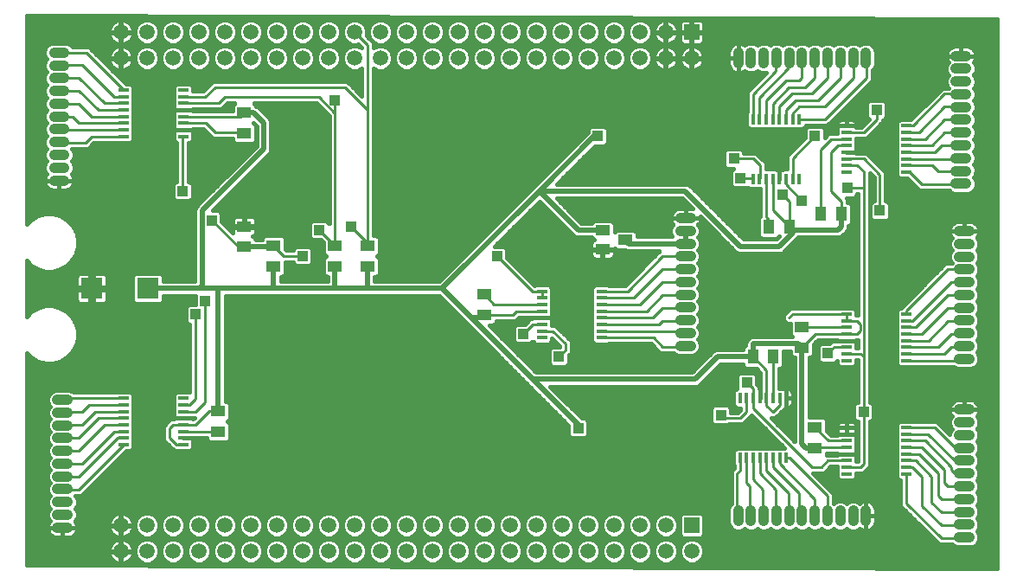
<source format=gbl>
G75*
%MOIN*%
%OFA0B0*%
%FSLAX24Y24*%
%IPPOS*%
%LPD*%
%AMOC8*
5,1,8,0,0,1.08239X$1,22.5*
%
%ADD10R,0.0827X0.0827*%
%ADD11R,0.0551X0.0433*%
%ADD12R,0.0433X0.0551*%
%ADD13R,0.0120X0.0390*%
%ADD14R,0.0390X0.0120*%
%ADD15C,0.0397*%
%ADD16R,0.0594X0.0594*%
%ADD17C,0.0594*%
%ADD18R,0.0551X0.0394*%
%ADD19C,0.0160*%
%ADD20R,0.0396X0.0396*%
%ADD21C,0.0100*%
%ADD22C,0.0200*%
D10*
X005583Y011680D03*
X007748Y011680D03*
D11*
X011458Y013286D03*
X011458Y014074D03*
X012583Y013324D03*
X012583Y012536D03*
X014958Y012536D03*
X014958Y013324D03*
X016208Y013324D03*
X016208Y012536D03*
X020708Y011449D03*
X020708Y010661D03*
X010458Y006949D03*
X010458Y006161D03*
X011458Y017661D03*
X011458Y018449D03*
X032958Y010199D03*
X032958Y009411D03*
X033458Y006324D03*
X033458Y005536D03*
D12*
X031852Y009055D03*
X031064Y009055D03*
X031689Y014055D03*
X032477Y014055D03*
X033689Y014555D03*
X034477Y014555D03*
D13*
X032854Y015906D03*
X032598Y015906D03*
X032342Y015906D03*
X032086Y015906D03*
X031830Y015906D03*
X031574Y015906D03*
X031318Y015906D03*
X031062Y015906D03*
X031062Y018204D03*
X031318Y018204D03*
X031574Y018204D03*
X031830Y018204D03*
X032086Y018204D03*
X032342Y018204D03*
X032598Y018204D03*
X032854Y018204D03*
X032354Y007454D03*
X032098Y007454D03*
X031842Y007454D03*
X031586Y007454D03*
X031330Y007454D03*
X031074Y007454D03*
X030818Y007454D03*
X030562Y007454D03*
X030562Y005156D03*
X030818Y005156D03*
X031074Y005156D03*
X031330Y005156D03*
X031586Y005156D03*
X031842Y005156D03*
X032098Y005156D03*
X032354Y005156D03*
D14*
X034684Y005046D03*
X034684Y004790D03*
X034684Y004534D03*
X034684Y005302D03*
X034684Y005558D03*
X034684Y005814D03*
X034684Y006070D03*
X034684Y006326D03*
X036982Y006326D03*
X036982Y006070D03*
X036982Y005814D03*
X036982Y005558D03*
X036982Y005302D03*
X036982Y005046D03*
X036982Y004790D03*
X036982Y004534D03*
X036982Y008909D03*
X036982Y009165D03*
X036982Y009421D03*
X036982Y009677D03*
X036982Y009933D03*
X036982Y010189D03*
X036982Y010445D03*
X036982Y010701D03*
X034684Y010701D03*
X034684Y010445D03*
X034684Y010189D03*
X034684Y009933D03*
X034684Y009677D03*
X034684Y009421D03*
X034684Y009165D03*
X034684Y008909D03*
X025232Y009784D03*
X025232Y010040D03*
X025232Y010296D03*
X025232Y010552D03*
X025232Y010808D03*
X025232Y011064D03*
X025232Y011320D03*
X025232Y011576D03*
X022934Y011576D03*
X022934Y011320D03*
X022934Y011064D03*
X022934Y010808D03*
X022934Y010552D03*
X022934Y010296D03*
X022934Y010040D03*
X022934Y009784D03*
X034684Y016159D03*
X034684Y016415D03*
X034684Y016671D03*
X034684Y016927D03*
X034684Y017183D03*
X034684Y017439D03*
X034684Y017695D03*
X034684Y017951D03*
X036982Y017951D03*
X036982Y017695D03*
X036982Y017439D03*
X036982Y017183D03*
X036982Y016927D03*
X036982Y016671D03*
X036982Y016415D03*
X036982Y016159D03*
X009107Y017534D03*
X009107Y017790D03*
X009107Y018046D03*
X009107Y018302D03*
X009107Y018558D03*
X009107Y018814D03*
X009107Y019070D03*
X009107Y019326D03*
X006809Y019326D03*
X006809Y019070D03*
X006809Y018814D03*
X006809Y018558D03*
X006809Y018302D03*
X006809Y018046D03*
X006809Y017790D03*
X006809Y017534D03*
X006809Y007451D03*
X006809Y007195D03*
X006809Y006939D03*
X006809Y006683D03*
X006809Y006427D03*
X006809Y006171D03*
X006809Y005915D03*
X006809Y005659D03*
X009107Y005659D03*
X009107Y005915D03*
X009107Y006171D03*
X009107Y006427D03*
X009107Y006683D03*
X009107Y006939D03*
X009107Y007195D03*
X009107Y007451D03*
D15*
X004649Y007391D02*
X004252Y007391D01*
X004252Y006899D02*
X004649Y006899D01*
X004649Y006406D02*
X004252Y006406D01*
X004252Y005914D02*
X004649Y005914D01*
X004649Y005422D02*
X004252Y005422D01*
X004252Y004930D02*
X004649Y004930D01*
X004649Y004438D02*
X004252Y004438D01*
X004252Y003946D02*
X004649Y003946D01*
X004649Y003454D02*
X004252Y003454D01*
X004252Y002961D02*
X004649Y002961D01*
X004649Y002469D02*
X004252Y002469D01*
X004127Y015844D02*
X004524Y015844D01*
X004524Y016336D02*
X004127Y016336D01*
X004127Y016829D02*
X004524Y016829D01*
X004524Y017321D02*
X004127Y017321D01*
X004127Y017813D02*
X004524Y017813D01*
X004524Y018305D02*
X004127Y018305D01*
X004127Y018797D02*
X004524Y018797D01*
X004524Y019289D02*
X004127Y019289D01*
X004127Y019781D02*
X004524Y019781D01*
X004524Y020274D02*
X004127Y020274D01*
X004127Y020766D02*
X004524Y020766D01*
X028268Y014391D02*
X028664Y014391D01*
X028664Y013899D02*
X028268Y013899D01*
X028268Y013406D02*
X028664Y013406D01*
X028664Y012914D02*
X028268Y012914D01*
X028268Y012422D02*
X028664Y012422D01*
X028664Y011930D02*
X028268Y011930D01*
X028268Y011438D02*
X028664Y011438D01*
X028664Y010946D02*
X028268Y010946D01*
X028268Y010454D02*
X028664Y010454D01*
X028664Y009961D02*
X028268Y009961D01*
X028268Y009469D02*
X028664Y009469D01*
X039018Y009461D02*
X039414Y009461D01*
X039414Y009954D02*
X039018Y009954D01*
X039018Y010446D02*
X039414Y010446D01*
X039414Y010938D02*
X039018Y010938D01*
X039018Y011430D02*
X039414Y011430D01*
X039414Y011922D02*
X039018Y011922D01*
X039018Y012414D02*
X039414Y012414D01*
X039414Y012906D02*
X039018Y012906D01*
X039018Y013399D02*
X039414Y013399D01*
X039414Y013891D02*
X039018Y013891D01*
X038893Y015719D02*
X039289Y015719D01*
X039289Y016211D02*
X038893Y016211D01*
X038893Y016704D02*
X039289Y016704D01*
X039289Y017196D02*
X038893Y017196D01*
X038893Y017688D02*
X039289Y017688D01*
X039289Y018180D02*
X038893Y018180D01*
X038893Y018672D02*
X039289Y018672D01*
X039289Y019164D02*
X038893Y019164D01*
X038893Y019656D02*
X039289Y019656D01*
X039289Y020149D02*
X038893Y020149D01*
X038893Y020641D02*
X039289Y020641D01*
X035419Y020761D02*
X035419Y020364D01*
X034927Y020364D02*
X034927Y020761D01*
X034434Y020761D02*
X034434Y020364D01*
X033942Y020364D02*
X033942Y020761D01*
X033450Y020761D02*
X033450Y020364D01*
X032958Y020364D02*
X032958Y020761D01*
X032466Y020761D02*
X032466Y020364D01*
X031974Y020364D02*
X031974Y020761D01*
X031482Y020761D02*
X031482Y020364D01*
X030990Y020364D02*
X030990Y020761D01*
X030497Y020761D02*
X030497Y020364D01*
X039018Y008969D02*
X039414Y008969D01*
X039414Y007016D02*
X039018Y007016D01*
X039018Y006524D02*
X039414Y006524D01*
X039414Y006031D02*
X039018Y006031D01*
X039018Y005539D02*
X039414Y005539D01*
X039414Y005047D02*
X039018Y005047D01*
X039018Y004555D02*
X039414Y004555D01*
X039414Y004063D02*
X039018Y004063D01*
X039018Y003571D02*
X039414Y003571D01*
X039414Y003079D02*
X039018Y003079D01*
X039018Y002586D02*
X039414Y002586D01*
X039414Y002094D02*
X039018Y002094D01*
X035419Y002724D02*
X035419Y003121D01*
X034927Y003121D02*
X034927Y002724D01*
X034434Y002724D02*
X034434Y003121D01*
X033942Y003121D02*
X033942Y002724D01*
X033450Y002724D02*
X033450Y003121D01*
X032958Y003121D02*
X032958Y002724D01*
X032466Y002724D02*
X032466Y003121D01*
X031974Y003121D02*
X031974Y002724D01*
X031482Y002724D02*
X031482Y003121D01*
X030990Y003121D02*
X030990Y002724D01*
X030497Y002724D02*
X030497Y003121D01*
D16*
X028708Y002555D03*
X028708Y021555D03*
D17*
X027708Y021555D03*
X026708Y021555D03*
X025708Y021555D03*
X024708Y021555D03*
X023708Y021555D03*
X022708Y021555D03*
X021708Y021555D03*
X020708Y021555D03*
X019708Y021555D03*
X018708Y021555D03*
X017708Y021555D03*
X016708Y021555D03*
X015708Y021555D03*
X014708Y021555D03*
X013708Y021555D03*
X012708Y021555D03*
X011708Y021555D03*
X010708Y021555D03*
X009708Y021555D03*
X008708Y021555D03*
X007708Y021555D03*
X006708Y021555D03*
X006708Y020555D03*
X007708Y020555D03*
X008708Y020555D03*
X009708Y020555D03*
X010708Y020555D03*
X011708Y020555D03*
X012708Y020555D03*
X013708Y020555D03*
X014708Y020555D03*
X015708Y020555D03*
X016708Y020555D03*
X017708Y020555D03*
X018708Y020555D03*
X019708Y020555D03*
X020708Y020555D03*
X021708Y020555D03*
X022708Y020555D03*
X023708Y020555D03*
X024708Y020555D03*
X025708Y020555D03*
X026708Y020555D03*
X027708Y020555D03*
X028708Y020555D03*
X027708Y002555D03*
X026708Y002555D03*
X025708Y002555D03*
X024708Y002555D03*
X023708Y002555D03*
X022708Y002555D03*
X021708Y002555D03*
X020708Y002555D03*
X019708Y002555D03*
X018708Y002555D03*
X017708Y002555D03*
X016708Y002555D03*
X015708Y002555D03*
X014708Y002555D03*
X013708Y002555D03*
X012708Y002555D03*
X011708Y002555D03*
X010708Y002555D03*
X009708Y002555D03*
X008708Y002555D03*
X007708Y002555D03*
X006708Y002555D03*
X006708Y001555D03*
X007708Y001555D03*
X008708Y001555D03*
X009708Y001555D03*
X010708Y001555D03*
X011708Y001555D03*
X012708Y001555D03*
X013708Y001555D03*
X014708Y001555D03*
X015708Y001555D03*
X016708Y001555D03*
X017708Y001555D03*
X018708Y001555D03*
X019708Y001555D03*
X020708Y001555D03*
X021708Y001555D03*
X022708Y001555D03*
X023708Y001555D03*
X024708Y001555D03*
X025708Y001555D03*
X026708Y001555D03*
X027708Y001555D03*
X028708Y001555D03*
D18*
X025275Y013181D03*
X026141Y013555D03*
X025275Y013929D03*
D19*
X003063Y009205D02*
X003063Y001033D01*
X040473Y000912D01*
X040473Y022073D01*
X003063Y022194D01*
X003063Y014155D01*
X003248Y014340D01*
X003501Y014486D01*
X003783Y014562D01*
X004076Y014562D01*
X004358Y014486D01*
X004611Y014340D01*
X004818Y014133D01*
X004964Y013880D01*
X005039Y013598D01*
X005039Y013306D01*
X004964Y013023D01*
X004818Y012770D01*
X004611Y012563D01*
X004358Y012417D01*
X004076Y012342D01*
X003783Y012342D01*
X003501Y012417D01*
X003248Y012563D01*
X003063Y012748D01*
X003063Y010612D01*
X003248Y010797D01*
X003501Y010943D01*
X003783Y011018D01*
X004076Y011018D01*
X004358Y010943D01*
X004611Y010797D01*
X004818Y010590D01*
X004964Y010337D01*
X005039Y010054D01*
X005039Y009762D01*
X004964Y009480D01*
X004818Y009227D01*
X004611Y009020D01*
X004358Y008874D01*
X004076Y008798D01*
X003783Y008798D01*
X003501Y008874D01*
X003248Y009020D01*
X003063Y009205D01*
X003063Y009139D02*
X003130Y009139D01*
X003063Y008980D02*
X003318Y008980D01*
X003063Y008822D02*
X003697Y008822D01*
X004162Y008822D02*
X009353Y008822D01*
X009353Y008980D02*
X004541Y008980D01*
X004729Y009139D02*
X009353Y009139D01*
X009353Y009297D02*
X004858Y009297D01*
X004950Y009456D02*
X009353Y009456D01*
X009353Y009614D02*
X005000Y009614D01*
X005039Y009773D02*
X009353Y009773D01*
X009353Y009931D02*
X005039Y009931D01*
X005030Y010090D02*
X009353Y010090D01*
X009353Y010248D02*
X004988Y010248D01*
X004924Y010407D02*
X009206Y010407D01*
X009205Y010407D02*
X009310Y010302D01*
X009353Y010302D01*
X009353Y007691D01*
X008837Y007691D01*
X008732Y007585D01*
X008732Y006804D01*
X008740Y006796D01*
X008732Y006767D01*
X008732Y006683D01*
X009107Y006683D01*
X009482Y006683D01*
X009482Y006700D01*
X009528Y006700D01*
X009488Y006660D01*
X009482Y006660D01*
X009482Y006683D01*
X009107Y006683D01*
X009107Y006683D01*
X009107Y006683D01*
X008732Y006683D01*
X008732Y006657D01*
X008610Y006657D01*
X008475Y006522D01*
X008353Y006400D01*
X008353Y005835D01*
X008488Y005700D01*
X008758Y005429D01*
X008827Y005429D01*
X008837Y005419D01*
X009376Y005419D01*
X009482Y005525D01*
X009482Y005794D01*
X009474Y005802D01*
X009482Y005832D01*
X009482Y005915D01*
X009107Y005915D01*
X009107Y005915D01*
X009482Y005915D01*
X009482Y005931D01*
X010002Y005931D01*
X010002Y005870D01*
X010108Y005765D01*
X010808Y005765D01*
X010914Y005870D01*
X010914Y006452D01*
X010811Y006555D01*
X010914Y006658D01*
X010914Y007240D01*
X010808Y007345D01*
X010738Y007345D01*
X010738Y011400D01*
X018967Y011400D01*
X019971Y010396D01*
X022424Y007943D01*
X023955Y006412D01*
X023955Y006032D01*
X024060Y005927D01*
X024606Y005927D01*
X024711Y006032D01*
X024711Y006578D01*
X024606Y006683D01*
X024476Y006683D01*
X023259Y007900D01*
X028889Y007900D01*
X028992Y007943D01*
X029070Y008021D01*
X029824Y008775D01*
X030668Y008775D01*
X030668Y008705D01*
X030773Y008599D01*
X031195Y008599D01*
X031356Y008438D01*
X031356Y007829D01*
X031330Y007829D01*
X031304Y007829D01*
X031304Y007909D01*
X031211Y008002D01*
X031211Y008328D01*
X031106Y008433D01*
X030560Y008433D01*
X030455Y008328D01*
X030455Y007829D01*
X030428Y007829D01*
X030322Y007723D01*
X030322Y007184D01*
X030428Y007079D01*
X030588Y007079D01*
X030588Y007011D01*
X030488Y006910D01*
X030211Y006910D01*
X030211Y007078D01*
X030588Y007078D01*
X030497Y006920D02*
X030211Y006920D01*
X030211Y007078D02*
X030106Y007183D01*
X029560Y007183D01*
X029455Y007078D01*
X024081Y007078D01*
X023923Y007237D02*
X030322Y007237D01*
X030322Y007395D02*
X023764Y007395D01*
X023606Y007554D02*
X030322Y007554D01*
X030322Y007712D02*
X023447Y007712D01*
X023289Y007871D02*
X030455Y007871D01*
X030455Y008029D02*
X029078Y008029D01*
X029237Y008188D02*
X030455Y008188D01*
X030473Y008346D02*
X029395Y008346D01*
X029554Y008505D02*
X031290Y008505D01*
X031356Y008346D02*
X031193Y008346D01*
X031211Y008188D02*
X031356Y008188D01*
X031356Y008029D02*
X031211Y008029D01*
X031304Y007871D02*
X031356Y007871D01*
X031330Y007829D02*
X031330Y007454D01*
X031330Y007829D01*
X031330Y007712D02*
X031330Y007712D01*
X031330Y007554D02*
X031330Y007554D01*
X031330Y007454D02*
X031330Y007454D01*
X032072Y007829D02*
X032072Y008599D01*
X032143Y008599D01*
X032248Y008705D01*
X032248Y009275D01*
X032502Y009275D01*
X032502Y009120D01*
X032608Y009015D01*
X032678Y009015D01*
X032678Y005785D01*
X031763Y006700D01*
X031928Y006700D01*
X032063Y006835D01*
X032307Y007079D01*
X032354Y007079D01*
X032437Y007079D01*
X032483Y007091D01*
X032524Y007115D01*
X032558Y007148D01*
X032581Y007189D01*
X032594Y007235D01*
X032594Y007454D01*
X032594Y007672D01*
X032581Y007718D01*
X032558Y007759D01*
X032524Y007793D01*
X032483Y007816D01*
X032437Y007829D01*
X032354Y007829D01*
X032354Y007454D01*
X032354Y007454D01*
X032594Y007454D01*
X032354Y007454D01*
X032354Y007454D01*
X032354Y007829D01*
X032270Y007829D01*
X032240Y007821D01*
X032232Y007829D01*
X032072Y007829D01*
X032072Y007871D02*
X032678Y007871D01*
X032678Y008029D02*
X032072Y008029D01*
X032072Y008188D02*
X032678Y008188D01*
X032678Y008346D02*
X032072Y008346D01*
X032072Y008505D02*
X032678Y008505D01*
X032678Y008663D02*
X032206Y008663D01*
X032248Y008822D02*
X032678Y008822D01*
X032678Y008980D02*
X032248Y008980D01*
X032248Y009139D02*
X032502Y009139D01*
X033238Y009015D02*
X033308Y009015D01*
X033414Y009120D01*
X033414Y009542D01*
X033575Y009703D01*
X034309Y009703D01*
X034309Y009677D01*
X034309Y009651D01*
X034104Y009651D01*
X034011Y009558D01*
X033685Y009558D01*
X033580Y009453D01*
X033580Y008907D01*
X033685Y008802D01*
X034231Y008802D01*
X034309Y008880D01*
X034309Y008775D01*
X034415Y008669D01*
X034954Y008669D01*
X035059Y008775D01*
X035059Y008935D01*
X035103Y008935D01*
X035103Y007308D01*
X035060Y007308D01*
X034955Y007203D01*
X034955Y006657D01*
X035060Y006552D01*
X035103Y006552D01*
X035103Y005035D01*
X035059Y005035D01*
X035059Y005181D01*
X035051Y005189D01*
X035059Y005218D01*
X035059Y005302D01*
X034684Y005302D01*
X034309Y005302D01*
X034309Y005276D01*
X033914Y005276D01*
X033914Y005328D01*
X034309Y005328D01*
X034309Y005302D01*
X034684Y005302D01*
X034684Y005302D01*
X034684Y005302D01*
X035059Y005302D01*
X035059Y005386D01*
X035051Y005415D01*
X035059Y005423D01*
X035059Y005948D01*
X035051Y005956D01*
X035059Y005986D01*
X035059Y006070D01*
X035059Y006153D01*
X035047Y006198D01*
X035059Y006242D01*
X035059Y006326D01*
X035059Y006409D01*
X035047Y006455D01*
X035023Y006496D01*
X034990Y006530D01*
X034949Y006553D01*
X034903Y006566D01*
X034684Y006566D01*
X034466Y006566D01*
X034420Y006553D01*
X034379Y006530D01*
X034345Y006496D01*
X034322Y006455D01*
X034309Y006409D01*
X034309Y006326D01*
X034684Y006326D01*
X034684Y006326D01*
X034684Y006566D01*
X034684Y006326D01*
X034684Y006326D01*
X034309Y006326D01*
X034309Y006242D01*
X034321Y006198D01*
X034309Y006153D01*
X034309Y006070D01*
X034684Y006070D01*
X034684Y006070D01*
X034684Y006326D01*
X035059Y006326D01*
X034684Y006326D01*
X034684Y006326D01*
X034684Y006326D01*
X034684Y006086D01*
X034684Y006070D01*
X034684Y006070D01*
X034309Y006070D01*
X034309Y006044D01*
X034063Y006044D01*
X033914Y006193D01*
X033914Y006615D01*
X033808Y006720D01*
X033238Y006720D01*
X033238Y009015D01*
X033238Y008980D02*
X033580Y008980D01*
X033580Y009139D02*
X033414Y009139D01*
X033414Y009297D02*
X033580Y009297D01*
X033583Y009456D02*
X033414Y009456D01*
X033486Y009614D02*
X034067Y009614D01*
X034309Y009677D02*
X034684Y009677D01*
X034684Y009677D01*
X034309Y009677D01*
X034684Y009677D02*
X035059Y009677D01*
X034684Y009677D01*
X034684Y009677D01*
X035059Y009677D02*
X035059Y009703D01*
X035103Y009703D01*
X035103Y009395D01*
X035059Y009395D01*
X035059Y009556D01*
X035051Y009564D01*
X035059Y009593D01*
X035059Y009677D01*
X035059Y009614D02*
X035103Y009614D01*
X035103Y009456D02*
X035059Y009456D01*
X035563Y009456D02*
X036607Y009456D01*
X036607Y009614D02*
X035563Y009614D01*
X035563Y009773D02*
X036607Y009773D01*
X036607Y009931D02*
X035563Y009931D01*
X035563Y010090D02*
X036607Y010090D01*
X036607Y010248D02*
X035563Y010248D01*
X035563Y010407D02*
X036607Y010407D01*
X036607Y010565D02*
X035563Y010565D01*
X035563Y010724D02*
X036607Y010724D01*
X036607Y010835D02*
X036607Y008775D01*
X036712Y008669D01*
X037251Y008669D01*
X037261Y008679D01*
X038772Y008679D01*
X038803Y008649D01*
X038942Y008591D01*
X039490Y008591D01*
X039629Y008649D01*
X039735Y008755D01*
X039793Y008894D01*
X039793Y009045D01*
X039735Y009184D01*
X039703Y009215D01*
X039735Y009247D01*
X039793Y009386D01*
X039793Y009537D01*
X039735Y009676D01*
X039703Y009708D01*
X039735Y009739D01*
X039793Y009878D01*
X039793Y010029D01*
X039735Y010168D01*
X039703Y010200D01*
X039735Y010231D01*
X039793Y010370D01*
X039793Y010521D01*
X039735Y010660D01*
X039703Y010692D01*
X039735Y010724D01*
X040473Y010724D01*
X040473Y010882D02*
X039793Y010882D01*
X039793Y010863D02*
X039793Y011013D01*
X039735Y011152D01*
X039703Y011184D01*
X039735Y011216D01*
X039793Y011355D01*
X039793Y011505D01*
X039735Y011644D01*
X039703Y011676D01*
X039735Y011708D01*
X039793Y011847D01*
X039793Y011997D01*
X039735Y012136D01*
X039703Y012168D01*
X039735Y012200D01*
X039793Y012339D01*
X039793Y012490D01*
X039735Y012629D01*
X039703Y012660D01*
X039735Y012692D01*
X039793Y012831D01*
X039793Y012982D01*
X039735Y013121D01*
X039703Y013152D01*
X039735Y013184D01*
X039793Y013323D01*
X039793Y013474D01*
X039735Y013613D01*
X039703Y013645D01*
X039708Y013649D01*
X039750Y013711D01*
X039778Y013780D01*
X039793Y013853D01*
X039793Y013891D01*
X039793Y013928D01*
X039778Y014001D01*
X039750Y014070D01*
X039708Y014132D01*
X039656Y014185D01*
X039594Y014226D01*
X039525Y014255D01*
X039452Y014269D01*
X039216Y014269D01*
X039216Y013891D01*
X039216Y013891D01*
X039216Y014269D01*
X038980Y014269D01*
X038907Y014255D01*
X038838Y014226D01*
X038776Y014185D01*
X038724Y014132D01*
X038682Y014070D01*
X038654Y014001D01*
X038639Y013928D01*
X038639Y013891D01*
X039216Y013891D01*
X039793Y013891D01*
X039216Y013891D01*
X039216Y013891D01*
X039216Y013891D01*
X038639Y013891D01*
X038639Y013853D01*
X038654Y013780D01*
X038682Y013711D01*
X038724Y013649D01*
X038728Y013645D01*
X038697Y013613D01*
X038639Y013474D01*
X038639Y013323D01*
X038697Y013184D01*
X038728Y013152D01*
X038697Y013121D01*
X038639Y012982D01*
X038639Y012831D01*
X038697Y012692D01*
X038728Y012660D01*
X038488Y012660D01*
X038353Y012525D01*
X036768Y010941D01*
X036712Y010941D01*
X036607Y010835D01*
X036654Y010882D02*
X035563Y010882D01*
X035563Y011041D02*
X036868Y011041D01*
X037027Y011199D02*
X035563Y011199D01*
X035563Y011358D02*
X037185Y011358D01*
X037344Y011516D02*
X035563Y011516D01*
X035563Y011675D02*
X037502Y011675D01*
X037661Y011833D02*
X035563Y011833D01*
X035563Y011992D02*
X037819Y011992D01*
X037978Y012150D02*
X035563Y012150D01*
X035563Y012309D02*
X038136Y012309D01*
X038295Y012467D02*
X035563Y012467D01*
X035563Y012626D02*
X038453Y012626D01*
X038659Y012784D02*
X035563Y012784D01*
X035563Y012943D02*
X038639Y012943D01*
X038689Y013101D02*
X035563Y013101D01*
X035563Y013260D02*
X038665Y013260D01*
X038639Y013418D02*
X035563Y013418D01*
X035563Y013577D02*
X038682Y013577D01*
X038672Y013735D02*
X035563Y013735D01*
X035563Y013894D02*
X038639Y013894D01*
X038675Y014052D02*
X035563Y014052D01*
X035563Y014211D02*
X038815Y014211D01*
X039216Y014211D02*
X039216Y014211D01*
X039216Y014052D02*
X039216Y014052D01*
X039216Y013894D02*
X039216Y013894D01*
X039617Y014211D02*
X040473Y014211D01*
X040473Y014369D02*
X036298Y014369D01*
X036336Y014407D02*
X036231Y014302D01*
X035685Y014302D01*
X035580Y014407D01*
X035580Y014953D01*
X035685Y015058D01*
X035728Y015058D01*
X035728Y015960D01*
X035563Y016125D01*
X035563Y007308D01*
X035606Y007308D01*
X035711Y007203D01*
X035711Y006657D01*
X035606Y006552D01*
X035563Y006552D01*
X035563Y004835D01*
X035303Y004575D01*
X035059Y004575D01*
X035059Y004400D01*
X034954Y004294D01*
X034415Y004294D01*
X034309Y004400D01*
X034309Y004816D01*
X034044Y004816D01*
X033938Y004710D01*
X033803Y004575D01*
X033428Y004575D01*
X033388Y004575D01*
X034053Y003910D01*
X034188Y003775D01*
X034188Y003410D01*
X034188Y003410D01*
X034220Y003441D01*
X034359Y003499D01*
X034510Y003499D01*
X034649Y003441D01*
X034681Y003410D01*
X034712Y003441D01*
X034851Y003499D01*
X035002Y003499D01*
X035141Y003441D01*
X035173Y003410D01*
X035177Y003414D01*
X035239Y003456D01*
X035308Y003484D01*
X035381Y003499D01*
X035419Y003499D01*
X035419Y002922D01*
X035419Y002922D01*
X035797Y002922D01*
X035797Y002686D01*
X035783Y002613D01*
X035754Y002544D01*
X035713Y002482D01*
X035660Y002430D01*
X035598Y002388D01*
X035529Y002360D01*
X035456Y002345D01*
X035419Y002345D01*
X035419Y002922D01*
X035797Y002922D01*
X035797Y003158D01*
X035783Y003231D01*
X035754Y003300D01*
X035713Y003362D01*
X035660Y003414D01*
X035598Y003456D01*
X035529Y003484D01*
X035456Y003499D01*
X035419Y003499D01*
X035419Y002922D01*
X035419Y002922D01*
X035419Y002922D01*
X035419Y002345D01*
X035381Y002345D01*
X035308Y002360D01*
X035239Y002388D01*
X035177Y002430D01*
X035173Y002435D01*
X035141Y002403D01*
X035002Y002345D01*
X034851Y002345D01*
X034712Y002403D01*
X034681Y002435D01*
X034649Y002403D01*
X034510Y002345D01*
X034359Y002345D01*
X034220Y002403D01*
X034188Y002435D01*
X034157Y002403D01*
X034018Y002345D01*
X033867Y002345D01*
X033728Y002403D01*
X033696Y002435D01*
X033665Y002403D01*
X033525Y002345D01*
X033375Y002345D01*
X033236Y002403D01*
X033204Y002435D01*
X033172Y002403D01*
X033033Y002345D01*
X032883Y002345D01*
X032744Y002403D01*
X032712Y002435D01*
X032680Y002403D01*
X032541Y002345D01*
X032391Y002345D01*
X032252Y002403D01*
X032220Y002435D01*
X032188Y002403D01*
X032049Y002345D01*
X031899Y002345D01*
X031759Y002403D01*
X031728Y002435D01*
X031696Y002403D01*
X031557Y002345D01*
X031406Y002345D01*
X031267Y002403D01*
X031236Y002435D01*
X031204Y002403D01*
X031065Y002345D01*
X030914Y002345D01*
X030775Y002403D01*
X030744Y002435D01*
X030712Y002403D01*
X030573Y002345D01*
X030422Y002345D01*
X030283Y002403D01*
X030177Y002509D01*
X030119Y002648D01*
X030119Y003196D01*
X030177Y003335D01*
X030228Y003386D01*
X030228Y004650D01*
X030332Y004755D01*
X030332Y004877D01*
X030322Y004887D01*
X030322Y005426D01*
X030428Y005531D01*
X032282Y005531D01*
X031021Y006792D01*
X030813Y006585D01*
X030678Y006450D01*
X030129Y006450D01*
X030106Y006427D01*
X029560Y006427D01*
X029455Y006532D01*
X029455Y007078D01*
X029455Y006920D02*
X024240Y006920D01*
X024398Y006761D02*
X029455Y006761D01*
X029455Y006603D02*
X024686Y006603D01*
X024711Y006444D02*
X029543Y006444D01*
X030123Y006444D02*
X031369Y006444D01*
X031527Y006286D02*
X024711Y006286D01*
X024711Y006127D02*
X031686Y006127D01*
X031844Y005969D02*
X024647Y005969D01*
X024019Y005969D02*
X010914Y005969D01*
X010914Y006127D02*
X023955Y006127D01*
X023955Y006286D02*
X010914Y006286D01*
X010914Y006444D02*
X023923Y006444D01*
X023765Y006603D02*
X010859Y006603D01*
X010914Y006761D02*
X023606Y006761D01*
X023448Y006920D02*
X010914Y006920D01*
X010914Y007078D02*
X023289Y007078D01*
X023131Y007237D02*
X010914Y007237D01*
X010738Y007395D02*
X022972Y007395D01*
X022814Y007554D02*
X010738Y007554D01*
X010738Y007712D02*
X022655Y007712D01*
X022497Y007871D02*
X010738Y007871D01*
X010738Y008029D02*
X022338Y008029D01*
X022180Y008188D02*
X010738Y008188D01*
X010738Y008346D02*
X022021Y008346D01*
X021863Y008505D02*
X010738Y008505D01*
X010738Y008663D02*
X021704Y008663D01*
X021546Y008822D02*
X010738Y008822D01*
X010738Y008980D02*
X021387Y008980D01*
X021229Y009139D02*
X010738Y009139D01*
X010738Y009297D02*
X021070Y009297D01*
X020912Y009456D02*
X010738Y009456D01*
X010738Y009614D02*
X020753Y009614D01*
X020595Y009773D02*
X010738Y009773D01*
X010738Y009931D02*
X020436Y009931D01*
X020278Y010090D02*
X010738Y010090D01*
X010738Y010248D02*
X020119Y010248D01*
X019971Y010396D02*
X019971Y010396D01*
X019961Y010407D02*
X010738Y010407D01*
X010738Y010565D02*
X019802Y010565D01*
X019644Y010724D02*
X010738Y010724D01*
X010738Y010882D02*
X019485Y010882D01*
X019327Y011041D02*
X010738Y011041D01*
X010738Y011199D02*
X019168Y011199D01*
X019010Y011358D02*
X010738Y011358D01*
X009580Y011358D02*
X008342Y011358D01*
X008342Y011400D02*
X009580Y011400D01*
X009580Y011058D01*
X009310Y011058D01*
X009205Y010953D01*
X009205Y010407D01*
X009205Y010565D02*
X004832Y010565D01*
X004684Y010724D02*
X009205Y010724D01*
X009205Y010882D02*
X004463Y010882D01*
X005002Y011197D02*
X005026Y011156D01*
X005059Y011123D01*
X005100Y011099D01*
X005146Y011087D01*
X005525Y011087D01*
X005525Y011622D01*
X004990Y011622D01*
X004990Y011243D01*
X005002Y011197D01*
X005001Y011199D02*
X003063Y011199D01*
X003063Y011041D02*
X009293Y011041D01*
X009580Y011199D02*
X008342Y011199D01*
X008342Y011192D02*
X008342Y011400D01*
X008342Y011192D02*
X008236Y011087D01*
X007260Y011087D01*
X007155Y011192D01*
X007155Y012168D01*
X007260Y012273D01*
X008236Y012273D01*
X008342Y012168D01*
X008342Y011960D01*
X009553Y011960D01*
X009553Y014736D01*
X009596Y014839D01*
X009674Y014917D01*
X011928Y017171D01*
X011928Y017939D01*
X011812Y018056D01*
X011811Y018055D01*
X011914Y017952D01*
X011914Y017370D01*
X011808Y017265D01*
X011108Y017265D01*
X011002Y017370D01*
X011002Y017450D01*
X010238Y017450D01*
X009872Y017816D01*
X009482Y017816D01*
X009482Y017790D01*
X009107Y017790D01*
X009107Y017790D01*
X009482Y017790D01*
X009482Y017707D01*
X009474Y017677D01*
X009482Y017669D01*
X009482Y017400D01*
X009376Y017294D01*
X009313Y017294D01*
X009313Y015808D01*
X009356Y015808D01*
X009461Y015703D01*
X009461Y015157D01*
X009356Y015052D01*
X008810Y015052D01*
X008705Y015157D01*
X008705Y015703D01*
X008810Y015808D01*
X008853Y015808D01*
X008853Y017294D01*
X008837Y017294D01*
X008732Y017400D01*
X008732Y017669D01*
X008740Y017677D01*
X008732Y017707D01*
X008732Y017790D01*
X009107Y017790D01*
X009107Y017790D01*
X008732Y017790D01*
X008732Y017874D01*
X008740Y017904D01*
X008732Y017912D01*
X008732Y018437D01*
X008740Y018445D01*
X008732Y018474D01*
X008732Y018558D01*
X009107Y018558D01*
X009482Y018558D01*
X009482Y018584D01*
X010562Y018584D01*
X010697Y018719D01*
X010803Y018825D01*
X011088Y018825D01*
X011002Y018740D01*
X011002Y018532D01*
X009482Y018532D01*
X009482Y018558D01*
X009107Y018558D01*
X009107Y018558D01*
X009107Y018558D01*
X008732Y018558D01*
X008732Y018642D01*
X008740Y018671D01*
X008732Y018679D01*
X008732Y019460D01*
X008837Y019566D01*
X009376Y019566D01*
X009482Y019460D01*
X009482Y019300D01*
X009878Y019300D01*
X010238Y019660D01*
X015428Y019660D01*
X015563Y019525D01*
X015978Y019110D01*
X015978Y020151D01*
X015803Y020078D01*
X015613Y020078D01*
X015438Y020151D01*
X015304Y020285D01*
X015231Y020460D01*
X015231Y020650D01*
X015304Y020825D01*
X015438Y020959D01*
X015613Y021032D01*
X015803Y021032D01*
X015978Y020959D01*
X015978Y020960D01*
X015843Y021095D01*
X015803Y021078D01*
X015613Y021078D01*
X015438Y021151D01*
X015304Y021285D01*
X015231Y021460D01*
X015231Y021650D01*
X015304Y021825D01*
X015438Y021959D01*
X015613Y022032D01*
X015803Y022032D01*
X015978Y021959D01*
X016112Y021825D01*
X016185Y021650D01*
X016185Y021460D01*
X016168Y021420D01*
X016303Y021285D01*
X016438Y021150D01*
X016438Y020959D01*
X016613Y021032D01*
X016803Y021032D01*
X016978Y020959D01*
X017112Y020825D01*
X017185Y020650D01*
X017185Y020460D01*
X017112Y020285D01*
X016978Y020151D01*
X016803Y020078D01*
X016613Y020078D01*
X016438Y020151D01*
X016438Y013720D01*
X016558Y013720D01*
X016664Y013615D01*
X016664Y013033D01*
X016561Y012930D01*
X016664Y012827D01*
X016664Y012245D01*
X016558Y012140D01*
X016488Y012140D01*
X016488Y011960D01*
X018967Y011960D01*
X022596Y015589D01*
X024705Y017698D01*
X024705Y017828D01*
X024810Y017933D01*
X025356Y017933D01*
X025461Y017828D01*
X025461Y017282D01*
X025356Y017177D01*
X024976Y017177D01*
X023509Y015710D01*
X028514Y015710D01*
X028617Y015667D01*
X028695Y015589D01*
X030699Y013585D01*
X031967Y013585D01*
X032084Y013701D01*
X032083Y013702D01*
X031980Y013599D01*
X031398Y013599D01*
X031293Y013705D01*
X031293Y014405D01*
X031353Y014465D01*
X031353Y015531D01*
X030928Y015531D01*
X030881Y015578D01*
X030856Y015552D01*
X030310Y015552D01*
X030205Y015657D01*
X030205Y016203D01*
X030304Y016302D01*
X030060Y016302D01*
X029955Y016407D01*
X029955Y016953D01*
X030060Y017058D01*
X030606Y017058D01*
X030711Y016953D01*
X030711Y016910D01*
X031178Y016910D01*
X031313Y016775D01*
X031563Y016525D01*
X031563Y016281D01*
X031965Y016281D01*
X031973Y016273D01*
X032002Y016281D01*
X032086Y016281D01*
X032086Y015906D01*
X032086Y015906D01*
X032086Y016281D01*
X032170Y016281D01*
X032199Y016273D01*
X032207Y016281D01*
X032368Y016281D01*
X032368Y016790D01*
X033080Y017502D01*
X033080Y017828D01*
X033185Y017933D01*
X033731Y017933D01*
X033836Y017828D01*
X033836Y017508D01*
X033853Y017525D01*
X033988Y017660D01*
X034309Y017660D01*
X034309Y017829D01*
X034317Y017837D01*
X034309Y017867D01*
X034309Y017951D01*
X034684Y017951D01*
X034684Y017951D01*
X034684Y018191D01*
X034466Y018191D01*
X034420Y018178D01*
X034379Y018155D01*
X034345Y018121D01*
X034322Y018080D01*
X034309Y018034D01*
X034309Y017951D01*
X034684Y017951D01*
X034684Y017951D01*
X034684Y018191D01*
X034903Y018191D01*
X034949Y018178D01*
X034990Y018155D01*
X035023Y018121D01*
X035047Y018080D01*
X035059Y018034D01*
X035059Y017951D01*
X034684Y017951D01*
X034684Y017951D01*
X035059Y017951D01*
X035059Y017910D01*
X035238Y017910D01*
X035533Y018205D01*
X035455Y018282D01*
X035455Y018828D01*
X035560Y018933D01*
X036106Y018933D01*
X036211Y018828D01*
X036211Y018282D01*
X036106Y018177D01*
X036063Y018177D01*
X036063Y018085D01*
X035928Y017950D01*
X035428Y017450D01*
X035059Y017450D01*
X035059Y017048D01*
X035051Y017040D01*
X035059Y017011D01*
X035059Y016927D01*
X034684Y016927D01*
X034684Y016927D01*
X035059Y016927D01*
X035059Y016910D01*
X035428Y016910D01*
X035563Y016775D01*
X036188Y016150D01*
X036188Y015058D01*
X036231Y015058D01*
X036336Y014953D01*
X036336Y014407D01*
X036336Y014528D02*
X040473Y014528D01*
X040473Y014686D02*
X036336Y014686D01*
X036336Y014845D02*
X040473Y014845D01*
X040473Y015003D02*
X036286Y015003D01*
X036188Y015162D02*
X040473Y015162D01*
X040473Y015320D02*
X036188Y015320D01*
X036188Y015479D02*
X037459Y015479D01*
X037488Y015450D02*
X038627Y015450D01*
X038678Y015399D01*
X038817Y015341D01*
X039365Y015341D01*
X039504Y015399D01*
X039610Y015505D01*
X039668Y015644D01*
X039668Y015795D01*
X039610Y015934D01*
X039578Y015965D01*
X039610Y015997D01*
X039668Y016136D01*
X039668Y016287D01*
X039610Y016426D01*
X039578Y016458D01*
X039610Y016489D01*
X039668Y016628D01*
X039668Y016779D01*
X039610Y016918D01*
X039578Y016950D01*
X039610Y016981D01*
X039668Y017120D01*
X039668Y017271D01*
X039610Y017410D01*
X039578Y017442D01*
X039610Y017474D01*
X039668Y017613D01*
X039668Y017763D01*
X039610Y017902D01*
X039578Y017934D01*
X039610Y017966D01*
X039668Y018105D01*
X039668Y018255D01*
X039610Y018394D01*
X039578Y018426D01*
X039610Y018458D01*
X039668Y018597D01*
X039668Y018747D01*
X039610Y018886D01*
X039578Y018918D01*
X039610Y018950D01*
X039668Y019089D01*
X039668Y019240D01*
X039610Y019379D01*
X039578Y019410D01*
X039610Y019442D01*
X039668Y019581D01*
X039668Y019732D01*
X039610Y019871D01*
X039578Y019902D01*
X039610Y019934D01*
X039668Y020073D01*
X039668Y020224D01*
X039610Y020363D01*
X039578Y020395D01*
X039583Y020399D01*
X039625Y020461D01*
X039653Y020530D01*
X039668Y020603D01*
X039668Y020641D01*
X039668Y020678D01*
X039653Y020751D01*
X039625Y020820D01*
X039583Y020882D01*
X039531Y020935D01*
X039469Y020976D01*
X039400Y021005D01*
X039327Y021019D01*
X039091Y021019D01*
X039091Y020641D01*
X039091Y020641D01*
X039091Y021019D01*
X038855Y021019D01*
X038782Y021005D01*
X038713Y020976D01*
X038651Y020935D01*
X038599Y020882D01*
X038557Y020820D01*
X038529Y020751D01*
X038514Y020678D01*
X038514Y020641D01*
X039091Y020641D01*
X039668Y020641D01*
X039091Y020641D01*
X039091Y020641D01*
X039091Y020641D01*
X038514Y020641D01*
X038514Y020603D01*
X038529Y020530D01*
X038557Y020461D01*
X038599Y020399D01*
X038603Y020395D01*
X038572Y020363D01*
X038514Y020224D01*
X038514Y020073D01*
X038572Y019934D01*
X038603Y019902D01*
X038572Y019871D01*
X038514Y019732D01*
X038514Y019581D01*
X038572Y019442D01*
X038603Y019410D01*
X038363Y019410D01*
X038228Y019275D01*
X037143Y018191D01*
X036712Y018191D01*
X036607Y018085D01*
X036607Y016025D01*
X036712Y015919D01*
X037018Y015919D01*
X037353Y015585D01*
X037488Y015450D01*
X037301Y015637D02*
X036188Y015637D01*
X036188Y015796D02*
X037142Y015796D01*
X036678Y015954D02*
X036188Y015954D01*
X036188Y016113D02*
X036607Y016113D01*
X036607Y016271D02*
X036067Y016271D01*
X035909Y016430D02*
X036607Y016430D01*
X036607Y016588D02*
X035750Y016588D01*
X035592Y016747D02*
X036607Y016747D01*
X036607Y016905D02*
X035433Y016905D01*
X035059Y017064D02*
X036607Y017064D01*
X036607Y017222D02*
X035059Y017222D01*
X035059Y017381D02*
X036607Y017381D01*
X036607Y017539D02*
X035517Y017539D01*
X035676Y017698D02*
X036607Y017698D01*
X036607Y017856D02*
X035834Y017856D01*
X035993Y018015D02*
X036607Y018015D01*
X036695Y018173D02*
X036063Y018173D01*
X036211Y018332D02*
X037284Y018332D01*
X037443Y018490D02*
X036211Y018490D01*
X036211Y018649D02*
X037601Y018649D01*
X037760Y018807D02*
X036211Y018807D01*
X035455Y018807D02*
X034785Y018807D01*
X034627Y018649D02*
X035455Y018649D01*
X035455Y018490D02*
X034468Y018490D01*
X034310Y018332D02*
X035455Y018332D01*
X035501Y018173D02*
X034958Y018173D01*
X035059Y018015D02*
X035342Y018015D01*
X034684Y018015D02*
X034684Y018015D01*
X034684Y018173D02*
X034684Y018173D01*
X034411Y018173D02*
X034151Y018173D01*
X034087Y018108D02*
X035553Y019575D01*
X035688Y019710D01*
X035688Y020099D01*
X035740Y020150D01*
X035797Y020289D01*
X035797Y020837D01*
X035740Y020976D01*
X035633Y021082D01*
X035494Y021140D01*
X035343Y021140D01*
X035204Y021082D01*
X035173Y021050D01*
X035141Y021082D01*
X035002Y021140D01*
X034851Y021140D01*
X034712Y021082D01*
X034681Y021050D01*
X034649Y021082D01*
X034510Y021140D01*
X034359Y021140D01*
X034220Y021082D01*
X034188Y021050D01*
X034157Y021082D01*
X034018Y021140D01*
X033867Y021140D01*
X033728Y021082D01*
X033696Y021050D01*
X033665Y021082D01*
X033525Y021140D01*
X033375Y021140D01*
X033236Y021082D01*
X033204Y021050D01*
X033172Y021082D01*
X033033Y021140D01*
X032883Y021140D01*
X032744Y021082D01*
X032712Y021050D01*
X032680Y021082D01*
X032541Y021140D01*
X032391Y021140D01*
X032252Y021082D01*
X032220Y021050D01*
X032188Y021082D01*
X032049Y021140D01*
X031899Y021140D01*
X031759Y021082D01*
X031728Y021050D01*
X031696Y021082D01*
X031557Y021140D01*
X031406Y021140D01*
X031267Y021082D01*
X031236Y021050D01*
X031204Y021082D01*
X031065Y021140D01*
X030914Y021140D01*
X030775Y021082D01*
X030744Y021050D01*
X030739Y021055D01*
X030677Y021097D01*
X030608Y021125D01*
X030535Y021140D01*
X030497Y021140D01*
X030460Y021140D01*
X030387Y021125D01*
X030318Y021097D01*
X030256Y021055D01*
X030203Y021003D01*
X030162Y020941D01*
X030134Y020872D01*
X030119Y020799D01*
X030119Y020563D01*
X030497Y020563D01*
X030497Y020563D01*
X030119Y020563D01*
X030119Y020327D01*
X030134Y020254D01*
X030162Y020185D01*
X030203Y020123D01*
X030256Y020071D01*
X030318Y020029D01*
X030387Y020001D01*
X030460Y019986D01*
X030497Y019986D01*
X030497Y020563D01*
X030497Y021140D01*
X030497Y020563D01*
X030497Y020563D01*
X030497Y020563D01*
X030497Y019986D01*
X030535Y019986D01*
X030608Y020001D01*
X030677Y020029D01*
X030739Y020071D01*
X030744Y020075D01*
X030743Y020075D01*
X030744Y020075D02*
X030775Y020044D01*
X030914Y019986D01*
X031065Y019986D01*
X031204Y020044D01*
X031236Y020075D01*
X031235Y020075D01*
X031236Y020075D02*
X031267Y020044D01*
X031406Y019986D01*
X031557Y019986D01*
X031569Y019991D01*
X030832Y019255D01*
X030832Y018483D01*
X030822Y018473D01*
X030822Y017934D01*
X030928Y017829D01*
X032988Y017829D01*
X033094Y017934D01*
X033094Y017974D01*
X033952Y017974D01*
X034087Y018108D01*
X033993Y018015D02*
X034309Y018015D01*
X034312Y017856D02*
X033808Y017856D01*
X033836Y017698D02*
X034309Y017698D01*
X033867Y017539D02*
X033836Y017539D01*
X033080Y017539D02*
X025461Y017539D01*
X025461Y017381D02*
X032958Y017381D01*
X032800Y017222D02*
X025401Y017222D01*
X024863Y017064D02*
X032641Y017064D01*
X032483Y016905D02*
X031183Y016905D01*
X031342Y016747D02*
X032368Y016747D01*
X032368Y016588D02*
X031500Y016588D01*
X031563Y016430D02*
X032368Y016430D01*
X032086Y016271D02*
X032086Y016271D01*
X032086Y016113D02*
X032086Y016113D01*
X032086Y015954D02*
X032086Y015954D01*
X031353Y015479D02*
X028806Y015479D01*
X028647Y015637D02*
X030225Y015637D01*
X030205Y015796D02*
X023595Y015796D01*
X023753Y015954D02*
X030205Y015954D01*
X030205Y016113D02*
X023912Y016113D01*
X024070Y016271D02*
X030273Y016271D01*
X029955Y016430D02*
X024229Y016430D01*
X024387Y016588D02*
X029955Y016588D01*
X029955Y016747D02*
X024546Y016747D01*
X024704Y016905D02*
X029955Y016905D01*
X030901Y017856D02*
X025433Y017856D01*
X025461Y017698D02*
X033080Y017698D01*
X033108Y017856D02*
X033016Y017856D01*
X030822Y018015D02*
X016438Y018015D01*
X016438Y018173D02*
X030822Y018173D01*
X030822Y018332D02*
X016438Y018332D01*
X016438Y018490D02*
X030832Y018490D01*
X030832Y018649D02*
X016438Y018649D01*
X016438Y018807D02*
X030832Y018807D01*
X030832Y018966D02*
X016438Y018966D01*
X016438Y019124D02*
X030832Y019124D01*
X030860Y019283D02*
X016438Y019283D01*
X016438Y019441D02*
X031019Y019441D01*
X031177Y019600D02*
X016438Y019600D01*
X016438Y019758D02*
X031336Y019758D01*
X031494Y019917D02*
X016438Y019917D01*
X016438Y020075D02*
X030252Y020075D01*
X030142Y020234D02*
X029061Y020234D01*
X029072Y020244D02*
X029116Y020305D01*
X029150Y020372D01*
X029173Y020443D01*
X029185Y020517D01*
X029185Y020537D01*
X028727Y020537D01*
X028727Y020573D01*
X029185Y020573D01*
X029185Y020593D01*
X029173Y020667D01*
X029150Y020738D01*
X029116Y020805D01*
X029072Y020866D01*
X029019Y020919D01*
X028958Y020963D01*
X028891Y020997D01*
X028820Y021020D01*
X028746Y021032D01*
X028726Y021032D01*
X028726Y020573D01*
X028690Y020573D01*
X028690Y020537D01*
X028726Y020537D01*
X028726Y020078D01*
X028746Y020078D01*
X028820Y020090D01*
X028891Y020113D01*
X028958Y020147D01*
X029019Y020191D01*
X029072Y020244D01*
X029157Y020392D02*
X030119Y020392D01*
X030119Y020551D02*
X028727Y020551D01*
X028690Y020551D02*
X027727Y020551D01*
X027727Y020537D02*
X027727Y020573D01*
X028185Y020573D01*
X028185Y020593D01*
X028173Y020667D01*
X028150Y020738D01*
X028116Y020805D01*
X028072Y020866D01*
X028019Y020919D01*
X027958Y020963D01*
X027891Y020997D01*
X027820Y021020D01*
X027746Y021032D01*
X027726Y021032D01*
X027726Y020573D01*
X027690Y020573D01*
X027690Y020537D01*
X027726Y020537D01*
X027726Y020078D01*
X027746Y020078D01*
X027820Y020090D01*
X027891Y020113D01*
X027958Y020147D01*
X028019Y020191D01*
X028072Y020244D01*
X028116Y020305D01*
X028150Y020372D01*
X028173Y020443D01*
X028185Y020517D01*
X028185Y020537D01*
X027727Y020537D01*
X027690Y020537D02*
X027690Y020078D01*
X027671Y020078D01*
X027596Y020090D01*
X027525Y020113D01*
X027458Y020147D01*
X027397Y020191D01*
X027344Y020244D01*
X027300Y020305D01*
X027266Y020372D01*
X027243Y020443D01*
X027231Y020517D01*
X027231Y020537D01*
X027690Y020537D01*
X027690Y020551D02*
X027185Y020551D01*
X027231Y020573D02*
X027690Y020573D01*
X027690Y021032D01*
X027671Y021032D01*
X027596Y021020D01*
X027525Y020997D01*
X027458Y020963D01*
X027397Y020919D01*
X027344Y020866D01*
X027300Y020805D01*
X027266Y020738D01*
X027243Y020667D01*
X027231Y020593D01*
X027231Y020573D01*
X027185Y020650D02*
X027112Y020825D01*
X026978Y020959D01*
X026803Y021032D01*
X026613Y021032D01*
X026438Y020959D01*
X026304Y020825D01*
X026231Y020650D01*
X026231Y020460D01*
X026304Y020285D01*
X026438Y020151D01*
X026613Y020078D01*
X026803Y020078D01*
X026978Y020151D01*
X027112Y020285D01*
X027185Y020460D01*
X027185Y020650D01*
X027160Y020709D02*
X027257Y020709D01*
X027346Y020868D02*
X027070Y020868D01*
X026978Y021151D02*
X027112Y021285D01*
X027185Y021460D01*
X027185Y021650D01*
X027112Y021825D01*
X026978Y021959D01*
X026803Y022032D01*
X026613Y022032D01*
X026438Y021959D01*
X026304Y021825D01*
X026231Y021650D01*
X026231Y021460D01*
X026304Y021285D01*
X026438Y021151D01*
X026613Y021078D01*
X026803Y021078D01*
X026978Y021151D01*
X027012Y021185D02*
X027407Y021185D01*
X027397Y021191D02*
X027458Y021147D01*
X027525Y021113D01*
X027596Y021090D01*
X027671Y021078D01*
X027690Y021078D01*
X027690Y021537D01*
X027726Y021537D01*
X027726Y021078D01*
X027746Y021078D01*
X027820Y021090D01*
X027891Y021113D01*
X027958Y021147D01*
X028019Y021191D01*
X028072Y021244D01*
X028116Y021305D01*
X028150Y021372D01*
X028173Y021443D01*
X028185Y021517D01*
X028185Y021537D01*
X027727Y021537D01*
X027727Y021573D01*
X028185Y021573D01*
X028185Y021593D01*
X028173Y021667D01*
X028150Y021738D01*
X028116Y021805D01*
X028072Y021866D01*
X028019Y021919D01*
X027958Y021963D01*
X027891Y021997D01*
X027820Y022020D01*
X027746Y022032D01*
X027726Y022032D01*
X027726Y021573D01*
X027690Y021573D01*
X027690Y021537D01*
X027231Y021537D01*
X027231Y021517D01*
X027243Y021443D01*
X027266Y021372D01*
X027300Y021305D01*
X027344Y021244D01*
X027397Y021191D01*
X027281Y021343D02*
X027136Y021343D01*
X027185Y021502D02*
X027234Y021502D01*
X027231Y021573D02*
X027690Y021573D01*
X027690Y022032D01*
X027671Y022032D01*
X027596Y022020D01*
X027525Y021997D01*
X027458Y021963D01*
X027397Y021919D01*
X027344Y021866D01*
X027300Y021805D01*
X027266Y021738D01*
X027243Y021667D01*
X027231Y021593D01*
X027231Y021573D01*
X027242Y021660D02*
X027181Y021660D01*
X027115Y021819D02*
X027310Y021819D01*
X027486Y021977D02*
X026935Y021977D01*
X026481Y021977D02*
X025935Y021977D01*
X025978Y021959D02*
X025803Y022032D01*
X025613Y022032D01*
X025438Y021959D01*
X025304Y021825D01*
X025231Y021650D01*
X025231Y021460D01*
X025304Y021285D01*
X025438Y021151D01*
X025613Y021078D01*
X025803Y021078D01*
X025978Y021151D01*
X026112Y021285D01*
X026185Y021460D01*
X026185Y021650D01*
X026112Y021825D01*
X025978Y021959D01*
X026115Y021819D02*
X026301Y021819D01*
X026235Y021660D02*
X026181Y021660D01*
X026185Y021502D02*
X026231Y021502D01*
X026280Y021343D02*
X026136Y021343D01*
X026012Y021185D02*
X026404Y021185D01*
X026599Y021026D02*
X025817Y021026D01*
X025803Y021032D02*
X025613Y021032D01*
X025438Y020959D01*
X025304Y020825D01*
X025231Y020650D01*
X025231Y020460D01*
X025304Y020285D01*
X025438Y020151D01*
X025613Y020078D01*
X025803Y020078D01*
X025978Y020151D01*
X026112Y020285D01*
X026185Y020460D01*
X026185Y020650D01*
X026112Y020825D01*
X025978Y020959D01*
X025803Y021032D01*
X025599Y021026D02*
X024817Y021026D01*
X024803Y021032D02*
X024613Y021032D01*
X024438Y020959D01*
X024304Y020825D01*
X024231Y020650D01*
X024231Y020460D01*
X024304Y020285D01*
X024438Y020151D01*
X024613Y020078D01*
X024803Y020078D01*
X024978Y020151D01*
X025112Y020285D01*
X025185Y020460D01*
X025185Y020650D01*
X025112Y020825D01*
X024978Y020959D01*
X024803Y021032D01*
X024803Y021078D02*
X024978Y021151D01*
X025112Y021285D01*
X025185Y021460D01*
X025185Y021650D01*
X025112Y021825D01*
X024978Y021959D01*
X024803Y022032D01*
X024613Y022032D01*
X024438Y021959D01*
X024304Y021825D01*
X024231Y021650D01*
X024231Y021460D01*
X024304Y021285D01*
X024438Y021151D01*
X024613Y021078D01*
X024803Y021078D01*
X024599Y021026D02*
X023817Y021026D01*
X023803Y021032D02*
X023613Y021032D01*
X023438Y020959D01*
X023304Y020825D01*
X023231Y020650D01*
X023231Y020460D01*
X023304Y020285D01*
X023438Y020151D01*
X023613Y020078D01*
X023803Y020078D01*
X023978Y020151D01*
X024112Y020285D01*
X024185Y020460D01*
X024185Y020650D01*
X024112Y020825D01*
X023978Y020959D01*
X023803Y021032D01*
X023803Y021078D02*
X023978Y021151D01*
X024112Y021285D01*
X024185Y021460D01*
X024185Y021650D01*
X024112Y021825D01*
X023978Y021959D01*
X023803Y022032D01*
X023613Y022032D01*
X023438Y021959D01*
X023304Y021825D01*
X023231Y021650D01*
X023231Y021460D01*
X023304Y021285D01*
X023438Y021151D01*
X023613Y021078D01*
X023803Y021078D01*
X023599Y021026D02*
X022817Y021026D01*
X022803Y021032D02*
X022613Y021032D01*
X022438Y020959D01*
X022304Y020825D01*
X022231Y020650D01*
X022231Y020460D01*
X022304Y020285D01*
X022438Y020151D01*
X022613Y020078D01*
X022803Y020078D01*
X022978Y020151D01*
X023112Y020285D01*
X023185Y020460D01*
X023185Y020650D01*
X023112Y020825D01*
X022978Y020959D01*
X022803Y021032D01*
X022803Y021078D02*
X022978Y021151D01*
X023112Y021285D01*
X023185Y021460D01*
X023185Y021650D01*
X023112Y021825D01*
X022978Y021959D01*
X022803Y022032D01*
X022613Y022032D01*
X022438Y021959D01*
X022304Y021825D01*
X022231Y021650D01*
X022231Y021460D01*
X022304Y021285D01*
X022438Y021151D01*
X022613Y021078D01*
X022803Y021078D01*
X022599Y021026D02*
X021817Y021026D01*
X021803Y021032D02*
X021613Y021032D01*
X021438Y020959D01*
X021304Y020825D01*
X021231Y020650D01*
X021231Y020460D01*
X021304Y020285D01*
X021438Y020151D01*
X021613Y020078D01*
X021803Y020078D01*
X021978Y020151D01*
X022112Y020285D01*
X022185Y020460D01*
X022185Y020650D01*
X022112Y020825D01*
X021978Y020959D01*
X021803Y021032D01*
X021803Y021078D02*
X021978Y021151D01*
X022112Y021285D01*
X022185Y021460D01*
X022185Y021650D01*
X022112Y021825D01*
X021978Y021959D01*
X021803Y022032D01*
X021613Y022032D01*
X021438Y021959D01*
X021304Y021825D01*
X021231Y021650D01*
X021231Y021460D01*
X021304Y021285D01*
X021438Y021151D01*
X021613Y021078D01*
X021803Y021078D01*
X021599Y021026D02*
X020817Y021026D01*
X020803Y021032D02*
X020613Y021032D01*
X020438Y020959D01*
X020304Y020825D01*
X020231Y020650D01*
X020231Y020460D01*
X020304Y020285D01*
X020438Y020151D01*
X020613Y020078D01*
X020803Y020078D01*
X020978Y020151D01*
X021112Y020285D01*
X021185Y020460D01*
X021185Y020650D01*
X021112Y020825D01*
X020978Y020959D01*
X020803Y021032D01*
X020803Y021078D02*
X020978Y021151D01*
X021112Y021285D01*
X021185Y021460D01*
X021185Y021650D01*
X021112Y021825D01*
X020978Y021959D01*
X020803Y022032D01*
X020613Y022032D01*
X020438Y021959D01*
X020304Y021825D01*
X020231Y021650D01*
X020231Y021460D01*
X020304Y021285D01*
X020438Y021151D01*
X020613Y021078D01*
X020803Y021078D01*
X020599Y021026D02*
X019817Y021026D01*
X019803Y021032D02*
X019613Y021032D01*
X019438Y020959D01*
X019304Y020825D01*
X019231Y020650D01*
X019231Y020460D01*
X019304Y020285D01*
X019438Y020151D01*
X019613Y020078D01*
X019803Y020078D01*
X019978Y020151D01*
X020112Y020285D01*
X020185Y020460D01*
X020185Y020650D01*
X020112Y020825D01*
X019978Y020959D01*
X019803Y021032D01*
X019803Y021078D02*
X019978Y021151D01*
X020112Y021285D01*
X020185Y021460D01*
X020185Y021650D01*
X020112Y021825D01*
X019978Y021959D01*
X019803Y022032D01*
X019613Y022032D01*
X019438Y021959D01*
X019304Y021825D01*
X019231Y021650D01*
X019231Y021460D01*
X019304Y021285D01*
X019438Y021151D01*
X019613Y021078D01*
X019803Y021078D01*
X019599Y021026D02*
X018817Y021026D01*
X018803Y021032D02*
X018978Y020959D01*
X019112Y020825D01*
X019185Y020650D01*
X019185Y020460D01*
X019112Y020285D01*
X018978Y020151D01*
X018803Y020078D01*
X018613Y020078D01*
X018438Y020151D01*
X018304Y020285D01*
X018231Y020460D01*
X018231Y020650D01*
X018304Y020825D01*
X018438Y020959D01*
X018613Y021032D01*
X018803Y021032D01*
X018803Y021078D02*
X018978Y021151D01*
X019112Y021285D01*
X019185Y021460D01*
X019185Y021650D01*
X019112Y021825D01*
X018978Y021959D01*
X018803Y022032D01*
X018613Y022032D01*
X018438Y021959D01*
X018304Y021825D01*
X018231Y021650D01*
X018231Y021460D01*
X018304Y021285D01*
X018438Y021151D01*
X018613Y021078D01*
X018803Y021078D01*
X018599Y021026D02*
X017817Y021026D01*
X017803Y021032D02*
X017613Y021032D01*
X017438Y020959D01*
X017304Y020825D01*
X017231Y020650D01*
X017231Y020460D01*
X017304Y020285D01*
X017438Y020151D01*
X017613Y020078D01*
X017803Y020078D01*
X017978Y020151D01*
X018112Y020285D01*
X018185Y020460D01*
X018185Y020650D01*
X018112Y020825D01*
X017978Y020959D01*
X017803Y021032D01*
X017803Y021078D02*
X017978Y021151D01*
X018112Y021285D01*
X018185Y021460D01*
X018185Y021650D01*
X018112Y021825D01*
X017978Y021959D01*
X017803Y022032D01*
X017613Y022032D01*
X017438Y021959D01*
X017304Y021825D01*
X017231Y021650D01*
X017231Y021460D01*
X017304Y021285D01*
X017438Y021151D01*
X017613Y021078D01*
X017803Y021078D01*
X017599Y021026D02*
X016817Y021026D01*
X016803Y021078D02*
X016978Y021151D01*
X017112Y021285D01*
X017185Y021460D01*
X017185Y021650D01*
X017112Y021825D01*
X016978Y021959D01*
X016803Y022032D01*
X016613Y022032D01*
X016438Y021959D01*
X016304Y021825D01*
X016231Y021650D01*
X016231Y021460D01*
X016304Y021285D01*
X016438Y021151D01*
X016613Y021078D01*
X016803Y021078D01*
X016599Y021026D02*
X016438Y021026D01*
X016404Y021185D02*
X016404Y021185D01*
X016280Y021343D02*
X016245Y021343D01*
X016231Y021502D02*
X016185Y021502D01*
X016181Y021660D02*
X016235Y021660D01*
X016301Y021819D02*
X016115Y021819D01*
X015935Y021977D02*
X016481Y021977D01*
X016935Y021977D02*
X017481Y021977D01*
X017301Y021819D02*
X017115Y021819D01*
X017181Y021660D02*
X017235Y021660D01*
X017231Y021502D02*
X017185Y021502D01*
X017136Y021343D02*
X017280Y021343D01*
X017404Y021185D02*
X017012Y021185D01*
X017070Y020868D02*
X017346Y020868D01*
X017256Y020709D02*
X017160Y020709D01*
X017185Y020551D02*
X017231Y020551D01*
X017259Y020392D02*
X017157Y020392D01*
X017061Y020234D02*
X017355Y020234D01*
X018061Y020234D02*
X018355Y020234D01*
X018259Y020392D02*
X018157Y020392D01*
X018185Y020551D02*
X018231Y020551D01*
X018256Y020709D02*
X018160Y020709D01*
X018070Y020868D02*
X018346Y020868D01*
X018404Y021185D02*
X018012Y021185D01*
X018136Y021343D02*
X018280Y021343D01*
X018231Y021502D02*
X018185Y021502D01*
X018181Y021660D02*
X018235Y021660D01*
X018301Y021819D02*
X018115Y021819D01*
X017935Y021977D02*
X018481Y021977D01*
X018935Y021977D02*
X019481Y021977D01*
X019301Y021819D02*
X019115Y021819D01*
X019181Y021660D02*
X019235Y021660D01*
X019231Y021502D02*
X019185Y021502D01*
X019136Y021343D02*
X019280Y021343D01*
X019404Y021185D02*
X019012Y021185D01*
X019070Y020868D02*
X019346Y020868D01*
X019256Y020709D02*
X019160Y020709D01*
X019185Y020551D02*
X019231Y020551D01*
X019259Y020392D02*
X019157Y020392D01*
X019061Y020234D02*
X019355Y020234D01*
X020061Y020234D02*
X020355Y020234D01*
X020259Y020392D02*
X020157Y020392D01*
X020185Y020551D02*
X020231Y020551D01*
X020256Y020709D02*
X020160Y020709D01*
X020070Y020868D02*
X020346Y020868D01*
X020404Y021185D02*
X020012Y021185D01*
X020136Y021343D02*
X020280Y021343D01*
X020231Y021502D02*
X020185Y021502D01*
X020181Y021660D02*
X020235Y021660D01*
X020301Y021819D02*
X020115Y021819D01*
X019935Y021977D02*
X020481Y021977D01*
X020935Y021977D02*
X021481Y021977D01*
X021301Y021819D02*
X021115Y021819D01*
X021181Y021660D02*
X021235Y021660D01*
X021231Y021502D02*
X021185Y021502D01*
X021136Y021343D02*
X021280Y021343D01*
X021404Y021185D02*
X021012Y021185D01*
X021070Y020868D02*
X021346Y020868D01*
X021256Y020709D02*
X021160Y020709D01*
X021185Y020551D02*
X021231Y020551D01*
X021259Y020392D02*
X021157Y020392D01*
X021061Y020234D02*
X021355Y020234D01*
X022061Y020234D02*
X022355Y020234D01*
X022259Y020392D02*
X022157Y020392D01*
X022185Y020551D02*
X022231Y020551D01*
X022256Y020709D02*
X022160Y020709D01*
X022070Y020868D02*
X022346Y020868D01*
X022404Y021185D02*
X022012Y021185D01*
X022136Y021343D02*
X022280Y021343D01*
X022231Y021502D02*
X022185Y021502D01*
X022181Y021660D02*
X022235Y021660D01*
X022301Y021819D02*
X022115Y021819D01*
X021935Y021977D02*
X022481Y021977D01*
X022935Y021977D02*
X023481Y021977D01*
X023301Y021819D02*
X023115Y021819D01*
X023181Y021660D02*
X023235Y021660D01*
X023231Y021502D02*
X023185Y021502D01*
X023136Y021343D02*
X023280Y021343D01*
X023404Y021185D02*
X023012Y021185D01*
X023070Y020868D02*
X023346Y020868D01*
X023256Y020709D02*
X023160Y020709D01*
X023185Y020551D02*
X023231Y020551D01*
X023259Y020392D02*
X023157Y020392D01*
X023061Y020234D02*
X023355Y020234D01*
X024061Y020234D02*
X024355Y020234D01*
X024259Y020392D02*
X024157Y020392D01*
X024185Y020551D02*
X024231Y020551D01*
X024256Y020709D02*
X024160Y020709D01*
X024070Y020868D02*
X024346Y020868D01*
X024404Y021185D02*
X024012Y021185D01*
X024136Y021343D02*
X024280Y021343D01*
X024231Y021502D02*
X024185Y021502D01*
X024181Y021660D02*
X024235Y021660D01*
X024301Y021819D02*
X024115Y021819D01*
X023935Y021977D02*
X024481Y021977D01*
X024935Y021977D02*
X025481Y021977D01*
X025301Y021819D02*
X025115Y021819D01*
X025181Y021660D02*
X025235Y021660D01*
X025231Y021502D02*
X025185Y021502D01*
X025136Y021343D02*
X025280Y021343D01*
X025404Y021185D02*
X025012Y021185D01*
X025070Y020868D02*
X025346Y020868D01*
X025256Y020709D02*
X025160Y020709D01*
X025185Y020551D02*
X025231Y020551D01*
X025259Y020392D02*
X025157Y020392D01*
X025061Y020234D02*
X025355Y020234D01*
X026061Y020234D02*
X026355Y020234D01*
X026259Y020392D02*
X026157Y020392D01*
X026185Y020551D02*
X026231Y020551D01*
X026256Y020709D02*
X026160Y020709D01*
X026070Y020868D02*
X026346Y020868D01*
X026817Y021026D02*
X027634Y021026D01*
X027690Y021026D02*
X027726Y021026D01*
X027782Y021026D02*
X028634Y021026D01*
X028671Y021032D02*
X028596Y021020D01*
X028525Y020997D01*
X028458Y020963D01*
X028397Y020919D01*
X028344Y020866D01*
X028300Y020805D01*
X028266Y020738D01*
X028243Y020667D01*
X028231Y020593D01*
X028231Y020573D01*
X028690Y020573D01*
X028690Y021032D01*
X028671Y021032D01*
X028690Y021026D02*
X028726Y021026D01*
X028726Y021078D02*
X029029Y021078D01*
X029074Y021090D01*
X029115Y021114D01*
X029149Y021148D01*
X029173Y021189D01*
X029185Y021234D01*
X029185Y021537D01*
X028727Y021537D01*
X028727Y021573D01*
X029185Y021573D01*
X029185Y021876D01*
X029173Y021921D01*
X029149Y021962D01*
X029115Y021996D01*
X029074Y022020D01*
X029029Y022032D01*
X028726Y022032D01*
X028726Y021573D01*
X028690Y021573D01*
X028690Y021537D01*
X028231Y021537D01*
X028231Y021234D01*
X028243Y021189D01*
X028267Y021148D01*
X028301Y021114D01*
X028342Y021090D01*
X028388Y021078D01*
X028690Y021078D01*
X028690Y021537D01*
X028726Y021537D01*
X028726Y021078D01*
X028782Y021026D02*
X030227Y021026D01*
X030133Y020868D02*
X029070Y020868D01*
X029159Y020709D02*
X030119Y020709D01*
X030497Y020709D02*
X030497Y020709D01*
X030497Y020551D02*
X030497Y020551D01*
X030497Y020392D02*
X030497Y020392D01*
X030497Y020234D02*
X030497Y020234D01*
X030497Y020075D02*
X030497Y020075D01*
X030497Y020868D02*
X030497Y020868D01*
X030497Y021026D02*
X030497Y021026D01*
X029170Y021185D02*
X040473Y021185D01*
X040473Y021343D02*
X029185Y021343D01*
X029185Y021502D02*
X040473Y021502D01*
X040473Y021660D02*
X029185Y021660D01*
X029185Y021819D02*
X040473Y021819D01*
X040473Y021977D02*
X029134Y021977D01*
X028726Y021977D02*
X028690Y021977D01*
X028690Y022032D02*
X028388Y022032D01*
X028342Y022020D01*
X028301Y021996D01*
X028267Y021962D01*
X028243Y021921D01*
X028231Y021876D01*
X028231Y021573D01*
X028690Y021573D01*
X028690Y022032D01*
X028690Y021819D02*
X028726Y021819D01*
X028726Y021660D02*
X028690Y021660D01*
X028690Y021502D02*
X028726Y021502D01*
X028726Y021343D02*
X028690Y021343D01*
X028690Y021185D02*
X028726Y021185D01*
X028726Y020868D02*
X028690Y020868D01*
X028690Y020709D02*
X028726Y020709D01*
X028690Y020537D02*
X028231Y020537D01*
X028231Y020517D01*
X028243Y020443D01*
X028266Y020372D01*
X028300Y020305D01*
X028344Y020244D01*
X028397Y020191D01*
X028458Y020147D01*
X028525Y020113D01*
X028596Y020090D01*
X028671Y020078D01*
X028690Y020078D01*
X028690Y020537D01*
X028690Y020392D02*
X028726Y020392D01*
X028726Y020234D02*
X028690Y020234D01*
X028355Y020234D02*
X028061Y020234D01*
X028157Y020392D02*
X028260Y020392D01*
X028257Y020709D02*
X028159Y020709D01*
X028070Y020868D02*
X028346Y020868D01*
X028246Y021185D02*
X028009Y021185D01*
X028135Y021343D02*
X028231Y021343D01*
X028231Y021502D02*
X028182Y021502D01*
X028174Y021660D02*
X028231Y021660D01*
X028231Y021819D02*
X028106Y021819D01*
X027930Y021977D02*
X028282Y021977D01*
X027726Y021977D02*
X027690Y021977D01*
X027690Y021819D02*
X027726Y021819D01*
X027726Y021660D02*
X027690Y021660D01*
X027690Y021502D02*
X027726Y021502D01*
X027726Y021343D02*
X027690Y021343D01*
X027690Y021185D02*
X027726Y021185D01*
X027726Y020868D02*
X027690Y020868D01*
X027690Y020709D02*
X027726Y020709D01*
X027726Y020392D02*
X027690Y020392D01*
X027690Y020234D02*
X027726Y020234D01*
X027355Y020234D02*
X027061Y020234D01*
X027157Y020392D02*
X027260Y020392D01*
X024733Y017856D02*
X016438Y017856D01*
X016438Y017698D02*
X024705Y017698D01*
X024546Y017539D02*
X016438Y017539D01*
X016438Y017381D02*
X024388Y017381D01*
X024229Y017222D02*
X016438Y017222D01*
X016438Y017064D02*
X024071Y017064D01*
X023912Y016905D02*
X016438Y016905D01*
X016438Y016747D02*
X023754Y016747D01*
X023595Y016588D02*
X016438Y016588D01*
X016438Y016430D02*
X023437Y016430D01*
X023278Y016271D02*
X016438Y016271D01*
X016438Y016113D02*
X023120Y016113D01*
X022961Y015954D02*
X016438Y015954D01*
X016438Y015796D02*
X022803Y015796D01*
X022644Y015637D02*
X016438Y015637D01*
X016438Y015479D02*
X022486Y015479D01*
X022327Y015320D02*
X016438Y015320D01*
X016438Y015162D02*
X022169Y015162D01*
X022010Y015003D02*
X016438Y015003D01*
X016438Y014845D02*
X021852Y014845D01*
X021693Y014686D02*
X016438Y014686D01*
X016438Y014528D02*
X021535Y014528D01*
X021376Y014369D02*
X016438Y014369D01*
X016438Y014211D02*
X021218Y014211D01*
X021059Y014052D02*
X016438Y014052D01*
X016438Y013894D02*
X020901Y013894D01*
X020742Y013735D02*
X016438Y013735D01*
X016664Y013577D02*
X020584Y013577D01*
X020425Y013418D02*
X016664Y013418D01*
X016664Y013260D02*
X020267Y013260D01*
X020108Y013101D02*
X016664Y013101D01*
X016574Y012943D02*
X019950Y012943D01*
X019791Y012784D02*
X016664Y012784D01*
X016664Y012626D02*
X019633Y012626D01*
X019474Y012467D02*
X016664Y012467D01*
X016664Y012309D02*
X019316Y012309D01*
X019157Y012150D02*
X016568Y012150D01*
X016488Y011992D02*
X018999Y011992D01*
X021107Y013308D02*
X022833Y015034D01*
X024097Y013770D01*
X024175Y013692D01*
X024278Y013649D01*
X024828Y013649D01*
X024925Y013552D01*
X024955Y013552D01*
X024930Y013546D01*
X024889Y013522D01*
X024855Y013488D01*
X024832Y013447D01*
X024819Y013402D01*
X024819Y013199D01*
X025257Y013199D01*
X025257Y013163D01*
X025293Y013163D01*
X025293Y012804D01*
X025574Y012804D01*
X025620Y012816D01*
X025661Y012840D01*
X025695Y012874D01*
X025718Y012915D01*
X025731Y012960D01*
X025731Y013163D01*
X025293Y013163D01*
X025293Y013199D01*
X025731Y013199D01*
X025731Y013239D01*
X025791Y013178D01*
X026122Y013178D01*
X026131Y013169D01*
X026234Y013126D01*
X027454Y013126D01*
X027353Y013025D01*
X026133Y011806D01*
X025511Y011806D01*
X025501Y011816D01*
X024962Y011816D01*
X024857Y011710D01*
X024857Y009650D01*
X024962Y009544D01*
X025501Y009544D01*
X025511Y009554D01*
X027133Y009554D01*
X027353Y009335D01*
X027488Y009200D01*
X028002Y009200D01*
X028053Y009149D01*
X028192Y009091D01*
X028740Y009091D01*
X028879Y009149D01*
X028985Y009255D01*
X029043Y009394D01*
X029043Y009545D01*
X028985Y009684D01*
X028953Y009715D01*
X028985Y009747D01*
X029043Y009886D01*
X029043Y010037D01*
X028985Y010176D01*
X028953Y010208D01*
X028985Y010239D01*
X029043Y010378D01*
X029043Y010529D01*
X028985Y010668D01*
X028953Y010700D01*
X028985Y010731D01*
X029043Y010870D01*
X029043Y011021D01*
X028985Y011160D01*
X028953Y011192D01*
X028985Y011224D01*
X029043Y011363D01*
X029043Y011513D01*
X028985Y011652D01*
X028953Y011684D01*
X028985Y011716D01*
X029043Y011855D01*
X029043Y012005D01*
X028985Y012144D01*
X028953Y012176D01*
X028985Y012208D01*
X029043Y012347D01*
X029043Y012497D01*
X028985Y012636D01*
X028953Y012668D01*
X028985Y012700D01*
X029043Y012839D01*
X029043Y012990D01*
X028985Y013129D01*
X028953Y013160D01*
X028985Y013192D01*
X029043Y013331D01*
X029043Y013482D01*
X028985Y013621D01*
X028953Y013652D01*
X028985Y013684D01*
X029043Y013823D01*
X029043Y013974D01*
X028985Y014113D01*
X028953Y014145D01*
X028958Y014149D01*
X029000Y014211D01*
X029028Y014280D01*
X029043Y014353D01*
X029043Y014391D01*
X029043Y014428D01*
X029037Y014455D01*
X030424Y013068D01*
X030527Y013025D01*
X032139Y013025D01*
X032242Y013068D01*
X032320Y013146D01*
X032824Y013650D01*
X034389Y013650D01*
X034492Y013693D01*
X034635Y013836D01*
X034714Y013915D01*
X034757Y014018D01*
X034757Y014099D01*
X034768Y014099D01*
X034873Y014205D01*
X034873Y014905D01*
X034768Y015011D01*
X034707Y015011D01*
X034707Y015132D01*
X034661Y015177D01*
X034981Y015177D01*
X035086Y015282D01*
X035086Y015325D01*
X035103Y015325D01*
X035103Y010675D01*
X035059Y010675D01*
X035059Y010835D01*
X034954Y010941D01*
X034415Y010941D01*
X034405Y010931D01*
X032508Y010931D01*
X032228Y010650D01*
X032228Y010460D01*
X032363Y010325D01*
X032502Y010325D01*
X032502Y009908D01*
X032575Y009835D01*
X031027Y009835D01*
X030924Y009792D01*
X030906Y009774D01*
X030906Y009774D01*
X030827Y009695D01*
X030784Y009592D01*
X030784Y009511D01*
X030773Y009511D01*
X030668Y009405D01*
X030668Y009335D01*
X029652Y009335D01*
X029549Y009292D01*
X028717Y008460D01*
X022699Y008460D01*
X020894Y010265D01*
X021058Y010265D01*
X021164Y010370D01*
X021164Y010431D01*
X021910Y010431D01*
X022053Y010575D01*
X022559Y010575D01*
X022559Y010552D01*
X022559Y010526D01*
X022479Y010526D01*
X022261Y010308D01*
X021935Y010308D01*
X021830Y010203D01*
X021830Y009657D01*
X021935Y009552D01*
X022481Y009552D01*
X022569Y009640D01*
X022665Y009544D01*
X023204Y009544D01*
X023309Y009650D01*
X023309Y009753D01*
X023603Y009460D01*
X023603Y009433D01*
X023310Y009433D01*
X023205Y009328D01*
X023205Y008782D01*
X023310Y008677D01*
X023856Y008677D01*
X023961Y008782D01*
X023961Y009108D01*
X024063Y009210D01*
X024063Y009650D01*
X023928Y009785D01*
X023443Y010270D01*
X023309Y010270D01*
X023309Y010431D01*
X023301Y010439D01*
X023309Y010468D01*
X023309Y010552D01*
X022934Y010552D01*
X022559Y010552D01*
X022934Y010552D01*
X022934Y010552D01*
X022934Y010552D01*
X023309Y010552D01*
X023309Y010636D01*
X023301Y010665D01*
X023309Y010673D01*
X023309Y011710D01*
X023204Y011816D01*
X022665Y011816D01*
X022656Y011807D01*
X021586Y012877D01*
X021586Y013203D01*
X021481Y013308D01*
X021107Y013308D01*
X021217Y013418D02*
X024824Y013418D01*
X024819Y013260D02*
X021529Y013260D01*
X021586Y013101D02*
X024819Y013101D01*
X024819Y013163D02*
X024819Y012960D01*
X024832Y012915D01*
X024855Y012874D01*
X024889Y012840D01*
X024930Y012816D01*
X024976Y012804D01*
X025257Y012804D01*
X025257Y013163D01*
X024819Y013163D01*
X024824Y012943D02*
X021586Y012943D01*
X021679Y012784D02*
X027112Y012784D01*
X027270Y012943D02*
X025726Y012943D01*
X025731Y013101D02*
X027429Y013101D01*
X026953Y012626D02*
X021838Y012626D01*
X021996Y012467D02*
X026795Y012467D01*
X026636Y012309D02*
X022155Y012309D01*
X022313Y012150D02*
X026478Y012150D01*
X026319Y011992D02*
X022472Y011992D01*
X022630Y011833D02*
X026161Y011833D01*
X024857Y011675D02*
X023309Y011675D01*
X023309Y011516D02*
X024857Y011516D01*
X024857Y011358D02*
X023309Y011358D01*
X023309Y011199D02*
X024857Y011199D01*
X024857Y011041D02*
X023309Y011041D01*
X023309Y010882D02*
X024857Y010882D01*
X024857Y010724D02*
X023309Y010724D01*
X023309Y010565D02*
X024857Y010565D01*
X024857Y010407D02*
X023309Y010407D01*
X023465Y010248D02*
X024857Y010248D01*
X024857Y010090D02*
X023624Y010090D01*
X023782Y009931D02*
X024857Y009931D01*
X024857Y009773D02*
X023941Y009773D01*
X024063Y009614D02*
X024893Y009614D01*
X024063Y009456D02*
X027232Y009456D01*
X027391Y009297D02*
X024063Y009297D01*
X023992Y009139D02*
X028077Y009139D01*
X028854Y009139D02*
X029396Y009139D01*
X029237Y008980D02*
X023961Y008980D01*
X023961Y008822D02*
X029079Y008822D01*
X028920Y008663D02*
X022496Y008663D01*
X022338Y008822D02*
X023205Y008822D01*
X023205Y008980D02*
X022179Y008980D01*
X022021Y009139D02*
X023205Y009139D01*
X023205Y009297D02*
X021862Y009297D01*
X021704Y009456D02*
X023603Y009456D01*
X023449Y009614D02*
X023274Y009614D01*
X022595Y009614D02*
X022543Y009614D01*
X021873Y009614D02*
X021545Y009614D01*
X021387Y009773D02*
X021830Y009773D01*
X021830Y009931D02*
X021228Y009931D01*
X021070Y010090D02*
X021830Y010090D01*
X021875Y010248D02*
X020911Y010248D01*
X021164Y010407D02*
X022359Y010407D01*
X022559Y010565D02*
X022043Y010565D01*
X022655Y008505D02*
X028762Y008505D01*
X029003Y009297D02*
X029561Y009297D01*
X029043Y009456D02*
X030718Y009456D01*
X030793Y009614D02*
X029014Y009614D01*
X028996Y009773D02*
X030905Y009773D01*
X032281Y010407D02*
X029043Y010407D01*
X029028Y010565D02*
X032228Y010565D01*
X032301Y010724D02*
X028977Y010724D01*
X029043Y010882D02*
X032460Y010882D01*
X032502Y010248D02*
X028989Y010248D01*
X029021Y010090D02*
X032502Y010090D01*
X032502Y009931D02*
X029043Y009931D01*
X029035Y011041D02*
X035103Y011041D01*
X035103Y011199D02*
X028961Y011199D01*
X029041Y011358D02*
X035103Y011358D01*
X035103Y011516D02*
X029042Y011516D01*
X028963Y011675D02*
X035103Y011675D01*
X035103Y011833D02*
X029034Y011833D01*
X029043Y011992D02*
X035103Y011992D01*
X035103Y012150D02*
X028980Y012150D01*
X029027Y012309D02*
X035103Y012309D01*
X035103Y012467D02*
X029043Y012467D01*
X028990Y012626D02*
X035103Y012626D01*
X035103Y012784D02*
X029020Y012784D01*
X029043Y012943D02*
X035103Y012943D01*
X035103Y013101D02*
X032275Y013101D01*
X032434Y013260D02*
X035103Y013260D01*
X035103Y013418D02*
X032592Y013418D01*
X032751Y013577D02*
X035103Y013577D01*
X035103Y013735D02*
X034534Y013735D01*
X034693Y013894D02*
X035103Y013894D01*
X035103Y014052D02*
X034757Y014052D01*
X034873Y014211D02*
X035103Y014211D01*
X035103Y014369D02*
X034873Y014369D01*
X034873Y014528D02*
X035103Y014528D01*
X035103Y014686D02*
X034873Y014686D01*
X034873Y014845D02*
X035103Y014845D01*
X035103Y015003D02*
X034775Y015003D01*
X034677Y015162D02*
X035103Y015162D01*
X035086Y015320D02*
X035103Y015320D01*
X035563Y015320D02*
X035728Y015320D01*
X035728Y015162D02*
X035563Y015162D01*
X035563Y015003D02*
X035630Y015003D01*
X035580Y014845D02*
X035563Y014845D01*
X035563Y014686D02*
X035580Y014686D01*
X035563Y014528D02*
X035580Y014528D01*
X035563Y014369D02*
X035618Y014369D01*
X035563Y015479D02*
X035728Y015479D01*
X035728Y015637D02*
X035563Y015637D01*
X035563Y015796D02*
X035728Y015796D01*
X035728Y015954D02*
X035563Y015954D01*
X035563Y016113D02*
X035575Y016113D01*
X039590Y015954D02*
X040473Y015954D01*
X040473Y015796D02*
X039667Y015796D01*
X039665Y015637D02*
X040473Y015637D01*
X040473Y015479D02*
X039584Y015479D01*
X039658Y016113D02*
X040473Y016113D01*
X040473Y016271D02*
X039668Y016271D01*
X039607Y016430D02*
X040473Y016430D01*
X040473Y016588D02*
X039651Y016588D01*
X039668Y016747D02*
X040473Y016747D01*
X040473Y016905D02*
X039616Y016905D01*
X039644Y017064D02*
X040473Y017064D01*
X040473Y017222D02*
X039668Y017222D01*
X039622Y017381D02*
X040473Y017381D01*
X040473Y017539D02*
X039637Y017539D01*
X039668Y017698D02*
X040473Y017698D01*
X040473Y017856D02*
X039629Y017856D01*
X039630Y018015D02*
X040473Y018015D01*
X040473Y018173D02*
X039668Y018173D01*
X039636Y018332D02*
X040473Y018332D01*
X040473Y018490D02*
X039624Y018490D01*
X039668Y018649D02*
X040473Y018649D01*
X040473Y018807D02*
X039643Y018807D01*
X039617Y018966D02*
X040473Y018966D01*
X040473Y019124D02*
X039668Y019124D01*
X039650Y019283D02*
X040473Y019283D01*
X040473Y019441D02*
X039609Y019441D01*
X039668Y019600D02*
X040473Y019600D01*
X040473Y019758D02*
X039657Y019758D01*
X039593Y019917D02*
X040473Y019917D01*
X040473Y020075D02*
X039668Y020075D01*
X039664Y020234D02*
X040473Y020234D01*
X040473Y020392D02*
X039581Y020392D01*
X039657Y020551D02*
X040473Y020551D01*
X040473Y020709D02*
X039662Y020709D01*
X039593Y020868D02*
X040473Y020868D01*
X040473Y021026D02*
X035689Y021026D01*
X035784Y020868D02*
X038589Y020868D01*
X038520Y020709D02*
X035797Y020709D01*
X035797Y020551D02*
X038525Y020551D01*
X038601Y020392D02*
X035797Y020392D01*
X035774Y020234D02*
X038518Y020234D01*
X038514Y020075D02*
X035688Y020075D01*
X035688Y019917D02*
X038589Y019917D01*
X038525Y019758D02*
X035688Y019758D01*
X035578Y019600D02*
X038514Y019600D01*
X038573Y019441D02*
X035419Y019441D01*
X035261Y019283D02*
X038235Y019283D01*
X038077Y019124D02*
X035102Y019124D01*
X034944Y018966D02*
X037918Y018966D01*
X038603Y019410D02*
X038603Y019410D01*
X039091Y020709D02*
X039091Y020709D01*
X039091Y020868D02*
X039091Y020868D01*
X031353Y015320D02*
X028964Y015320D01*
X029123Y015162D02*
X031353Y015162D01*
X031353Y015003D02*
X029281Y015003D01*
X029440Y014845D02*
X031353Y014845D01*
X031353Y014686D02*
X029598Y014686D01*
X029757Y014528D02*
X031353Y014528D01*
X031293Y014369D02*
X029915Y014369D01*
X030074Y014211D02*
X031293Y014211D01*
X031293Y014052D02*
X030232Y014052D01*
X030391Y013894D02*
X031293Y013894D01*
X031293Y013735D02*
X030549Y013735D01*
X030074Y013418D02*
X029043Y013418D01*
X029013Y013260D02*
X030233Y013260D01*
X030391Y013101D02*
X028997Y013101D01*
X029003Y013577D02*
X029916Y013577D01*
X029757Y013735D02*
X029006Y013735D01*
X029043Y013894D02*
X029599Y013894D01*
X029440Y014052D02*
X029010Y014052D01*
X028999Y014211D02*
X029282Y014211D01*
X029123Y014369D02*
X029043Y014369D01*
X029043Y014391D02*
X028466Y014391D01*
X028466Y014391D01*
X028466Y014769D01*
X028702Y014769D01*
X028728Y014764D01*
X028342Y015150D01*
X023509Y015150D01*
X024450Y014209D01*
X024828Y014209D01*
X024925Y014306D01*
X025625Y014306D01*
X025731Y014200D01*
X025731Y013871D01*
X025791Y013932D01*
X026491Y013932D01*
X026597Y013826D01*
X026597Y013686D01*
X027946Y013686D01*
X027889Y013823D01*
X027889Y013974D01*
X027947Y014113D01*
X027978Y014145D01*
X027974Y014149D01*
X027932Y014211D01*
X027904Y014280D01*
X027889Y014353D01*
X027889Y014391D01*
X028466Y014391D01*
X028466Y014769D01*
X028230Y014769D01*
X028157Y014755D01*
X028088Y014726D01*
X028026Y014685D01*
X027974Y014632D01*
X027932Y014570D01*
X027904Y014501D01*
X027889Y014428D01*
X027889Y014391D01*
X028466Y014391D01*
X029043Y014391D01*
X028466Y014391D02*
X028466Y014391D01*
X028466Y014391D01*
X028466Y014528D02*
X028466Y014528D01*
X028466Y014686D02*
X028466Y014686D01*
X028648Y014845D02*
X023815Y014845D01*
X023656Y015003D02*
X028489Y015003D01*
X028028Y014686D02*
X023973Y014686D01*
X024132Y014528D02*
X027915Y014528D01*
X027889Y014369D02*
X024290Y014369D01*
X024449Y014211D02*
X024830Y014211D01*
X024132Y013735D02*
X021534Y013735D01*
X021376Y013577D02*
X024900Y013577D01*
X025257Y013101D02*
X025293Y013101D01*
X025293Y012943D02*
X025257Y012943D01*
X025731Y013894D02*
X025753Y013894D01*
X025731Y014052D02*
X027922Y014052D01*
X027933Y014211D02*
X025720Y014211D01*
X026530Y013894D02*
X027889Y013894D01*
X027926Y013735D02*
X026597Y013735D01*
X023974Y013894D02*
X021693Y013894D01*
X021851Y014052D02*
X023815Y014052D01*
X023657Y014211D02*
X022010Y014211D01*
X022168Y014369D02*
X023498Y014369D01*
X023340Y014528D02*
X022327Y014528D01*
X022485Y014686D02*
X023181Y014686D01*
X023023Y014845D02*
X022644Y014845D01*
X022802Y015003D02*
X022864Y015003D01*
X015978Y019124D02*
X015964Y019124D01*
X015978Y019283D02*
X015806Y019283D01*
X015647Y019441D02*
X015978Y019441D01*
X015978Y019600D02*
X015489Y019600D01*
X015978Y019758D02*
X006702Y019758D01*
X006544Y019917D02*
X015978Y019917D01*
X015978Y020075D02*
X006385Y020075D01*
X006458Y020147D02*
X006525Y020113D01*
X006596Y020090D01*
X006671Y020078D01*
X006690Y020078D01*
X006690Y020537D01*
X006726Y020537D01*
X006726Y020078D01*
X006746Y020078D01*
X006820Y020090D01*
X006891Y020113D01*
X006958Y020147D01*
X007019Y020191D01*
X007072Y020244D01*
X007116Y020305D01*
X007150Y020372D01*
X007173Y020443D01*
X007185Y020517D01*
X007185Y020537D01*
X006727Y020537D01*
X006727Y020573D01*
X007185Y020573D01*
X007185Y020593D01*
X007173Y020667D01*
X007150Y020738D01*
X007116Y020805D01*
X007072Y020866D01*
X007019Y020919D01*
X006958Y020963D01*
X006891Y020997D01*
X006820Y021020D01*
X006746Y021032D01*
X006726Y021032D01*
X006726Y020573D01*
X006690Y020573D01*
X006690Y020537D01*
X006231Y020537D01*
X006231Y020517D01*
X006243Y020443D01*
X006266Y020372D01*
X006300Y020305D01*
X006344Y020244D01*
X006397Y020191D01*
X006458Y020147D01*
X006355Y020234D02*
X006227Y020234D01*
X006260Y020392D02*
X006068Y020392D01*
X005910Y020551D02*
X006690Y020551D01*
X006690Y020573D02*
X006231Y020573D01*
X006231Y020593D01*
X006243Y020667D01*
X006266Y020738D01*
X006300Y020805D01*
X006344Y020866D01*
X006397Y020919D01*
X006458Y020963D01*
X006525Y020997D01*
X006596Y021020D01*
X006671Y021032D01*
X006690Y021032D01*
X006690Y020573D01*
X006727Y020551D02*
X007231Y020551D01*
X007231Y020460D02*
X007231Y020650D01*
X007304Y020825D01*
X007438Y020959D01*
X007613Y021032D01*
X007803Y021032D01*
X007978Y020959D01*
X008112Y020825D01*
X008185Y020650D01*
X008185Y020460D01*
X008112Y020285D01*
X007978Y020151D01*
X007803Y020078D01*
X007613Y020078D01*
X007438Y020151D01*
X007304Y020285D01*
X007231Y020460D01*
X007259Y020392D02*
X007157Y020392D01*
X007061Y020234D02*
X007355Y020234D01*
X006726Y020234D02*
X006690Y020234D01*
X006690Y020392D02*
X006726Y020392D01*
X006726Y020709D02*
X006690Y020709D01*
X006690Y020868D02*
X006726Y020868D01*
X006726Y021026D02*
X006690Y021026D01*
X006690Y021078D02*
X006690Y021537D01*
X006726Y021537D01*
X006726Y021078D01*
X006746Y021078D01*
X006820Y021090D01*
X006891Y021113D01*
X006958Y021147D01*
X007019Y021191D01*
X007072Y021244D01*
X007116Y021305D01*
X007150Y021372D01*
X007173Y021443D01*
X007185Y021517D01*
X007185Y021537D01*
X006727Y021537D01*
X006727Y021573D01*
X007185Y021573D01*
X007185Y021593D01*
X007173Y021667D01*
X007150Y021738D01*
X007116Y021805D01*
X007072Y021866D01*
X007019Y021919D01*
X006958Y021963D01*
X006891Y021997D01*
X006820Y022020D01*
X006746Y022032D01*
X006726Y022032D01*
X006726Y021573D01*
X006690Y021573D01*
X006690Y021537D01*
X006231Y021537D01*
X006231Y021517D01*
X006243Y021443D01*
X006266Y021372D01*
X006300Y021305D01*
X006344Y021244D01*
X006397Y021191D01*
X006458Y021147D01*
X006525Y021113D01*
X006596Y021090D01*
X006671Y021078D01*
X006690Y021078D01*
X006634Y021026D02*
X004798Y021026D01*
X004829Y020996D02*
X004738Y021086D01*
X004599Y021144D01*
X004051Y021144D01*
X003912Y021086D01*
X003806Y020980D01*
X003748Y020841D01*
X003748Y020690D01*
X003806Y020551D01*
X003838Y020520D01*
X003806Y020488D01*
X003748Y020349D01*
X003748Y020198D01*
X003806Y020059D01*
X003838Y020027D01*
X003806Y019996D01*
X003748Y019857D01*
X003748Y019706D01*
X003806Y019567D01*
X003838Y019535D01*
X003806Y019504D01*
X003748Y019365D01*
X003748Y019214D01*
X003806Y019075D01*
X003838Y019043D01*
X003806Y019011D01*
X003748Y018872D01*
X003748Y018722D01*
X003806Y018583D01*
X003838Y018551D01*
X003806Y018519D01*
X003748Y018380D01*
X003748Y018230D01*
X003806Y018091D01*
X003838Y018059D01*
X003806Y018027D01*
X003748Y017888D01*
X003748Y017738D01*
X003806Y017599D01*
X003838Y017567D01*
X003806Y017535D01*
X003748Y017396D01*
X003748Y017245D01*
X003806Y017106D01*
X003838Y017075D01*
X003806Y017043D01*
X003748Y016904D01*
X003748Y016753D01*
X003806Y016614D01*
X003838Y016583D01*
X003806Y016551D01*
X003748Y016412D01*
X003748Y016261D01*
X003806Y016122D01*
X003838Y016090D01*
X003833Y016086D01*
X003791Y016024D01*
X003763Y015955D01*
X003748Y015882D01*
X003748Y015844D01*
X003748Y015807D01*
X003763Y015734D01*
X003791Y015665D01*
X003833Y015603D01*
X003886Y015550D01*
X003948Y015509D01*
X004016Y015480D01*
X004089Y015466D01*
X004325Y015466D01*
X004325Y015844D01*
X004325Y015844D01*
X003748Y015844D01*
X004325Y015844D01*
X004325Y015844D01*
X004325Y015466D01*
X004561Y015466D01*
X004634Y015480D01*
X004703Y015509D01*
X004765Y015550D01*
X004818Y015603D01*
X004859Y015665D01*
X004888Y015734D01*
X004902Y015807D01*
X004902Y015844D01*
X004325Y015844D01*
X004325Y015844D01*
X004902Y015844D01*
X004902Y015882D01*
X004888Y015955D01*
X004859Y016024D01*
X004818Y016086D01*
X004813Y016090D01*
X004844Y016122D01*
X004902Y016261D01*
X004902Y016412D01*
X004844Y016551D01*
X004813Y016583D01*
X004844Y016614D01*
X004902Y016753D01*
X004902Y016904D01*
X004844Y017043D01*
X004813Y017075D01*
X005428Y017075D01*
X005563Y017210D01*
X005658Y017304D01*
X006530Y017304D01*
X006540Y017294D01*
X007079Y017294D01*
X007184Y017400D01*
X007184Y019460D01*
X007079Y019566D01*
X006895Y019566D01*
X005465Y020996D01*
X004829Y020996D01*
X005593Y020868D02*
X006346Y020868D01*
X006257Y020709D02*
X005751Y020709D01*
X006407Y021185D02*
X003063Y021185D01*
X003063Y021343D02*
X006281Y021343D01*
X006234Y021502D02*
X003063Y021502D01*
X003063Y021660D02*
X006242Y021660D01*
X006243Y021667D02*
X006231Y021593D01*
X006231Y021573D01*
X006690Y021573D01*
X006690Y022032D01*
X006671Y022032D01*
X006596Y022020D01*
X006525Y021997D01*
X006458Y021963D01*
X006397Y021919D01*
X006344Y021866D01*
X006300Y021805D01*
X006266Y021738D01*
X006243Y021667D01*
X006310Y021819D02*
X003063Y021819D01*
X003063Y021977D02*
X006486Y021977D01*
X006690Y021977D02*
X006726Y021977D01*
X006726Y021819D02*
X006690Y021819D01*
X006690Y021660D02*
X006726Y021660D01*
X006726Y021502D02*
X006690Y021502D01*
X006690Y021343D02*
X006726Y021343D01*
X006726Y021185D02*
X006690Y021185D01*
X006782Y021026D02*
X007599Y021026D01*
X007613Y021078D02*
X007803Y021078D01*
X007978Y021151D01*
X008112Y021285D01*
X008185Y021460D01*
X008185Y021650D01*
X008112Y021825D01*
X007978Y021959D01*
X007803Y022032D01*
X007613Y022032D01*
X007438Y021959D01*
X007304Y021825D01*
X007231Y021650D01*
X007231Y021460D01*
X007304Y021285D01*
X007438Y021151D01*
X007613Y021078D01*
X007817Y021026D02*
X008599Y021026D01*
X008613Y021032D02*
X008438Y020959D01*
X008304Y020825D01*
X008231Y020650D01*
X008231Y020460D01*
X008304Y020285D01*
X008438Y020151D01*
X008613Y020078D01*
X008803Y020078D01*
X008978Y020151D01*
X009112Y020285D01*
X009185Y020460D01*
X009185Y020650D01*
X009112Y020825D01*
X008978Y020959D01*
X008803Y021032D01*
X008613Y021032D01*
X008613Y021078D02*
X008803Y021078D01*
X008978Y021151D01*
X009112Y021285D01*
X009185Y021460D01*
X009185Y021650D01*
X009112Y021825D01*
X008978Y021959D01*
X008803Y022032D01*
X008613Y022032D01*
X008438Y021959D01*
X008304Y021825D01*
X008231Y021650D01*
X008231Y021460D01*
X008304Y021285D01*
X008438Y021151D01*
X008613Y021078D01*
X008817Y021026D02*
X009599Y021026D01*
X009613Y021032D02*
X009438Y020959D01*
X009304Y020825D01*
X009231Y020650D01*
X009231Y020460D01*
X009304Y020285D01*
X009438Y020151D01*
X009613Y020078D01*
X009803Y020078D01*
X009978Y020151D01*
X010112Y020285D01*
X010185Y020460D01*
X010185Y020650D01*
X010112Y020825D01*
X009978Y020959D01*
X009803Y021032D01*
X009613Y021032D01*
X009613Y021078D02*
X009803Y021078D01*
X009978Y021151D01*
X010112Y021285D01*
X010185Y021460D01*
X010185Y021650D01*
X010112Y021825D01*
X009978Y021959D01*
X009803Y022032D01*
X009613Y022032D01*
X009438Y021959D01*
X009304Y021825D01*
X009231Y021650D01*
X009231Y021460D01*
X009304Y021285D01*
X009438Y021151D01*
X009613Y021078D01*
X009817Y021026D02*
X010599Y021026D01*
X010613Y021032D02*
X010438Y020959D01*
X010304Y020825D01*
X010231Y020650D01*
X010231Y020460D01*
X010304Y020285D01*
X010438Y020151D01*
X010613Y020078D01*
X010803Y020078D01*
X010978Y020151D01*
X011112Y020285D01*
X011185Y020460D01*
X011185Y020650D01*
X011112Y020825D01*
X010978Y020959D01*
X010803Y021032D01*
X010613Y021032D01*
X010613Y021078D02*
X010803Y021078D01*
X010978Y021151D01*
X011112Y021285D01*
X011185Y021460D01*
X011185Y021650D01*
X011112Y021825D01*
X010978Y021959D01*
X010803Y022032D01*
X010613Y022032D01*
X010438Y021959D01*
X010304Y021825D01*
X010231Y021650D01*
X010231Y021460D01*
X010304Y021285D01*
X010438Y021151D01*
X010613Y021078D01*
X010817Y021026D02*
X011599Y021026D01*
X011613Y021032D02*
X011438Y020959D01*
X011304Y020825D01*
X011231Y020650D01*
X011231Y020460D01*
X011304Y020285D01*
X011438Y020151D01*
X011613Y020078D01*
X011803Y020078D01*
X011978Y020151D01*
X012112Y020285D01*
X012185Y020460D01*
X012185Y020650D01*
X012112Y020825D01*
X011978Y020959D01*
X011803Y021032D01*
X011613Y021032D01*
X011613Y021078D02*
X011803Y021078D01*
X011978Y021151D01*
X012112Y021285D01*
X012185Y021460D01*
X012185Y021650D01*
X012112Y021825D01*
X011978Y021959D01*
X011803Y022032D01*
X011613Y022032D01*
X011438Y021959D01*
X011304Y021825D01*
X011231Y021650D01*
X011231Y021460D01*
X011304Y021285D01*
X011438Y021151D01*
X011613Y021078D01*
X011817Y021026D02*
X012599Y021026D01*
X012613Y021032D02*
X012438Y020959D01*
X012304Y020825D01*
X012231Y020650D01*
X012231Y020460D01*
X012304Y020285D01*
X012438Y020151D01*
X012613Y020078D01*
X012803Y020078D01*
X012978Y020151D01*
X013112Y020285D01*
X013185Y020460D01*
X013185Y020650D01*
X013112Y020825D01*
X012978Y020959D01*
X012803Y021032D01*
X012613Y021032D01*
X012613Y021078D02*
X012803Y021078D01*
X012978Y021151D01*
X013112Y021285D01*
X013185Y021460D01*
X013185Y021650D01*
X013112Y021825D01*
X012978Y021959D01*
X012803Y022032D01*
X012613Y022032D01*
X012438Y021959D01*
X012304Y021825D01*
X012231Y021650D01*
X012231Y021460D01*
X012304Y021285D01*
X012438Y021151D01*
X012613Y021078D01*
X012817Y021026D02*
X013599Y021026D01*
X013613Y021032D02*
X013438Y020959D01*
X013304Y020825D01*
X013231Y020650D01*
X013231Y020460D01*
X013304Y020285D01*
X013438Y020151D01*
X013613Y020078D01*
X013803Y020078D01*
X013978Y020151D01*
X014112Y020285D01*
X014185Y020460D01*
X014185Y020650D01*
X014112Y020825D01*
X013978Y020959D01*
X013803Y021032D01*
X013613Y021032D01*
X013613Y021078D02*
X013803Y021078D01*
X013978Y021151D01*
X014112Y021285D01*
X014185Y021460D01*
X014185Y021650D01*
X014112Y021825D01*
X013978Y021959D01*
X013803Y022032D01*
X013613Y022032D01*
X013438Y021959D01*
X013304Y021825D01*
X013231Y021650D01*
X013231Y021460D01*
X013304Y021285D01*
X013438Y021151D01*
X013613Y021078D01*
X013817Y021026D02*
X014599Y021026D01*
X014613Y021032D02*
X014438Y020959D01*
X014304Y020825D01*
X014231Y020650D01*
X014231Y020460D01*
X014304Y020285D01*
X014438Y020151D01*
X014613Y020078D01*
X014803Y020078D01*
X014978Y020151D01*
X015112Y020285D01*
X015185Y020460D01*
X015185Y020650D01*
X015112Y020825D01*
X014978Y020959D01*
X014803Y021032D01*
X014613Y021032D01*
X014613Y021078D02*
X014803Y021078D01*
X014978Y021151D01*
X015112Y021285D01*
X015185Y021460D01*
X015185Y021650D01*
X015112Y021825D01*
X014978Y021959D01*
X014803Y022032D01*
X014613Y022032D01*
X014438Y021959D01*
X014304Y021825D01*
X014231Y021650D01*
X014231Y021460D01*
X014304Y021285D01*
X014438Y021151D01*
X014613Y021078D01*
X014817Y021026D02*
X015599Y021026D01*
X015817Y021026D02*
X015912Y021026D01*
X015404Y021185D02*
X015012Y021185D01*
X015136Y021343D02*
X015280Y021343D01*
X015231Y021502D02*
X015185Y021502D01*
X015181Y021660D02*
X015235Y021660D01*
X015301Y021819D02*
X015115Y021819D01*
X014935Y021977D02*
X015481Y021977D01*
X014481Y021977D02*
X013935Y021977D01*
X014115Y021819D02*
X014301Y021819D01*
X014235Y021660D02*
X014181Y021660D01*
X014185Y021502D02*
X014231Y021502D01*
X014280Y021343D02*
X014136Y021343D01*
X014012Y021185D02*
X014404Y021185D01*
X014346Y020868D02*
X014070Y020868D01*
X014160Y020709D02*
X014256Y020709D01*
X014231Y020551D02*
X014185Y020551D01*
X014157Y020392D02*
X014259Y020392D01*
X014355Y020234D02*
X014061Y020234D01*
X013355Y020234D02*
X013061Y020234D01*
X013157Y020392D02*
X013259Y020392D01*
X013231Y020551D02*
X013185Y020551D01*
X013160Y020709D02*
X013256Y020709D01*
X013346Y020868D02*
X013070Y020868D01*
X013012Y021185D02*
X013404Y021185D01*
X013280Y021343D02*
X013136Y021343D01*
X013185Y021502D02*
X013231Y021502D01*
X013235Y021660D02*
X013181Y021660D01*
X013115Y021819D02*
X013301Y021819D01*
X013481Y021977D02*
X012935Y021977D01*
X012481Y021977D02*
X011935Y021977D01*
X012115Y021819D02*
X012301Y021819D01*
X012235Y021660D02*
X012181Y021660D01*
X012185Y021502D02*
X012231Y021502D01*
X012280Y021343D02*
X012136Y021343D01*
X012012Y021185D02*
X012404Y021185D01*
X012346Y020868D02*
X012070Y020868D01*
X012160Y020709D02*
X012256Y020709D01*
X012231Y020551D02*
X012185Y020551D01*
X012157Y020392D02*
X012259Y020392D01*
X012355Y020234D02*
X012061Y020234D01*
X011355Y020234D02*
X011061Y020234D01*
X011157Y020392D02*
X011259Y020392D01*
X011231Y020551D02*
X011185Y020551D01*
X011160Y020709D02*
X011256Y020709D01*
X011346Y020868D02*
X011070Y020868D01*
X011012Y021185D02*
X011404Y021185D01*
X011280Y021343D02*
X011136Y021343D01*
X011185Y021502D02*
X011231Y021502D01*
X011235Y021660D02*
X011181Y021660D01*
X011115Y021819D02*
X011301Y021819D01*
X011481Y021977D02*
X010935Y021977D01*
X010481Y021977D02*
X009935Y021977D01*
X010115Y021819D02*
X010301Y021819D01*
X010235Y021660D02*
X010181Y021660D01*
X010185Y021502D02*
X010231Y021502D01*
X010280Y021343D02*
X010136Y021343D01*
X010012Y021185D02*
X010404Y021185D01*
X010346Y020868D02*
X010070Y020868D01*
X010160Y020709D02*
X010256Y020709D01*
X010231Y020551D02*
X010185Y020551D01*
X010157Y020392D02*
X010259Y020392D01*
X010355Y020234D02*
X010061Y020234D01*
X010177Y019600D02*
X006861Y019600D01*
X007184Y019441D02*
X008732Y019441D01*
X008732Y019283D02*
X007184Y019283D01*
X007184Y019124D02*
X008732Y019124D01*
X008732Y018966D02*
X007184Y018966D01*
X007184Y018807D02*
X008732Y018807D01*
X008734Y018649D02*
X007184Y018649D01*
X007184Y018490D02*
X008732Y018490D01*
X008732Y018332D02*
X007184Y018332D01*
X007184Y018173D02*
X008732Y018173D01*
X008732Y018015D02*
X007184Y018015D01*
X007184Y017856D02*
X008732Y017856D01*
X008734Y017698D02*
X007184Y017698D01*
X007184Y017539D02*
X008732Y017539D01*
X008751Y017381D02*
X007165Y017381D01*
X005575Y017222D02*
X008853Y017222D01*
X008853Y017064D02*
X004824Y017064D01*
X004813Y017075D02*
X004813Y017075D01*
X004902Y016905D02*
X008853Y016905D01*
X008853Y016747D02*
X004899Y016747D01*
X004818Y016588D02*
X008853Y016588D01*
X008853Y016430D02*
X004895Y016430D01*
X004902Y016271D02*
X008853Y016271D01*
X008853Y016113D02*
X004835Y016113D01*
X004888Y015954D02*
X008853Y015954D01*
X008798Y015796D02*
X004900Y015796D01*
X004840Y015637D02*
X008705Y015637D01*
X008705Y015479D02*
X004624Y015479D01*
X004325Y015479D02*
X004325Y015479D01*
X004325Y015637D02*
X004325Y015637D01*
X004325Y015796D02*
X004325Y015796D01*
X004026Y015479D02*
X003063Y015479D01*
X003063Y015637D02*
X003810Y015637D01*
X003751Y015796D02*
X003063Y015796D01*
X003063Y015954D02*
X003763Y015954D01*
X003816Y016113D02*
X003063Y016113D01*
X003063Y016271D02*
X003748Y016271D01*
X003756Y016430D02*
X003063Y016430D01*
X003063Y016588D02*
X003832Y016588D01*
X003751Y016747D02*
X003063Y016747D01*
X003063Y016905D02*
X003749Y016905D01*
X003827Y017064D02*
X003063Y017064D01*
X003063Y017222D02*
X003758Y017222D01*
X003748Y017381D02*
X003063Y017381D01*
X003063Y017539D02*
X003810Y017539D01*
X003765Y017698D02*
X003063Y017698D01*
X003063Y017856D02*
X003748Y017856D01*
X003801Y018015D02*
X003063Y018015D01*
X003063Y018173D02*
X003772Y018173D01*
X003748Y018332D02*
X003063Y018332D01*
X003063Y018490D02*
X003794Y018490D01*
X003779Y018649D02*
X003063Y018649D01*
X003063Y018807D02*
X003748Y018807D01*
X003787Y018966D02*
X003063Y018966D01*
X003063Y019124D02*
X003786Y019124D01*
X003748Y019283D02*
X003063Y019283D01*
X003063Y019441D02*
X003780Y019441D01*
X003792Y019600D02*
X003063Y019600D01*
X003063Y019758D02*
X003748Y019758D01*
X003773Y019917D02*
X003063Y019917D01*
X003063Y020075D02*
X003799Y020075D01*
X003748Y020234D02*
X003063Y020234D01*
X003063Y020392D02*
X003766Y020392D01*
X003807Y020551D02*
X003063Y020551D01*
X003063Y020709D02*
X003748Y020709D01*
X003759Y020868D02*
X003063Y020868D01*
X003063Y021026D02*
X003852Y021026D01*
X003063Y022136D02*
X021163Y022136D01*
X015346Y020868D02*
X015070Y020868D01*
X015160Y020709D02*
X015256Y020709D01*
X015231Y020551D02*
X015185Y020551D01*
X015157Y020392D02*
X015259Y020392D01*
X015355Y020234D02*
X015061Y020234D01*
X014238Y018825D02*
X014728Y018335D01*
X014728Y014204D01*
X014624Y014308D01*
X014079Y014308D01*
X013974Y014203D01*
X013974Y013657D01*
X014079Y013552D01*
X014405Y013552D01*
X014502Y013454D01*
X014502Y013033D01*
X014605Y012930D01*
X014502Y012827D01*
X014502Y012245D01*
X014608Y012140D01*
X014678Y012140D01*
X014678Y011960D01*
X012863Y011960D01*
X012863Y012140D01*
X012933Y012140D01*
X013039Y012245D01*
X013039Y012700D01*
X013330Y012700D01*
X013330Y012657D01*
X013435Y012552D01*
X013981Y012552D01*
X014086Y012657D01*
X014086Y013203D01*
X013981Y013308D01*
X013435Y013308D01*
X013330Y013203D01*
X013330Y013160D01*
X013072Y013160D01*
X013039Y013193D01*
X013039Y013615D01*
X012933Y013720D01*
X012233Y013720D01*
X012127Y013615D01*
X012127Y013566D01*
X011914Y013566D01*
X011914Y013577D01*
X011808Y013683D01*
X011779Y013683D01*
X011803Y013689D01*
X011844Y013713D01*
X011878Y013747D01*
X011901Y013788D01*
X011914Y013833D01*
X011914Y014045D01*
X011486Y014045D01*
X011486Y014102D01*
X011430Y014102D01*
X011430Y014470D01*
X011159Y014470D01*
X011113Y014458D01*
X011072Y014434D01*
X011038Y014401D01*
X011015Y014360D01*
X011002Y014314D01*
X011002Y014102D01*
X011430Y014102D01*
X011430Y014045D01*
X011002Y014045D01*
X011002Y013836D01*
X010586Y014252D01*
X010586Y014578D01*
X010481Y014683D01*
X010232Y014683D01*
X012445Y016896D01*
X012488Y016999D01*
X012488Y018111D01*
X012445Y018214D01*
X012367Y018292D01*
X011973Y018686D01*
X011914Y018711D01*
X011914Y018740D01*
X011828Y018825D01*
X014238Y018825D01*
X014256Y018807D02*
X011846Y018807D01*
X012011Y018649D02*
X014414Y018649D01*
X014573Y018490D02*
X012169Y018490D01*
X012328Y018332D02*
X014728Y018332D01*
X014728Y018173D02*
X012462Y018173D01*
X012488Y018015D02*
X014728Y018015D01*
X014728Y017856D02*
X012488Y017856D01*
X012488Y017698D02*
X014728Y017698D01*
X014728Y017539D02*
X012488Y017539D01*
X012488Y017381D02*
X014728Y017381D01*
X014728Y017222D02*
X012488Y017222D01*
X012488Y017064D02*
X014728Y017064D01*
X014728Y016905D02*
X012449Y016905D01*
X012296Y016747D02*
X014728Y016747D01*
X014728Y016588D02*
X012137Y016588D01*
X011979Y016430D02*
X014728Y016430D01*
X014728Y016271D02*
X011820Y016271D01*
X011662Y016113D02*
X014728Y016113D01*
X014728Y015954D02*
X011503Y015954D01*
X011345Y015796D02*
X014728Y015796D01*
X014728Y015637D02*
X011186Y015637D01*
X011028Y015479D02*
X014728Y015479D01*
X014728Y015320D02*
X010869Y015320D01*
X010711Y015162D02*
X014728Y015162D01*
X014728Y015003D02*
X010552Y015003D01*
X010394Y014845D02*
X014728Y014845D01*
X014728Y014686D02*
X010235Y014686D01*
X010586Y014528D02*
X014728Y014528D01*
X014728Y014369D02*
X011896Y014369D01*
X011901Y014360D02*
X011878Y014401D01*
X011844Y014434D01*
X011803Y014458D01*
X011757Y014470D01*
X011486Y014470D01*
X011486Y014102D01*
X011914Y014102D01*
X011914Y014314D01*
X011901Y014360D01*
X011914Y014211D02*
X013982Y014211D01*
X013974Y014052D02*
X011486Y014052D01*
X011430Y014052D02*
X010786Y014052D01*
X010628Y014211D02*
X011002Y014211D01*
X011020Y014369D02*
X010586Y014369D01*
X010945Y013894D02*
X011002Y013894D01*
X011430Y014211D02*
X011486Y014211D01*
X011486Y014369D02*
X011430Y014369D01*
X011914Y013894D02*
X013974Y013894D01*
X013974Y013735D02*
X011866Y013735D01*
X011914Y013577D02*
X012127Y013577D01*
X013039Y013577D02*
X014054Y013577D01*
X014029Y013260D02*
X014502Y013260D01*
X014502Y013418D02*
X013039Y013418D01*
X013039Y013260D02*
X013387Y013260D01*
X014086Y013101D02*
X014502Y013101D01*
X014593Y012943D02*
X014086Y012943D01*
X014086Y012784D02*
X014502Y012784D01*
X014502Y012626D02*
X014054Y012626D01*
X014502Y012467D02*
X013039Y012467D01*
X013039Y012309D02*
X014502Y012309D01*
X014598Y012150D02*
X012943Y012150D01*
X012863Y011992D02*
X014678Y011992D01*
X013362Y012626D02*
X013039Y012626D01*
X014722Y014211D02*
X014728Y014211D01*
X011187Y016430D02*
X009313Y016430D01*
X009313Y016588D02*
X011345Y016588D01*
X011504Y016747D02*
X009313Y016747D01*
X009313Y016905D02*
X011662Y016905D01*
X011821Y017064D02*
X009313Y017064D01*
X009313Y017222D02*
X011928Y017222D01*
X011914Y017381D02*
X011928Y017381D01*
X011914Y017539D02*
X011928Y017539D01*
X011914Y017698D02*
X011928Y017698D01*
X011914Y017856D02*
X011928Y017856D01*
X011853Y018015D02*
X011852Y018015D01*
X011002Y018649D02*
X010627Y018649D01*
X010785Y018807D02*
X011070Y018807D01*
X010019Y019441D02*
X009482Y019441D01*
X009355Y020234D02*
X009061Y020234D01*
X009157Y020392D02*
X009259Y020392D01*
X009231Y020551D02*
X009185Y020551D01*
X009160Y020709D02*
X009256Y020709D01*
X009346Y020868D02*
X009070Y020868D01*
X009012Y021185D02*
X009404Y021185D01*
X009280Y021343D02*
X009136Y021343D01*
X009185Y021502D02*
X009231Y021502D01*
X009235Y021660D02*
X009181Y021660D01*
X009115Y021819D02*
X009301Y021819D01*
X009481Y021977D02*
X008935Y021977D01*
X008481Y021977D02*
X007935Y021977D01*
X008115Y021819D02*
X008301Y021819D01*
X008235Y021660D02*
X008181Y021660D01*
X008185Y021502D02*
X008231Y021502D01*
X008280Y021343D02*
X008136Y021343D01*
X008012Y021185D02*
X008404Y021185D01*
X008346Y020868D02*
X008070Y020868D01*
X008160Y020709D02*
X008256Y020709D01*
X008231Y020551D02*
X008185Y020551D01*
X008157Y020392D02*
X008259Y020392D01*
X008355Y020234D02*
X008061Y020234D01*
X007256Y020709D02*
X007159Y020709D01*
X007070Y020868D02*
X007346Y020868D01*
X007404Y021185D02*
X007009Y021185D01*
X007135Y021343D02*
X007280Y021343D01*
X007231Y021502D02*
X007182Y021502D01*
X007174Y021660D02*
X007235Y021660D01*
X007301Y021819D02*
X007106Y021819D01*
X006930Y021977D02*
X007481Y021977D01*
X009479Y017698D02*
X009990Y017698D01*
X010149Y017539D02*
X009482Y017539D01*
X009463Y017381D02*
X011002Y017381D01*
X011028Y016271D02*
X009313Y016271D01*
X009313Y016113D02*
X010870Y016113D01*
X010711Y015954D02*
X009313Y015954D01*
X009368Y015796D02*
X010553Y015796D01*
X010394Y015637D02*
X009461Y015637D01*
X009461Y015479D02*
X010236Y015479D01*
X010077Y015320D02*
X009461Y015320D01*
X009461Y015162D02*
X009919Y015162D01*
X009760Y015003D02*
X003063Y015003D01*
X003063Y014845D02*
X009602Y014845D01*
X009553Y014686D02*
X003063Y014686D01*
X003063Y014528D02*
X003656Y014528D01*
X003299Y014369D02*
X003063Y014369D01*
X003063Y014211D02*
X003119Y014211D01*
X004203Y014528D02*
X009553Y014528D01*
X009553Y014369D02*
X004560Y014369D01*
X004740Y014211D02*
X009553Y014211D01*
X009553Y014052D02*
X004865Y014052D01*
X004956Y013894D02*
X009553Y013894D01*
X009553Y013735D02*
X005003Y013735D01*
X005039Y013577D02*
X009553Y013577D01*
X009553Y013418D02*
X005039Y013418D01*
X005027Y013260D02*
X009553Y013260D01*
X009553Y013101D02*
X004985Y013101D01*
X004917Y012943D02*
X009553Y012943D01*
X009553Y012784D02*
X004826Y012784D01*
X004673Y012626D02*
X009553Y012626D01*
X009553Y012467D02*
X004444Y012467D01*
X005002Y012163D02*
X004990Y012117D01*
X004990Y011738D01*
X005525Y011738D01*
X005525Y011622D01*
X005641Y011622D01*
X005641Y011087D01*
X006020Y011087D01*
X006066Y011099D01*
X006107Y011123D01*
X006140Y011156D01*
X006164Y011197D01*
X006176Y011243D01*
X006176Y011622D01*
X005641Y011622D01*
X005641Y011738D01*
X005525Y011738D01*
X005525Y012273D01*
X005146Y012273D01*
X005100Y012261D01*
X005059Y012237D01*
X005026Y012204D01*
X005002Y012163D01*
X004999Y012150D02*
X003063Y012150D01*
X003063Y011992D02*
X004990Y011992D01*
X004990Y011833D02*
X003063Y011833D01*
X003063Y011675D02*
X005525Y011675D01*
X005641Y011675D02*
X007155Y011675D01*
X007155Y011833D02*
X006176Y011833D01*
X006176Y011738D02*
X005641Y011738D01*
X005641Y012273D01*
X006020Y012273D01*
X006066Y012261D01*
X006107Y012237D01*
X006140Y012204D01*
X006164Y012163D01*
X006176Y012117D01*
X006176Y011738D01*
X006176Y011516D02*
X007155Y011516D01*
X007155Y011358D02*
X006176Y011358D01*
X006165Y011199D02*
X007155Y011199D01*
X007155Y011992D02*
X006176Y011992D01*
X006168Y012150D02*
X007155Y012150D01*
X008342Y012150D02*
X009553Y012150D01*
X009553Y011992D02*
X008342Y011992D01*
X009553Y012309D02*
X003063Y012309D01*
X003063Y012467D02*
X003415Y012467D01*
X003186Y012626D02*
X003063Y012626D01*
X003063Y011516D02*
X004990Y011516D01*
X004990Y011358D02*
X003063Y011358D01*
X003063Y010882D02*
X003396Y010882D01*
X003175Y010724D02*
X003063Y010724D01*
X005525Y011199D02*
X005641Y011199D01*
X005641Y011358D02*
X005525Y011358D01*
X005525Y011516D02*
X005641Y011516D01*
X005641Y011833D02*
X005525Y011833D01*
X005525Y011992D02*
X005641Y011992D01*
X005641Y012150D02*
X005525Y012150D01*
X003063Y015162D02*
X008705Y015162D01*
X008705Y015320D02*
X003063Y015320D01*
X005563Y017210D02*
X005563Y017210D01*
X003063Y008663D02*
X009353Y008663D01*
X009353Y008505D02*
X003063Y008505D01*
X003063Y008346D02*
X009353Y008346D01*
X009353Y008188D02*
X003063Y008188D01*
X003063Y008029D02*
X009353Y008029D01*
X009353Y007871D02*
X003063Y007871D01*
X003063Y007712D02*
X004039Y007712D01*
X004037Y007711D02*
X003931Y007605D01*
X003873Y007466D01*
X003873Y007315D01*
X003931Y007176D01*
X003963Y007145D01*
X003931Y007113D01*
X003873Y006974D01*
X003873Y006823D01*
X003931Y006684D01*
X003963Y006652D01*
X003931Y006621D01*
X003873Y006482D01*
X003873Y006331D01*
X003931Y006192D01*
X003963Y006160D01*
X003931Y006129D01*
X003873Y005990D01*
X003873Y005839D01*
X003931Y005700D01*
X003963Y005668D01*
X003931Y005636D01*
X003873Y005497D01*
X003873Y005347D01*
X003931Y005208D01*
X003963Y005176D01*
X003931Y005144D01*
X003873Y005005D01*
X003873Y004855D01*
X003931Y004716D01*
X003963Y004684D01*
X003931Y004652D01*
X003873Y004513D01*
X003873Y004363D01*
X003931Y004224D01*
X003963Y004192D01*
X003931Y004160D01*
X003873Y004021D01*
X003873Y003870D01*
X003931Y003731D01*
X003963Y003700D01*
X003931Y003668D01*
X003873Y003529D01*
X003873Y003378D01*
X003931Y003239D01*
X003963Y003208D01*
X003931Y003176D01*
X003873Y003037D01*
X003873Y002886D01*
X003931Y002747D01*
X003963Y002715D01*
X003958Y002711D01*
X003916Y002649D01*
X003888Y002580D01*
X003873Y002507D01*
X003873Y002469D01*
X003873Y002432D01*
X003888Y002359D01*
X003916Y002290D01*
X003958Y002228D01*
X004011Y002175D01*
X004073Y002134D01*
X004141Y002105D01*
X004214Y002091D01*
X004450Y002091D01*
X004450Y002469D01*
X004450Y002469D01*
X003873Y002469D01*
X004450Y002469D01*
X004450Y002469D01*
X004450Y002091D01*
X004686Y002091D01*
X004759Y002105D01*
X004828Y002134D01*
X004890Y002175D01*
X004943Y002228D01*
X004984Y002290D01*
X005013Y002359D01*
X005027Y002432D01*
X005027Y002469D01*
X004450Y002469D01*
X004450Y002469D01*
X005027Y002469D01*
X005027Y002507D01*
X005013Y002580D01*
X004984Y002649D01*
X004943Y002711D01*
X004938Y002715D01*
X004969Y002747D01*
X005027Y002886D01*
X005027Y003037D01*
X004969Y003176D01*
X004938Y003208D01*
X004969Y003239D01*
X005027Y003378D01*
X005027Y003529D01*
X004969Y003668D01*
X004938Y003700D01*
X005178Y003700D01*
X005313Y003835D01*
X006898Y005419D01*
X007079Y005419D01*
X007184Y005525D01*
X007184Y007585D01*
X007079Y007691D01*
X006540Y007691D01*
X006530Y007681D01*
X004894Y007681D01*
X004863Y007711D01*
X004724Y007769D01*
X004176Y007769D01*
X004037Y007711D01*
X003910Y007554D02*
X003063Y007554D01*
X003063Y007395D02*
X003873Y007395D01*
X003906Y007237D02*
X003063Y007237D01*
X003063Y007078D02*
X003917Y007078D01*
X003873Y006920D02*
X003063Y006920D01*
X003063Y006761D02*
X003899Y006761D01*
X003923Y006603D02*
X003063Y006603D01*
X003063Y006444D02*
X003873Y006444D01*
X003892Y006286D02*
X003063Y006286D01*
X003063Y006127D02*
X003930Y006127D01*
X003873Y005969D02*
X003063Y005969D01*
X003063Y005810D02*
X003885Y005810D01*
X003946Y005652D02*
X003063Y005652D01*
X003063Y005493D02*
X003873Y005493D01*
X003878Y005335D02*
X003063Y005335D01*
X003063Y005176D02*
X003963Y005176D01*
X003878Y005018D02*
X003063Y005018D01*
X003063Y004859D02*
X003873Y004859D01*
X003946Y004701D02*
X003063Y004701D01*
X003063Y004542D02*
X003885Y004542D01*
X003873Y004384D02*
X003063Y004384D01*
X003063Y004225D02*
X003930Y004225D01*
X003892Y004067D02*
X003063Y004067D01*
X003063Y003908D02*
X003873Y003908D01*
X003923Y003750D02*
X003063Y003750D01*
X003063Y003591D02*
X003899Y003591D01*
X003873Y003433D02*
X003063Y003433D01*
X003063Y003274D02*
X003917Y003274D01*
X003906Y003116D02*
X003063Y003116D01*
X003063Y002957D02*
X003873Y002957D01*
X003910Y002799D02*
X003063Y002799D01*
X003063Y002640D02*
X003913Y002640D01*
X003873Y002482D02*
X003063Y002482D01*
X003063Y002323D02*
X003903Y002323D01*
X004027Y002165D02*
X003063Y002165D01*
X003063Y002006D02*
X006553Y002006D01*
X006525Y001997D02*
X006458Y001963D01*
X006397Y001919D01*
X006344Y001866D01*
X006300Y001805D01*
X006266Y001738D01*
X006243Y001667D01*
X006231Y001593D01*
X006231Y001573D01*
X006690Y001573D01*
X006690Y001537D01*
X006726Y001537D01*
X006726Y001078D01*
X006746Y001078D01*
X006820Y001090D01*
X006891Y001113D01*
X006958Y001147D01*
X007019Y001191D01*
X007072Y001244D01*
X007116Y001305D01*
X007150Y001372D01*
X007268Y001372D01*
X007304Y001285D02*
X007438Y001151D01*
X007613Y001078D01*
X007803Y001078D01*
X007978Y001151D01*
X008112Y001285D01*
X008185Y001460D01*
X008185Y001650D01*
X008112Y001825D01*
X007978Y001959D01*
X007803Y002032D01*
X007613Y002032D01*
X007438Y001959D01*
X007304Y001825D01*
X007231Y001650D01*
X007231Y001460D01*
X007304Y001285D01*
X007375Y001214D02*
X007041Y001214D01*
X007150Y001372D02*
X007173Y001443D01*
X007185Y001517D01*
X007185Y001537D01*
X006727Y001537D01*
X006727Y001573D01*
X007185Y001573D01*
X007185Y001593D01*
X007173Y001667D01*
X007150Y001738D01*
X007116Y001805D01*
X007072Y001866D01*
X007019Y001919D01*
X006958Y001963D01*
X006891Y001997D01*
X006820Y002020D01*
X006746Y002032D01*
X006726Y002032D01*
X006726Y001573D01*
X006690Y001573D01*
X006690Y002032D01*
X006671Y002032D01*
X006596Y002020D01*
X006525Y001997D01*
X006525Y002113D02*
X006596Y002090D01*
X006671Y002078D01*
X006690Y002078D01*
X006690Y002537D01*
X006726Y002537D01*
X006726Y002078D01*
X006746Y002078D01*
X006820Y002090D01*
X006891Y002113D01*
X006958Y002147D01*
X007019Y002191D01*
X007072Y002244D01*
X007116Y002305D01*
X007150Y002372D01*
X007173Y002443D01*
X007185Y002517D01*
X007185Y002537D01*
X006727Y002537D01*
X006727Y002573D01*
X007185Y002573D01*
X007185Y002593D01*
X007173Y002667D01*
X007150Y002738D01*
X007116Y002805D01*
X007072Y002866D01*
X007019Y002919D01*
X006958Y002963D01*
X006891Y002997D01*
X006820Y003020D01*
X006746Y003032D01*
X006726Y003032D01*
X006726Y002573D01*
X006690Y002573D01*
X006690Y002537D01*
X006231Y002537D01*
X006231Y002517D01*
X006243Y002443D01*
X006266Y002372D01*
X006300Y002305D01*
X006344Y002244D01*
X006397Y002191D01*
X006458Y002147D01*
X006525Y002113D01*
X006434Y002165D02*
X004874Y002165D01*
X004998Y002323D02*
X006291Y002323D01*
X006237Y002482D02*
X005027Y002482D01*
X004988Y002640D02*
X006239Y002640D01*
X006243Y002667D02*
X006231Y002593D01*
X006231Y002573D01*
X006690Y002573D01*
X006690Y003032D01*
X006671Y003032D01*
X006596Y003020D01*
X006525Y002997D01*
X006458Y002963D01*
X006397Y002919D01*
X006344Y002866D01*
X006300Y002805D01*
X006266Y002738D01*
X006243Y002667D01*
X006297Y002799D02*
X004991Y002799D01*
X005027Y002957D02*
X006450Y002957D01*
X006690Y002957D02*
X006726Y002957D01*
X006726Y002799D02*
X006690Y002799D01*
X006690Y002640D02*
X006726Y002640D01*
X006726Y002482D02*
X006690Y002482D01*
X006690Y002323D02*
X006726Y002323D01*
X006726Y002165D02*
X006690Y002165D01*
X006690Y002006D02*
X006726Y002006D01*
X006863Y002006D02*
X007551Y002006D01*
X007613Y002078D02*
X007803Y002078D01*
X007978Y002151D01*
X008112Y002285D01*
X008185Y002460D01*
X008185Y002650D01*
X008112Y002825D01*
X007978Y002959D01*
X007803Y003032D01*
X007613Y003032D01*
X007438Y002959D01*
X007304Y002825D01*
X007231Y002650D01*
X007231Y002460D01*
X007304Y002285D01*
X007438Y002151D01*
X007613Y002078D01*
X007424Y002165D02*
X006982Y002165D01*
X007125Y002323D02*
X007288Y002323D01*
X007231Y002482D02*
X007179Y002482D01*
X007177Y002640D02*
X007231Y002640D01*
X007293Y002799D02*
X007119Y002799D01*
X006966Y002957D02*
X007436Y002957D01*
X007980Y002957D02*
X008436Y002957D01*
X008438Y002959D02*
X008304Y002825D01*
X008231Y002650D01*
X008231Y002460D01*
X008304Y002285D01*
X008438Y002151D01*
X008613Y002078D01*
X008803Y002078D01*
X008978Y002151D01*
X009112Y002285D01*
X009185Y002460D01*
X009185Y002650D01*
X009112Y002825D01*
X008978Y002959D01*
X008803Y003032D01*
X008613Y003032D01*
X008438Y002959D01*
X008293Y002799D02*
X008123Y002799D01*
X008185Y002640D02*
X008231Y002640D01*
X008231Y002482D02*
X008185Y002482D01*
X008128Y002323D02*
X008288Y002323D01*
X008424Y002165D02*
X007992Y002165D01*
X007865Y002006D02*
X008551Y002006D01*
X008613Y002032D02*
X008438Y001959D01*
X008304Y001825D01*
X008231Y001650D01*
X008231Y001460D01*
X008304Y001285D01*
X008438Y001151D01*
X008613Y001078D01*
X008803Y001078D01*
X008978Y001151D01*
X009112Y001285D01*
X009185Y001460D01*
X009185Y001650D01*
X009112Y001825D01*
X008978Y001959D01*
X008803Y002032D01*
X008613Y002032D01*
X008865Y002006D02*
X009551Y002006D01*
X009613Y002032D02*
X009438Y001959D01*
X009304Y001825D01*
X009231Y001650D01*
X009231Y001460D01*
X009304Y001285D01*
X009438Y001151D01*
X009613Y001078D01*
X009803Y001078D01*
X009978Y001151D01*
X010112Y001285D01*
X010185Y001460D01*
X010185Y001650D01*
X010112Y001825D01*
X009978Y001959D01*
X009803Y002032D01*
X009613Y002032D01*
X009613Y002078D02*
X009803Y002078D01*
X009978Y002151D01*
X010112Y002285D01*
X010185Y002460D01*
X010185Y002650D01*
X010112Y002825D01*
X009978Y002959D01*
X009803Y003032D01*
X009613Y003032D01*
X009438Y002959D01*
X009304Y002825D01*
X009231Y002650D01*
X009231Y002460D01*
X009304Y002285D01*
X009438Y002151D01*
X009613Y002078D01*
X009424Y002165D02*
X008992Y002165D01*
X009128Y002323D02*
X009288Y002323D01*
X009231Y002482D02*
X009185Y002482D01*
X009185Y002640D02*
X009231Y002640D01*
X009293Y002799D02*
X009123Y002799D01*
X008980Y002957D02*
X009436Y002957D01*
X009980Y002957D02*
X010436Y002957D01*
X010438Y002959D02*
X010304Y002825D01*
X010231Y002650D01*
X010231Y002460D01*
X010304Y002285D01*
X010438Y002151D01*
X010613Y002078D01*
X010803Y002078D01*
X010978Y002151D01*
X011112Y002285D01*
X011185Y002460D01*
X011185Y002650D01*
X011112Y002825D01*
X010978Y002959D01*
X010803Y003032D01*
X010613Y003032D01*
X010438Y002959D01*
X010293Y002799D02*
X010123Y002799D01*
X010185Y002640D02*
X010231Y002640D01*
X010231Y002482D02*
X010185Y002482D01*
X010128Y002323D02*
X010288Y002323D01*
X010424Y002165D02*
X009992Y002165D01*
X009865Y002006D02*
X010551Y002006D01*
X010613Y002032D02*
X010438Y001959D01*
X010304Y001825D01*
X010231Y001650D01*
X010231Y001460D01*
X010304Y001285D01*
X010438Y001151D01*
X010613Y001078D01*
X010803Y001078D01*
X010978Y001151D01*
X011112Y001285D01*
X011185Y001460D01*
X011185Y001650D01*
X011112Y001825D01*
X010978Y001959D01*
X010803Y002032D01*
X010613Y002032D01*
X010865Y002006D02*
X011551Y002006D01*
X011613Y002032D02*
X011438Y001959D01*
X011304Y001825D01*
X011231Y001650D01*
X011231Y001460D01*
X011304Y001285D01*
X011438Y001151D01*
X011613Y001078D01*
X011803Y001078D01*
X011978Y001151D01*
X012112Y001285D01*
X012185Y001460D01*
X012185Y001650D01*
X012112Y001825D01*
X011978Y001959D01*
X011803Y002032D01*
X011613Y002032D01*
X011613Y002078D02*
X011803Y002078D01*
X011978Y002151D01*
X012112Y002285D01*
X012185Y002460D01*
X012185Y002650D01*
X012112Y002825D01*
X011978Y002959D01*
X011803Y003032D01*
X011613Y003032D01*
X011438Y002959D01*
X011304Y002825D01*
X011231Y002650D01*
X011231Y002460D01*
X011304Y002285D01*
X011438Y002151D01*
X011613Y002078D01*
X011424Y002165D02*
X010992Y002165D01*
X011128Y002323D02*
X011288Y002323D01*
X011231Y002482D02*
X011185Y002482D01*
X011185Y002640D02*
X011231Y002640D01*
X011293Y002799D02*
X011123Y002799D01*
X010980Y002957D02*
X011436Y002957D01*
X011980Y002957D02*
X012436Y002957D01*
X012438Y002959D02*
X012304Y002825D01*
X012231Y002650D01*
X012231Y002460D01*
X012304Y002285D01*
X012438Y002151D01*
X012613Y002078D01*
X012803Y002078D01*
X012978Y002151D01*
X013112Y002285D01*
X013185Y002460D01*
X013185Y002650D01*
X013112Y002825D01*
X012978Y002959D01*
X012803Y003032D01*
X012613Y003032D01*
X012438Y002959D01*
X012293Y002799D02*
X012123Y002799D01*
X012185Y002640D02*
X012231Y002640D01*
X012231Y002482D02*
X012185Y002482D01*
X012128Y002323D02*
X012288Y002323D01*
X012424Y002165D02*
X011992Y002165D01*
X011865Y002006D02*
X012551Y002006D01*
X012613Y002032D02*
X012438Y001959D01*
X012304Y001825D01*
X012231Y001650D01*
X012231Y001460D01*
X012304Y001285D01*
X012438Y001151D01*
X012613Y001078D01*
X012803Y001078D01*
X012978Y001151D01*
X013112Y001285D01*
X013185Y001460D01*
X013185Y001650D01*
X013112Y001825D01*
X012978Y001959D01*
X012803Y002032D01*
X012613Y002032D01*
X012865Y002006D02*
X013551Y002006D01*
X013613Y002032D02*
X013438Y001959D01*
X013304Y001825D01*
X013231Y001650D01*
X013231Y001460D01*
X013304Y001285D01*
X013438Y001151D01*
X013613Y001078D01*
X013803Y001078D01*
X013978Y001151D01*
X014112Y001285D01*
X014185Y001460D01*
X014185Y001650D01*
X014112Y001825D01*
X013978Y001959D01*
X013803Y002032D01*
X013613Y002032D01*
X013613Y002078D02*
X013803Y002078D01*
X013978Y002151D01*
X014112Y002285D01*
X014185Y002460D01*
X014185Y002650D01*
X014112Y002825D01*
X013978Y002959D01*
X013803Y003032D01*
X013613Y003032D01*
X013438Y002959D01*
X013304Y002825D01*
X013231Y002650D01*
X013231Y002460D01*
X013304Y002285D01*
X013438Y002151D01*
X013613Y002078D01*
X013424Y002165D02*
X012992Y002165D01*
X013128Y002323D02*
X013288Y002323D01*
X013231Y002482D02*
X013185Y002482D01*
X013185Y002640D02*
X013231Y002640D01*
X013293Y002799D02*
X013123Y002799D01*
X012980Y002957D02*
X013436Y002957D01*
X013980Y002957D02*
X014436Y002957D01*
X014438Y002959D02*
X014304Y002825D01*
X014231Y002650D01*
X014231Y002460D01*
X014304Y002285D01*
X014438Y002151D01*
X014613Y002078D01*
X014803Y002078D01*
X014978Y002151D01*
X015112Y002285D01*
X015185Y002460D01*
X015185Y002650D01*
X015112Y002825D01*
X014978Y002959D01*
X014803Y003032D01*
X014613Y003032D01*
X014438Y002959D01*
X014293Y002799D02*
X014123Y002799D01*
X014185Y002640D02*
X014231Y002640D01*
X014231Y002482D02*
X014185Y002482D01*
X014128Y002323D02*
X014288Y002323D01*
X014424Y002165D02*
X013992Y002165D01*
X013865Y002006D02*
X014551Y002006D01*
X014613Y002032D02*
X014438Y001959D01*
X014304Y001825D01*
X014231Y001650D01*
X014231Y001460D01*
X014304Y001285D01*
X014438Y001151D01*
X014613Y001078D01*
X014803Y001078D01*
X014978Y001151D01*
X015112Y001285D01*
X015185Y001460D01*
X015185Y001650D01*
X015112Y001825D01*
X014978Y001959D01*
X014803Y002032D01*
X014613Y002032D01*
X014865Y002006D02*
X015551Y002006D01*
X015613Y002032D02*
X015438Y001959D01*
X015304Y001825D01*
X015231Y001650D01*
X015231Y001460D01*
X015304Y001285D01*
X015438Y001151D01*
X015613Y001078D01*
X015803Y001078D01*
X015978Y001151D01*
X016112Y001285D01*
X016185Y001460D01*
X016185Y001650D01*
X016112Y001825D01*
X015978Y001959D01*
X015803Y002032D01*
X015613Y002032D01*
X015613Y002078D02*
X015803Y002078D01*
X015978Y002151D01*
X016112Y002285D01*
X016185Y002460D01*
X016185Y002650D01*
X016112Y002825D01*
X015978Y002959D01*
X015803Y003032D01*
X015613Y003032D01*
X015438Y002959D01*
X015304Y002825D01*
X015231Y002650D01*
X015231Y002460D01*
X015304Y002285D01*
X015438Y002151D01*
X015613Y002078D01*
X015424Y002165D02*
X014992Y002165D01*
X015128Y002323D02*
X015288Y002323D01*
X015231Y002482D02*
X015185Y002482D01*
X015185Y002640D02*
X015231Y002640D01*
X015293Y002799D02*
X015123Y002799D01*
X014980Y002957D02*
X015436Y002957D01*
X015980Y002957D02*
X016436Y002957D01*
X016438Y002959D02*
X016304Y002825D01*
X016231Y002650D01*
X016231Y002460D01*
X016304Y002285D01*
X016438Y002151D01*
X016613Y002078D01*
X016803Y002078D01*
X016978Y002151D01*
X017112Y002285D01*
X017185Y002460D01*
X017185Y002650D01*
X017112Y002825D01*
X016978Y002959D01*
X016803Y003032D01*
X016613Y003032D01*
X016438Y002959D01*
X016293Y002799D02*
X016123Y002799D01*
X016185Y002640D02*
X016231Y002640D01*
X016231Y002482D02*
X016185Y002482D01*
X016128Y002323D02*
X016288Y002323D01*
X016424Y002165D02*
X015992Y002165D01*
X015865Y002006D02*
X016551Y002006D01*
X016613Y002032D02*
X016438Y001959D01*
X016304Y001825D01*
X016231Y001650D01*
X016231Y001460D01*
X016304Y001285D01*
X016438Y001151D01*
X016613Y001078D01*
X016803Y001078D01*
X016978Y001151D01*
X017112Y001285D01*
X017185Y001460D01*
X017185Y001650D01*
X017112Y001825D01*
X016978Y001959D01*
X016803Y002032D01*
X016613Y002032D01*
X016865Y002006D02*
X017551Y002006D01*
X017613Y002032D02*
X017438Y001959D01*
X017304Y001825D01*
X017231Y001650D01*
X017231Y001460D01*
X017304Y001285D01*
X017438Y001151D01*
X017613Y001078D01*
X017803Y001078D01*
X017978Y001151D01*
X018112Y001285D01*
X018185Y001460D01*
X018185Y001650D01*
X018112Y001825D01*
X017978Y001959D01*
X017803Y002032D01*
X017613Y002032D01*
X017613Y002078D02*
X017803Y002078D01*
X017978Y002151D01*
X018112Y002285D01*
X018185Y002460D01*
X018185Y002650D01*
X018112Y002825D01*
X017978Y002959D01*
X017803Y003032D01*
X017613Y003032D01*
X017438Y002959D01*
X017304Y002825D01*
X017231Y002650D01*
X017231Y002460D01*
X017304Y002285D01*
X017438Y002151D01*
X017613Y002078D01*
X017424Y002165D02*
X016992Y002165D01*
X017128Y002323D02*
X017288Y002323D01*
X017231Y002482D02*
X017185Y002482D01*
X017185Y002640D02*
X017231Y002640D01*
X017293Y002799D02*
X017123Y002799D01*
X016980Y002957D02*
X017436Y002957D01*
X017980Y002957D02*
X018436Y002957D01*
X018438Y002959D02*
X018304Y002825D01*
X018231Y002650D01*
X018231Y002460D01*
X018304Y002285D01*
X018438Y002151D01*
X018613Y002078D01*
X018803Y002078D01*
X018978Y002151D01*
X019112Y002285D01*
X019185Y002460D01*
X019185Y002650D01*
X019112Y002825D01*
X018978Y002959D01*
X018803Y003032D01*
X018613Y003032D01*
X018438Y002959D01*
X018293Y002799D02*
X018123Y002799D01*
X018185Y002640D02*
X018231Y002640D01*
X018231Y002482D02*
X018185Y002482D01*
X018128Y002323D02*
X018288Y002323D01*
X018424Y002165D02*
X017992Y002165D01*
X017865Y002006D02*
X018551Y002006D01*
X018613Y002032D02*
X018438Y001959D01*
X018304Y001825D01*
X018231Y001650D01*
X018231Y001460D01*
X018304Y001285D01*
X018438Y001151D01*
X018613Y001078D01*
X018803Y001078D01*
X018978Y001151D01*
X019112Y001285D01*
X019185Y001460D01*
X019185Y001650D01*
X019112Y001825D01*
X018978Y001959D01*
X018803Y002032D01*
X018613Y002032D01*
X018865Y002006D02*
X019551Y002006D01*
X019613Y002032D02*
X019438Y001959D01*
X019304Y001825D01*
X019231Y001650D01*
X019231Y001460D01*
X019304Y001285D01*
X019438Y001151D01*
X019613Y001078D01*
X019803Y001078D01*
X019978Y001151D01*
X020112Y001285D01*
X020185Y001460D01*
X020185Y001650D01*
X020112Y001825D01*
X019978Y001959D01*
X019803Y002032D01*
X019613Y002032D01*
X019613Y002078D02*
X019803Y002078D01*
X019978Y002151D01*
X020112Y002285D01*
X020185Y002460D01*
X020185Y002650D01*
X020112Y002825D01*
X019978Y002959D01*
X019803Y003032D01*
X019613Y003032D01*
X019438Y002959D01*
X019304Y002825D01*
X019231Y002650D01*
X019231Y002460D01*
X019304Y002285D01*
X019438Y002151D01*
X019613Y002078D01*
X019424Y002165D02*
X018992Y002165D01*
X019128Y002323D02*
X019288Y002323D01*
X019231Y002482D02*
X019185Y002482D01*
X019185Y002640D02*
X019231Y002640D01*
X019293Y002799D02*
X019123Y002799D01*
X018980Y002957D02*
X019436Y002957D01*
X019980Y002957D02*
X020436Y002957D01*
X020438Y002959D02*
X020304Y002825D01*
X020231Y002650D01*
X020231Y002460D01*
X020304Y002285D01*
X020438Y002151D01*
X020613Y002078D01*
X020803Y002078D01*
X020978Y002151D01*
X021112Y002285D01*
X021185Y002460D01*
X021185Y002650D01*
X021112Y002825D01*
X020978Y002959D01*
X020803Y003032D01*
X020613Y003032D01*
X020438Y002959D01*
X020293Y002799D02*
X020123Y002799D01*
X020185Y002640D02*
X020231Y002640D01*
X020231Y002482D02*
X020185Y002482D01*
X020128Y002323D02*
X020288Y002323D01*
X020424Y002165D02*
X019992Y002165D01*
X019865Y002006D02*
X020551Y002006D01*
X020613Y002032D02*
X020438Y001959D01*
X020304Y001825D01*
X020231Y001650D01*
X020231Y001460D01*
X020304Y001285D01*
X020438Y001151D01*
X020613Y001078D01*
X020803Y001078D01*
X020978Y001151D01*
X021112Y001285D01*
X021185Y001460D01*
X021185Y001650D01*
X021112Y001825D01*
X020978Y001959D01*
X020803Y002032D01*
X020613Y002032D01*
X020865Y002006D02*
X021551Y002006D01*
X021613Y002032D02*
X021438Y001959D01*
X021304Y001825D01*
X021231Y001650D01*
X021231Y001460D01*
X021304Y001285D01*
X021438Y001151D01*
X021613Y001078D01*
X021803Y001078D01*
X021978Y001151D01*
X022112Y001285D01*
X022185Y001460D01*
X022185Y001650D01*
X022112Y001825D01*
X021978Y001959D01*
X021803Y002032D01*
X021613Y002032D01*
X021613Y002078D02*
X021803Y002078D01*
X021978Y002151D01*
X022112Y002285D01*
X022185Y002460D01*
X022185Y002650D01*
X022112Y002825D01*
X021978Y002959D01*
X021803Y003032D01*
X021613Y003032D01*
X021438Y002959D01*
X021304Y002825D01*
X021231Y002650D01*
X021231Y002460D01*
X021304Y002285D01*
X021438Y002151D01*
X021613Y002078D01*
X021424Y002165D02*
X020992Y002165D01*
X021128Y002323D02*
X021288Y002323D01*
X021231Y002482D02*
X021185Y002482D01*
X021185Y002640D02*
X021231Y002640D01*
X021293Y002799D02*
X021123Y002799D01*
X020980Y002957D02*
X021436Y002957D01*
X021980Y002957D02*
X022436Y002957D01*
X022438Y002959D02*
X022304Y002825D01*
X022231Y002650D01*
X022231Y002460D01*
X022304Y002285D01*
X022438Y002151D01*
X022613Y002078D01*
X022803Y002078D01*
X022978Y002151D01*
X023112Y002285D01*
X023185Y002460D01*
X023185Y002650D01*
X023112Y002825D01*
X022978Y002959D01*
X022803Y003032D01*
X022613Y003032D01*
X022438Y002959D01*
X022293Y002799D02*
X022123Y002799D01*
X022185Y002640D02*
X022231Y002640D01*
X022231Y002482D02*
X022185Y002482D01*
X022128Y002323D02*
X022288Y002323D01*
X022424Y002165D02*
X021992Y002165D01*
X021865Y002006D02*
X022551Y002006D01*
X022613Y002032D02*
X022438Y001959D01*
X022304Y001825D01*
X022231Y001650D01*
X022231Y001460D01*
X022304Y001285D01*
X022438Y001151D01*
X022613Y001078D01*
X022803Y001078D01*
X022978Y001151D01*
X023112Y001285D01*
X023185Y001460D01*
X023185Y001650D01*
X023112Y001825D01*
X022978Y001959D01*
X022803Y002032D01*
X022613Y002032D01*
X022865Y002006D02*
X023551Y002006D01*
X023613Y002032D02*
X023438Y001959D01*
X023304Y001825D01*
X023231Y001650D01*
X023231Y001460D01*
X023304Y001285D01*
X023438Y001151D01*
X023613Y001078D01*
X023803Y001078D01*
X023978Y001151D01*
X024112Y001285D01*
X024185Y001460D01*
X024185Y001650D01*
X024112Y001825D01*
X023978Y001959D01*
X023803Y002032D01*
X023613Y002032D01*
X023613Y002078D02*
X023803Y002078D01*
X023978Y002151D01*
X024112Y002285D01*
X024185Y002460D01*
X024185Y002650D01*
X024112Y002825D01*
X023978Y002959D01*
X023803Y003032D01*
X023613Y003032D01*
X023438Y002959D01*
X023304Y002825D01*
X023231Y002650D01*
X023231Y002460D01*
X023304Y002285D01*
X023438Y002151D01*
X023613Y002078D01*
X023424Y002165D02*
X022992Y002165D01*
X023128Y002323D02*
X023288Y002323D01*
X023231Y002482D02*
X023185Y002482D01*
X023185Y002640D02*
X023231Y002640D01*
X023293Y002799D02*
X023123Y002799D01*
X022980Y002957D02*
X023436Y002957D01*
X023980Y002957D02*
X024436Y002957D01*
X024438Y002959D02*
X024304Y002825D01*
X024231Y002650D01*
X024231Y002460D01*
X024304Y002285D01*
X024438Y002151D01*
X024613Y002078D01*
X024803Y002078D01*
X024978Y002151D01*
X025112Y002285D01*
X025185Y002460D01*
X025185Y002650D01*
X025112Y002825D01*
X024978Y002959D01*
X024803Y003032D01*
X024613Y003032D01*
X024438Y002959D01*
X024293Y002799D02*
X024123Y002799D01*
X024185Y002640D02*
X024231Y002640D01*
X024231Y002482D02*
X024185Y002482D01*
X024128Y002323D02*
X024288Y002323D01*
X024424Y002165D02*
X023992Y002165D01*
X023865Y002006D02*
X024551Y002006D01*
X024613Y002032D02*
X024438Y001959D01*
X024304Y001825D01*
X024231Y001650D01*
X024231Y001460D01*
X024304Y001285D01*
X024438Y001151D01*
X024613Y001078D01*
X024803Y001078D01*
X024978Y001151D01*
X025112Y001285D01*
X025185Y001460D01*
X025185Y001650D01*
X025112Y001825D01*
X024978Y001959D01*
X024803Y002032D01*
X024613Y002032D01*
X024865Y002006D02*
X025551Y002006D01*
X025613Y002032D02*
X025438Y001959D01*
X025304Y001825D01*
X025231Y001650D01*
X025231Y001460D01*
X025304Y001285D01*
X025438Y001151D01*
X025613Y001078D01*
X025803Y001078D01*
X025978Y001151D01*
X026112Y001285D01*
X026185Y001460D01*
X026185Y001650D01*
X026112Y001825D01*
X025978Y001959D01*
X025803Y002032D01*
X025613Y002032D01*
X025613Y002078D02*
X025803Y002078D01*
X025978Y002151D01*
X026112Y002285D01*
X026185Y002460D01*
X026185Y002650D01*
X026112Y002825D01*
X025978Y002959D01*
X025803Y003032D01*
X025613Y003032D01*
X025438Y002959D01*
X025304Y002825D01*
X025231Y002650D01*
X025231Y002460D01*
X025304Y002285D01*
X025438Y002151D01*
X025613Y002078D01*
X025424Y002165D02*
X024992Y002165D01*
X025128Y002323D02*
X025288Y002323D01*
X025231Y002482D02*
X025185Y002482D01*
X025185Y002640D02*
X025231Y002640D01*
X025293Y002799D02*
X025123Y002799D01*
X024980Y002957D02*
X025436Y002957D01*
X025980Y002957D02*
X026436Y002957D01*
X026438Y002959D02*
X026304Y002825D01*
X026231Y002650D01*
X026231Y002460D01*
X026304Y002285D01*
X026438Y002151D01*
X026613Y002078D01*
X026803Y002078D01*
X026978Y002151D01*
X027112Y002285D01*
X027185Y002460D01*
X027185Y002650D01*
X027112Y002825D01*
X026978Y002959D01*
X026803Y003032D01*
X026613Y003032D01*
X026438Y002959D01*
X026293Y002799D02*
X026123Y002799D01*
X026185Y002640D02*
X026231Y002640D01*
X026231Y002482D02*
X026185Y002482D01*
X026128Y002323D02*
X026288Y002323D01*
X026424Y002165D02*
X025992Y002165D01*
X025865Y002006D02*
X026551Y002006D01*
X026613Y002032D02*
X026438Y001959D01*
X026304Y001825D01*
X026231Y001650D01*
X026231Y001460D01*
X026304Y001285D01*
X026438Y001151D01*
X026613Y001078D01*
X026803Y001078D01*
X026978Y001151D01*
X027112Y001285D01*
X027185Y001460D01*
X027185Y001650D01*
X027112Y001825D01*
X026978Y001959D01*
X026803Y002032D01*
X026613Y002032D01*
X026865Y002006D02*
X027551Y002006D01*
X027613Y002032D02*
X027438Y001959D01*
X027304Y001825D01*
X027231Y001650D01*
X027231Y001460D01*
X027304Y001285D01*
X027438Y001151D01*
X027613Y001078D01*
X027803Y001078D01*
X027978Y001151D01*
X028112Y001285D01*
X028185Y001460D01*
X028185Y001650D01*
X028112Y001825D01*
X027978Y001959D01*
X027803Y002032D01*
X027613Y002032D01*
X027613Y002078D02*
X027803Y002078D01*
X027978Y002151D01*
X028112Y002285D01*
X028185Y002460D01*
X028185Y002650D01*
X028112Y002825D01*
X027978Y002959D01*
X027803Y003032D01*
X027613Y003032D01*
X027438Y002959D01*
X027304Y002825D01*
X027231Y002650D01*
X027231Y002460D01*
X027304Y002285D01*
X027438Y002151D01*
X027613Y002078D01*
X027424Y002165D02*
X026992Y002165D01*
X027128Y002323D02*
X027288Y002323D01*
X027231Y002482D02*
X027185Y002482D01*
X027185Y002640D02*
X027231Y002640D01*
X027293Y002799D02*
X027123Y002799D01*
X026980Y002957D02*
X027436Y002957D01*
X027980Y002957D02*
X028262Y002957D01*
X028231Y002926D02*
X028337Y003032D01*
X029079Y003032D01*
X029185Y002926D01*
X029185Y002184D01*
X029079Y002078D01*
X028337Y002078D01*
X028231Y002184D01*
X028231Y002926D01*
X028231Y002799D02*
X028123Y002799D01*
X028185Y002640D02*
X028231Y002640D01*
X028231Y002482D02*
X028185Y002482D01*
X028231Y002323D02*
X028128Y002323D01*
X028250Y002165D02*
X027992Y002165D01*
X027865Y002006D02*
X028551Y002006D01*
X028613Y002032D02*
X028438Y001959D01*
X028304Y001825D01*
X028231Y001650D01*
X028231Y001460D01*
X028304Y001285D01*
X028438Y001151D01*
X028613Y001078D01*
X028803Y001078D01*
X028978Y001151D01*
X029112Y001285D01*
X029185Y001460D01*
X029185Y001650D01*
X029112Y001825D01*
X028978Y001959D01*
X028803Y002032D01*
X028613Y002032D01*
X028865Y002006D02*
X038057Y002006D01*
X038103Y001960D02*
X038238Y001825D01*
X038752Y001825D01*
X038803Y001774D01*
X038942Y001716D01*
X039490Y001716D01*
X039629Y001774D01*
X039735Y001880D01*
X039793Y002019D01*
X039793Y002170D01*
X039735Y002309D01*
X039703Y002340D01*
X039735Y002372D01*
X039793Y002511D01*
X039793Y002662D01*
X039735Y002801D01*
X039703Y002833D01*
X039735Y002864D01*
X039793Y003003D01*
X039793Y003154D01*
X039735Y003293D01*
X039703Y003325D01*
X039735Y003356D01*
X039793Y003495D01*
X039793Y003646D01*
X039735Y003785D01*
X039703Y003817D01*
X039735Y003849D01*
X039793Y003988D01*
X039793Y004138D01*
X039735Y004277D01*
X039703Y004309D01*
X039735Y004341D01*
X039793Y004480D01*
X039793Y004630D01*
X039735Y004769D01*
X039703Y004801D01*
X039735Y004833D01*
X039793Y004972D01*
X039793Y005122D01*
X039735Y005261D01*
X039703Y005293D01*
X039735Y005325D01*
X039793Y005464D01*
X039793Y005615D01*
X039735Y005754D01*
X039703Y005785D01*
X039735Y005817D01*
X039793Y005956D01*
X039793Y006107D01*
X039735Y006246D01*
X039703Y006277D01*
X039735Y006309D01*
X039793Y006448D01*
X039793Y006599D01*
X039735Y006738D01*
X039703Y006770D01*
X039708Y006774D01*
X039750Y006836D01*
X039778Y006905D01*
X039793Y006978D01*
X039793Y007016D01*
X039793Y007053D01*
X039778Y007126D01*
X039750Y007195D01*
X039708Y007257D01*
X039656Y007310D01*
X039594Y007351D01*
X039525Y007380D01*
X039452Y007394D01*
X039216Y007394D01*
X039216Y007016D01*
X039216Y007016D01*
X039216Y007394D01*
X038980Y007394D01*
X038907Y007380D01*
X038838Y007351D01*
X038776Y007310D01*
X038724Y007257D01*
X038682Y007195D01*
X038654Y007126D01*
X038639Y007053D01*
X038639Y007016D01*
X039216Y007016D01*
X039793Y007016D01*
X039216Y007016D01*
X039216Y007016D01*
X039216Y007016D01*
X038639Y007016D01*
X038639Y006978D01*
X038654Y006905D01*
X038682Y006836D01*
X038724Y006774D01*
X038728Y006770D01*
X038697Y006738D01*
X038639Y006599D01*
X038639Y006448D01*
X038697Y006309D01*
X038728Y006277D01*
X038697Y006246D01*
X038639Y006107D01*
X038639Y006074D01*
X038158Y006556D01*
X037261Y006556D01*
X037251Y006566D01*
X036712Y006566D01*
X036607Y006460D01*
X036607Y004400D01*
X036712Y004294D01*
X036752Y004294D01*
X036752Y003311D01*
X038103Y001960D01*
X038215Y001848D02*
X029090Y001848D01*
X029169Y001689D02*
X040473Y001689D01*
X040473Y001531D02*
X029185Y001531D01*
X029148Y001372D02*
X040473Y001372D01*
X040473Y001214D02*
X029041Y001214D01*
X028375Y001214D02*
X028041Y001214D01*
X028148Y001372D02*
X028268Y001372D01*
X028231Y001531D02*
X028185Y001531D01*
X028169Y001689D02*
X028247Y001689D01*
X028326Y001848D02*
X028090Y001848D01*
X027326Y001848D02*
X027090Y001848D01*
X027169Y001689D02*
X027247Y001689D01*
X027231Y001531D02*
X027185Y001531D01*
X027148Y001372D02*
X027268Y001372D01*
X027375Y001214D02*
X027041Y001214D01*
X026375Y001214D02*
X026041Y001214D01*
X026148Y001372D02*
X026268Y001372D01*
X026231Y001531D02*
X026185Y001531D01*
X026169Y001689D02*
X026247Y001689D01*
X026326Y001848D02*
X026090Y001848D01*
X025326Y001848D02*
X025090Y001848D01*
X025169Y001689D02*
X025247Y001689D01*
X025231Y001531D02*
X025185Y001531D01*
X025148Y001372D02*
X025268Y001372D01*
X025375Y001214D02*
X025041Y001214D01*
X024375Y001214D02*
X024041Y001214D01*
X024148Y001372D02*
X024268Y001372D01*
X024231Y001531D02*
X024185Y001531D01*
X024169Y001689D02*
X024247Y001689D01*
X024326Y001848D02*
X024090Y001848D01*
X023326Y001848D02*
X023090Y001848D01*
X023169Y001689D02*
X023247Y001689D01*
X023231Y001531D02*
X023185Y001531D01*
X023148Y001372D02*
X023268Y001372D01*
X023375Y001214D02*
X023041Y001214D01*
X022375Y001214D02*
X022041Y001214D01*
X022148Y001372D02*
X022268Y001372D01*
X022231Y001531D02*
X022185Y001531D01*
X022169Y001689D02*
X022247Y001689D01*
X022326Y001848D02*
X022090Y001848D01*
X021326Y001848D02*
X021090Y001848D01*
X021169Y001689D02*
X021247Y001689D01*
X021231Y001531D02*
X021185Y001531D01*
X021148Y001372D02*
X021268Y001372D01*
X021375Y001214D02*
X021041Y001214D01*
X020375Y001214D02*
X020041Y001214D01*
X020148Y001372D02*
X020268Y001372D01*
X020231Y001531D02*
X020185Y001531D01*
X020169Y001689D02*
X020247Y001689D01*
X020326Y001848D02*
X020090Y001848D01*
X019326Y001848D02*
X019090Y001848D01*
X019169Y001689D02*
X019247Y001689D01*
X019231Y001531D02*
X019185Y001531D01*
X019148Y001372D02*
X019268Y001372D01*
X019375Y001214D02*
X019041Y001214D01*
X018375Y001214D02*
X018041Y001214D01*
X018148Y001372D02*
X018268Y001372D01*
X018231Y001531D02*
X018185Y001531D01*
X018169Y001689D02*
X018247Y001689D01*
X018326Y001848D02*
X018090Y001848D01*
X017326Y001848D02*
X017090Y001848D01*
X017169Y001689D02*
X017247Y001689D01*
X017231Y001531D02*
X017185Y001531D01*
X017148Y001372D02*
X017268Y001372D01*
X017375Y001214D02*
X017041Y001214D01*
X016375Y001214D02*
X016041Y001214D01*
X016148Y001372D02*
X016268Y001372D01*
X016231Y001531D02*
X016185Y001531D01*
X016169Y001689D02*
X016247Y001689D01*
X016326Y001848D02*
X016090Y001848D01*
X015326Y001848D02*
X015090Y001848D01*
X015169Y001689D02*
X015247Y001689D01*
X015231Y001531D02*
X015185Y001531D01*
X015148Y001372D02*
X015268Y001372D01*
X015375Y001214D02*
X015041Y001214D01*
X014375Y001214D02*
X014041Y001214D01*
X014148Y001372D02*
X014268Y001372D01*
X014231Y001531D02*
X014185Y001531D01*
X014169Y001689D02*
X014247Y001689D01*
X014326Y001848D02*
X014090Y001848D01*
X013326Y001848D02*
X013090Y001848D01*
X013169Y001689D02*
X013247Y001689D01*
X013231Y001531D02*
X013185Y001531D01*
X013148Y001372D02*
X013268Y001372D01*
X013375Y001214D02*
X013041Y001214D01*
X012375Y001214D02*
X012041Y001214D01*
X012148Y001372D02*
X012268Y001372D01*
X012231Y001531D02*
X012185Y001531D01*
X012169Y001689D02*
X012247Y001689D01*
X012326Y001848D02*
X012090Y001848D01*
X011326Y001848D02*
X011090Y001848D01*
X011169Y001689D02*
X011247Y001689D01*
X011231Y001531D02*
X011185Y001531D01*
X011148Y001372D02*
X011268Y001372D01*
X011375Y001214D02*
X011041Y001214D01*
X010375Y001214D02*
X010041Y001214D01*
X010148Y001372D02*
X010268Y001372D01*
X010231Y001531D02*
X010185Y001531D01*
X010169Y001689D02*
X010247Y001689D01*
X010326Y001848D02*
X010090Y001848D01*
X009326Y001848D02*
X009090Y001848D01*
X009169Y001689D02*
X009247Y001689D01*
X009231Y001531D02*
X009185Y001531D01*
X009148Y001372D02*
X009268Y001372D01*
X009375Y001214D02*
X009041Y001214D01*
X008375Y001214D02*
X008041Y001214D01*
X008148Y001372D02*
X008268Y001372D01*
X008231Y001531D02*
X008185Y001531D01*
X008169Y001689D02*
X008247Y001689D01*
X008326Y001848D02*
X008090Y001848D01*
X007326Y001848D02*
X007085Y001848D01*
X007166Y001689D02*
X007247Y001689D01*
X007231Y001531D02*
X007185Y001531D01*
X006726Y001531D02*
X006690Y001531D01*
X006690Y001537D02*
X006690Y001078D01*
X006671Y001078D01*
X006596Y001090D01*
X006525Y001113D01*
X006458Y001147D01*
X006397Y001191D01*
X006344Y001244D01*
X006300Y001305D01*
X006266Y001372D01*
X003063Y001372D01*
X003063Y001214D02*
X006375Y001214D01*
X006266Y001372D02*
X006243Y001443D01*
X006231Y001517D01*
X006231Y001537D01*
X006690Y001537D01*
X006690Y001689D02*
X006726Y001689D01*
X006726Y001848D02*
X006690Y001848D01*
X006331Y001848D02*
X003063Y001848D01*
X003063Y001689D02*
X006250Y001689D01*
X006231Y001531D02*
X003063Y001531D01*
X003063Y001055D02*
X040473Y001055D01*
X040473Y001848D02*
X039703Y001848D01*
X039787Y002006D02*
X040473Y002006D01*
X040473Y002165D02*
X039793Y002165D01*
X039721Y002323D02*
X040473Y002323D01*
X040473Y002482D02*
X039780Y002482D01*
X039793Y002640D02*
X040473Y002640D01*
X040473Y002799D02*
X039736Y002799D01*
X039774Y002957D02*
X040473Y002957D01*
X040473Y003116D02*
X039793Y003116D01*
X039743Y003274D02*
X040473Y003274D01*
X040473Y003433D02*
X039767Y003433D01*
X039793Y003591D02*
X040473Y003591D01*
X040473Y003750D02*
X039750Y003750D01*
X039760Y003908D02*
X040473Y003908D01*
X040473Y004067D02*
X039793Y004067D01*
X039757Y004225D02*
X040473Y004225D01*
X040473Y004384D02*
X039753Y004384D01*
X039793Y004542D02*
X040473Y004542D01*
X040473Y004701D02*
X039764Y004701D01*
X039746Y004859D02*
X040473Y004859D01*
X040473Y005018D02*
X039793Y005018D01*
X039771Y005176D02*
X040473Y005176D01*
X040473Y005335D02*
X039739Y005335D01*
X039793Y005493D02*
X040473Y005493D01*
X040473Y005652D02*
X039777Y005652D01*
X039728Y005810D02*
X040473Y005810D01*
X040473Y005969D02*
X039793Y005969D01*
X039784Y006127D02*
X040473Y006127D01*
X040473Y006286D02*
X039712Y006286D01*
X039791Y006444D02*
X040473Y006444D01*
X040473Y006603D02*
X039791Y006603D01*
X039712Y006761D02*
X040473Y006761D01*
X040473Y006920D02*
X039781Y006920D01*
X039788Y007078D02*
X040473Y007078D01*
X040473Y007237D02*
X039722Y007237D01*
X040473Y007395D02*
X035563Y007395D01*
X035563Y007554D02*
X040473Y007554D01*
X040473Y007712D02*
X035563Y007712D01*
X035563Y007871D02*
X040473Y007871D01*
X040473Y008029D02*
X035563Y008029D01*
X035563Y008188D02*
X040473Y008188D01*
X040473Y008346D02*
X035563Y008346D01*
X035563Y008505D02*
X040473Y008505D01*
X040473Y008663D02*
X039643Y008663D01*
X039763Y008822D02*
X040473Y008822D01*
X040473Y008980D02*
X039793Y008980D01*
X039754Y009139D02*
X040473Y009139D01*
X040473Y009297D02*
X039756Y009297D01*
X039793Y009456D02*
X040473Y009456D01*
X040473Y009614D02*
X039761Y009614D01*
X039749Y009773D02*
X040473Y009773D01*
X040473Y009931D02*
X039793Y009931D01*
X039768Y010090D02*
X040473Y010090D01*
X040473Y010248D02*
X039742Y010248D01*
X039793Y010407D02*
X040473Y010407D01*
X040473Y010565D02*
X039775Y010565D01*
X039735Y010724D02*
X039793Y010863D01*
X039781Y011041D02*
X040473Y011041D01*
X040473Y011199D02*
X039719Y011199D01*
X039793Y011358D02*
X040473Y011358D01*
X040473Y011516D02*
X039788Y011516D01*
X039705Y011675D02*
X040473Y011675D01*
X040473Y011833D02*
X039787Y011833D01*
X039793Y011992D02*
X040473Y011992D01*
X040473Y012150D02*
X039722Y012150D01*
X039780Y012309D02*
X040473Y012309D01*
X040473Y012467D02*
X039793Y012467D01*
X039736Y012626D02*
X040473Y012626D01*
X040473Y012784D02*
X039773Y012784D01*
X039793Y012943D02*
X040473Y012943D01*
X040473Y013101D02*
X039743Y013101D01*
X039766Y013260D02*
X040473Y013260D01*
X040473Y013418D02*
X039793Y013418D01*
X039750Y013577D02*
X040473Y013577D01*
X040473Y013735D02*
X039760Y013735D01*
X039793Y013894D02*
X040473Y013894D01*
X040473Y014052D02*
X039757Y014052D01*
X038728Y012660D02*
X038728Y012660D01*
X035103Y010882D02*
X035013Y010882D01*
X035059Y010724D02*
X035103Y010724D01*
X035563Y009297D02*
X036607Y009297D01*
X036607Y009139D02*
X035563Y009139D01*
X035563Y008980D02*
X036607Y008980D01*
X036607Y008822D02*
X035563Y008822D01*
X035563Y008663D02*
X038789Y008663D01*
X038710Y007237D02*
X035677Y007237D01*
X035711Y007078D02*
X038644Y007078D01*
X038651Y006920D02*
X035711Y006920D01*
X035711Y006761D02*
X038720Y006761D01*
X038641Y006603D02*
X035656Y006603D01*
X035563Y006444D02*
X036607Y006444D01*
X036607Y006286D02*
X035563Y006286D01*
X035563Y006127D02*
X036607Y006127D01*
X036607Y005969D02*
X035563Y005969D01*
X035563Y005810D02*
X036607Y005810D01*
X036607Y005652D02*
X035563Y005652D01*
X035563Y005493D02*
X036607Y005493D01*
X036607Y005335D02*
X035563Y005335D01*
X035563Y005176D02*
X036607Y005176D01*
X036607Y005018D02*
X035563Y005018D01*
X035563Y004859D02*
X036607Y004859D01*
X036607Y004701D02*
X035429Y004701D01*
X035059Y004542D02*
X036607Y004542D01*
X036623Y004384D02*
X035043Y004384D01*
X034326Y004384D02*
X033580Y004384D01*
X033421Y004542D02*
X034309Y004542D01*
X034309Y004701D02*
X033929Y004701D01*
X033738Y004225D02*
X036752Y004225D01*
X036752Y004067D02*
X033897Y004067D01*
X034055Y003908D02*
X036752Y003908D01*
X036752Y003750D02*
X034188Y003750D01*
X034188Y003591D02*
X036752Y003591D01*
X036752Y003433D02*
X035633Y003433D01*
X035765Y003274D02*
X036789Y003274D01*
X036947Y003116D02*
X035797Y003116D01*
X035797Y002957D02*
X037106Y002957D01*
X037264Y002799D02*
X035797Y002799D01*
X035788Y002640D02*
X037423Y002640D01*
X037581Y002482D02*
X035712Y002482D01*
X035419Y002482D02*
X035419Y002482D01*
X035419Y002640D02*
X035419Y002640D01*
X035419Y002799D02*
X035419Y002799D01*
X035419Y002957D02*
X035419Y002957D01*
X035419Y003116D02*
X035419Y003116D01*
X035419Y003274D02*
X035419Y003274D01*
X035419Y003433D02*
X035419Y003433D01*
X035204Y003433D02*
X035150Y003433D01*
X034703Y003433D02*
X034658Y003433D01*
X034211Y003433D02*
X034188Y003433D01*
X035059Y005176D02*
X035103Y005176D01*
X035103Y005335D02*
X035059Y005335D01*
X035059Y005493D02*
X035103Y005493D01*
X035103Y005652D02*
X035059Y005652D01*
X035059Y005810D02*
X035103Y005810D01*
X035103Y005969D02*
X035055Y005969D01*
X035059Y006070D02*
X034684Y006070D01*
X035059Y006070D01*
X035059Y006127D02*
X035103Y006127D01*
X035103Y006286D02*
X035059Y006286D01*
X035050Y006444D02*
X035103Y006444D01*
X035010Y006603D02*
X033914Y006603D01*
X033914Y006444D02*
X034319Y006444D01*
X034309Y006286D02*
X033914Y006286D01*
X033980Y006127D02*
X034309Y006127D01*
X034684Y006127D02*
X034684Y006127D01*
X034684Y006070D02*
X034684Y006070D01*
X034684Y006286D02*
X034684Y006286D01*
X034684Y006444D02*
X034684Y006444D01*
X034955Y006761D02*
X033238Y006761D01*
X033238Y006920D02*
X034955Y006920D01*
X034955Y007078D02*
X033238Y007078D01*
X033238Y007237D02*
X034989Y007237D01*
X035103Y007395D02*
X033238Y007395D01*
X033238Y007554D02*
X035103Y007554D01*
X035103Y007712D02*
X033238Y007712D01*
X033238Y007871D02*
X035103Y007871D01*
X035103Y008029D02*
X033238Y008029D01*
X033238Y008188D02*
X035103Y008188D01*
X035103Y008346D02*
X033238Y008346D01*
X033238Y008505D02*
X035103Y008505D01*
X035103Y008663D02*
X033238Y008663D01*
X033238Y008822D02*
X033666Y008822D01*
X034250Y008822D02*
X034309Y008822D01*
X035059Y008822D02*
X035103Y008822D01*
X032678Y007712D02*
X032583Y007712D01*
X032594Y007554D02*
X032678Y007554D01*
X032678Y007395D02*
X032594Y007395D01*
X032594Y007237D02*
X032678Y007237D01*
X032678Y007078D02*
X032306Y007078D01*
X032354Y007079D02*
X032354Y007454D01*
X032354Y007079D01*
X032354Y007237D02*
X032354Y007237D01*
X032354Y007395D02*
X032354Y007395D01*
X032354Y007454D02*
X032354Y007454D01*
X032354Y007554D02*
X032354Y007554D01*
X032354Y007712D02*
X032354Y007712D01*
X032148Y006920D02*
X032678Y006920D01*
X032678Y006761D02*
X031989Y006761D01*
X031861Y006603D02*
X032678Y006603D01*
X032678Y006444D02*
X032019Y006444D01*
X032178Y006286D02*
X032678Y006286D01*
X032678Y006127D02*
X032336Y006127D01*
X032495Y005969D02*
X032678Y005969D01*
X032678Y005810D02*
X032653Y005810D01*
X032161Y005652D02*
X009482Y005652D01*
X009476Y005810D02*
X010063Y005810D01*
X010853Y005810D02*
X032003Y005810D01*
X031210Y006603D02*
X030831Y006603D01*
X030989Y006761D02*
X031052Y006761D01*
X030390Y005493D02*
X009450Y005493D01*
X008695Y005493D02*
X007153Y005493D01*
X007184Y005652D02*
X008536Y005652D01*
X008378Y005810D02*
X007184Y005810D01*
X007184Y005969D02*
X008353Y005969D01*
X008353Y006127D02*
X007184Y006127D01*
X007184Y006286D02*
X008353Y006286D01*
X008397Y006444D02*
X007184Y006444D01*
X007184Y006603D02*
X008555Y006603D01*
X008732Y006761D02*
X007184Y006761D01*
X007184Y006920D02*
X008732Y006920D01*
X008732Y007078D02*
X007184Y007078D01*
X007184Y007237D02*
X008732Y007237D01*
X008732Y007395D02*
X007184Y007395D01*
X007184Y007554D02*
X008732Y007554D01*
X009353Y007712D02*
X004862Y007712D01*
X006813Y005335D02*
X030322Y005335D01*
X030322Y005176D02*
X006654Y005176D01*
X006496Y005018D02*
X030322Y005018D01*
X030332Y004859D02*
X006337Y004859D01*
X006179Y004701D02*
X030278Y004701D01*
X030228Y004542D02*
X006020Y004542D01*
X005862Y004384D02*
X030228Y004384D01*
X030228Y004225D02*
X005703Y004225D01*
X005545Y004067D02*
X030228Y004067D01*
X030228Y003908D02*
X005386Y003908D01*
X005228Y003750D02*
X030228Y003750D01*
X030228Y003591D02*
X005001Y003591D01*
X004938Y003700D02*
X004938Y003700D01*
X005027Y003433D02*
X030228Y003433D01*
X030151Y003274D02*
X004984Y003274D01*
X004994Y003116D02*
X030119Y003116D01*
X030119Y002957D02*
X029154Y002957D01*
X029185Y002799D02*
X030119Y002799D01*
X030123Y002640D02*
X029185Y002640D01*
X029185Y002482D02*
X030204Y002482D01*
X029185Y002323D02*
X037740Y002323D01*
X037898Y002165D02*
X029166Y002165D01*
X038269Y006444D02*
X038641Y006444D01*
X038720Y006286D02*
X038428Y006286D01*
X038586Y006127D02*
X038648Y006127D01*
X039216Y007078D02*
X039216Y007078D01*
X039216Y007237D02*
X039216Y007237D01*
X030710Y008663D02*
X029712Y008663D01*
X006726Y001372D02*
X006690Y001372D01*
X006690Y001214D02*
X006726Y001214D01*
X004450Y002165D02*
X004450Y002165D01*
X004450Y002323D02*
X004450Y002323D01*
D20*
X009583Y010680D03*
X009958Y011180D03*
X013708Y012930D03*
X014352Y013930D03*
X015583Y014055D03*
X012833Y015805D03*
X010208Y014305D03*
X009083Y015430D03*
X014958Y018930D03*
X025083Y017555D03*
X030333Y016680D03*
X030583Y015930D03*
X032208Y015305D03*
X032958Y015055D03*
X034708Y015555D03*
X035958Y014680D03*
X033458Y017555D03*
X035833Y018555D03*
X021208Y012930D03*
X022208Y009930D03*
X023583Y009055D03*
X025583Y009055D03*
X029833Y006805D03*
X030833Y008055D03*
X032458Y008180D03*
X033958Y007305D03*
X035333Y006930D03*
X033958Y009180D03*
X024333Y006305D03*
D21*
X023583Y009055D02*
X023833Y009305D01*
X023833Y009555D01*
X023348Y010040D01*
X022934Y010040D01*
X022934Y010296D02*
X022574Y010296D01*
X022208Y009930D01*
X021814Y010661D02*
X021958Y010805D01*
X022931Y010805D01*
X022934Y010808D01*
X022934Y011064D02*
X021093Y011064D01*
X020708Y011449D01*
X020708Y010661D02*
X021814Y010661D01*
X022934Y011320D02*
X022934Y011576D01*
X022562Y011576D01*
X021208Y012930D01*
X025232Y011576D02*
X026229Y011576D01*
X027583Y012930D01*
X028450Y012930D01*
X028466Y012914D01*
X028458Y012430D02*
X028466Y012422D01*
X028458Y012430D02*
X027583Y012430D01*
X026473Y011320D01*
X025232Y011320D01*
X025232Y011064D02*
X026717Y011064D01*
X027583Y011930D01*
X028466Y011930D01*
X028466Y011438D02*
X028458Y011430D01*
X027583Y011430D01*
X026961Y010808D01*
X025232Y010808D01*
X025232Y010552D02*
X027205Y010552D01*
X027583Y010930D01*
X028450Y010930D01*
X028466Y010946D01*
X028466Y010454D02*
X028442Y010430D01*
X027583Y010430D01*
X027449Y010296D01*
X025232Y010296D01*
X025232Y010040D02*
X028387Y010040D01*
X028466Y009961D01*
X028466Y009469D02*
X028427Y009430D01*
X027583Y009430D01*
X027229Y009784D01*
X025232Y009784D01*
X029833Y006805D02*
X029958Y006680D01*
X030583Y006680D01*
X030818Y006915D01*
X030818Y007454D01*
X031074Y007454D02*
X031074Y007064D01*
X033333Y004805D01*
X033708Y004805D01*
X033949Y005046D01*
X034684Y005046D01*
X034699Y004805D02*
X034684Y004790D01*
X034699Y004805D02*
X035208Y004805D01*
X035333Y004930D01*
X035333Y006930D01*
X035333Y009055D01*
X035333Y015555D01*
X034708Y015555D01*
X035333Y015555D02*
X035333Y016180D01*
X035083Y016430D01*
X034699Y016430D01*
X034684Y016415D01*
X034684Y016671D02*
X034693Y016680D01*
X035333Y016680D01*
X035958Y016055D01*
X035958Y014680D01*
X034477Y014555D02*
X034477Y015036D01*
X034083Y015430D01*
X034083Y016930D01*
X034333Y017180D01*
X034681Y017180D01*
X034684Y017183D01*
X034675Y017430D02*
X034083Y017430D01*
X033689Y017036D01*
X033689Y014555D01*
X032958Y015055D02*
X032333Y015680D01*
X032333Y015897D01*
X032342Y015906D01*
X032598Y015906D02*
X032598Y016695D01*
X033458Y017555D01*
X034670Y017680D02*
X035333Y017680D01*
X035833Y018180D01*
X035833Y018555D01*
X036982Y017951D02*
X037229Y017951D01*
X038458Y019180D01*
X039075Y019180D01*
X039091Y019164D01*
X039083Y018680D02*
X038458Y018680D01*
X037473Y017695D01*
X036982Y017695D01*
X036982Y017439D02*
X037717Y017439D01*
X038458Y018180D01*
X039091Y018180D01*
X039091Y018672D02*
X039083Y018680D01*
X039091Y017688D02*
X039083Y017680D01*
X038458Y017680D01*
X037961Y017183D01*
X036982Y017183D01*
X036982Y016927D02*
X038080Y016927D01*
X038333Y017180D01*
X039075Y017180D01*
X039091Y017196D01*
X039091Y016704D02*
X039058Y016671D01*
X036982Y016671D01*
X036982Y016415D02*
X037973Y016415D01*
X038208Y016180D01*
X039059Y016180D01*
X039091Y016211D01*
X039091Y015719D02*
X039052Y015680D01*
X037583Y015680D01*
X037104Y016159D01*
X036982Y016159D01*
X034684Y017439D02*
X034675Y017430D01*
X034670Y017680D02*
X034684Y017695D01*
X033857Y018204D02*
X032854Y018204D01*
X032598Y018204D02*
X032598Y018445D01*
X032833Y018680D01*
X033833Y018680D01*
X034958Y019805D01*
X034958Y020531D01*
X034927Y020563D01*
X034458Y020539D02*
X034434Y020563D01*
X034458Y020539D02*
X034458Y019805D01*
X033583Y018930D01*
X032708Y018930D01*
X032342Y018564D01*
X032342Y018204D01*
X032086Y018204D02*
X032086Y018683D01*
X032583Y019180D01*
X033333Y019180D01*
X033958Y019805D01*
X033958Y020547D01*
X033942Y020563D01*
X033458Y020555D02*
X033450Y020563D01*
X033458Y020555D02*
X033458Y019805D01*
X033083Y019430D01*
X032458Y019430D01*
X031830Y018802D01*
X031830Y018204D01*
X031574Y018204D02*
X031574Y018921D01*
X032333Y019680D01*
X032833Y019680D01*
X032958Y019805D01*
X032958Y020563D01*
X032466Y020563D02*
X032458Y020555D01*
X032458Y020180D01*
X031318Y019040D01*
X031318Y018204D01*
X031062Y018204D02*
X031062Y019159D01*
X031958Y020055D01*
X031958Y020547D01*
X031974Y020563D01*
X033857Y018204D02*
X035458Y019805D01*
X035458Y020524D01*
X035419Y020563D01*
X031333Y016430D02*
X031083Y016680D01*
X030333Y016680D01*
X030583Y016680D01*
X031333Y016430D02*
X031333Y015921D01*
X031318Y015906D01*
X031062Y015906D02*
X031039Y015930D01*
X030583Y015930D01*
X031574Y015906D02*
X031583Y015897D01*
X031583Y014430D01*
X031689Y014324D01*
X031689Y014055D01*
X031830Y014702D02*
X032477Y014055D01*
X032477Y015036D01*
X032208Y015305D01*
X031830Y015906D02*
X031830Y014702D01*
X036982Y010829D02*
X038583Y012430D01*
X039200Y012430D01*
X039216Y012414D01*
X039208Y011930D02*
X038708Y011930D01*
X037223Y010445D01*
X036982Y010445D01*
X036982Y010701D02*
X036982Y010829D01*
X036982Y010189D02*
X037342Y010189D01*
X038583Y011430D01*
X039216Y011430D01*
X039216Y010938D02*
X039208Y010930D01*
X038583Y010930D01*
X037586Y009933D01*
X036982Y009933D01*
X036982Y009677D02*
X037830Y009677D01*
X038583Y010430D01*
X039200Y010430D01*
X039216Y010446D01*
X039216Y009954D02*
X039192Y009930D01*
X038708Y009930D01*
X038199Y009421D01*
X036982Y009421D01*
X036982Y009165D02*
X038443Y009165D01*
X038708Y009430D01*
X039184Y009430D01*
X039216Y009461D01*
X039216Y008969D02*
X039156Y008909D01*
X036982Y008909D01*
X035333Y009055D02*
X035223Y009165D01*
X034684Y009165D01*
X034684Y009421D02*
X034199Y009421D01*
X033958Y009180D01*
X033480Y009933D02*
X032958Y009411D01*
X031852Y009055D02*
X031842Y009045D01*
X031842Y007454D01*
X032098Y007454D02*
X032098Y007195D01*
X031833Y006930D01*
X031586Y007177D01*
X031586Y007454D01*
X031586Y008533D01*
X031064Y009055D01*
X030833Y008055D02*
X031074Y007814D01*
X031074Y007454D01*
X033458Y006324D02*
X033968Y005814D01*
X034684Y005814D01*
X034684Y005558D02*
X033480Y005558D01*
X033458Y005536D01*
X032482Y005156D02*
X033958Y003680D01*
X033958Y002938D01*
X033942Y002922D01*
X033458Y002930D02*
X033450Y002922D01*
X033458Y002930D02*
X033458Y003555D01*
X032098Y004915D01*
X032098Y005156D01*
X032354Y005156D02*
X032482Y005156D01*
X031842Y005156D02*
X031842Y004796D01*
X032833Y003805D01*
X032833Y003047D01*
X032958Y002922D01*
X032466Y002922D02*
X032458Y002930D01*
X032458Y003805D01*
X031586Y004677D01*
X031586Y005156D01*
X031330Y005156D02*
X031330Y004558D01*
X031958Y003930D01*
X031958Y002938D01*
X031974Y002922D01*
X031482Y002922D02*
X031458Y002946D01*
X031458Y003930D01*
X031074Y004314D01*
X031074Y005156D01*
X030818Y005156D02*
X030818Y004195D01*
X030958Y004055D01*
X030958Y002954D01*
X030990Y002922D01*
X030497Y002922D02*
X030458Y002961D01*
X030458Y004555D01*
X030562Y004659D01*
X030562Y005156D01*
X036982Y005046D02*
X037342Y005046D01*
X037958Y004430D01*
X037958Y003430D01*
X038333Y003055D01*
X039192Y003055D01*
X039216Y003079D01*
X039200Y003555D02*
X038333Y003555D01*
X038208Y003680D01*
X038208Y004555D01*
X037461Y005302D01*
X036982Y005302D01*
X036982Y005558D02*
X037580Y005558D01*
X038458Y004680D01*
X038458Y004180D01*
X038583Y004055D01*
X039208Y004055D01*
X039216Y004063D01*
X039216Y004555D02*
X038833Y004555D01*
X038708Y004680D01*
X038708Y004805D01*
X037699Y005814D01*
X036982Y005814D01*
X036982Y006070D02*
X037818Y006070D01*
X038833Y005055D01*
X039208Y005055D01*
X039216Y005047D01*
X039216Y005539D02*
X039200Y005555D01*
X038833Y005555D01*
X038062Y006326D01*
X036982Y006326D01*
X036982Y004790D02*
X037223Y004790D01*
X037583Y004430D01*
X037583Y003305D01*
X038333Y002555D01*
X039184Y002555D01*
X039216Y002586D01*
X039216Y002094D02*
X039177Y002055D01*
X038333Y002055D01*
X036982Y003406D01*
X036982Y004534D01*
X039200Y003555D02*
X039216Y003571D01*
X035086Y009933D02*
X034684Y009933D01*
X033480Y009933D01*
X032968Y010189D02*
X034684Y010189D01*
X034684Y010445D02*
X034684Y010701D01*
X032604Y010701D01*
X032458Y010555D01*
X032958Y010199D02*
X032968Y010189D01*
X034684Y010445D02*
X035068Y010445D01*
X035208Y010305D01*
X035208Y010055D01*
X035086Y009933D01*
X039208Y011930D02*
X039216Y011922D01*
X016208Y013324D02*
X016208Y013430D01*
X015583Y014055D01*
X014958Y013324D02*
X014352Y013930D01*
X014958Y013324D02*
X014958Y018180D01*
X014958Y018430D01*
X014958Y018930D01*
X014958Y018430D02*
X014333Y019055D01*
X010708Y019055D01*
X010467Y018814D01*
X009107Y018814D01*
X009107Y019070D02*
X009943Y019070D01*
X009958Y019055D01*
X010333Y019430D01*
X015333Y019430D01*
X016208Y018555D01*
X016208Y021055D01*
X015708Y021555D01*
X016208Y018555D02*
X016208Y013324D01*
X013708Y012930D02*
X012977Y012930D01*
X012583Y013324D01*
X011458Y013286D02*
X011227Y013286D01*
X010208Y014305D01*
X009083Y015430D02*
X009083Y017511D01*
X009107Y017534D01*
X009107Y018046D02*
X009967Y018046D01*
X010333Y017680D01*
X011439Y017680D01*
X011458Y017661D01*
X011311Y018302D02*
X009107Y018302D01*
X006809Y018302D02*
X005586Y018302D01*
X005083Y018805D01*
X004333Y018805D01*
X004325Y018797D01*
X004325Y018305D02*
X004833Y018305D01*
X005092Y018046D01*
X006809Y018046D01*
X006809Y017790D02*
X004348Y017790D01*
X004325Y017813D01*
X004325Y017321D02*
X004341Y017305D01*
X005333Y017305D01*
X005562Y017534D01*
X006809Y017534D01*
X006809Y018558D02*
X005830Y018558D01*
X005083Y019305D01*
X004341Y019305D01*
X004325Y019289D01*
X004325Y019781D02*
X004349Y019805D01*
X005083Y019805D01*
X006074Y018814D01*
X006809Y018814D01*
X006809Y019070D02*
X006443Y019070D01*
X005208Y020305D01*
X004357Y020305D01*
X004325Y020274D01*
X004325Y020766D02*
X005369Y020766D01*
X006809Y019326D01*
X011311Y018302D02*
X011458Y018449D01*
X009958Y011180D02*
X009958Y007305D01*
X009583Y006930D01*
X009116Y006930D01*
X009107Y006939D01*
X009122Y007180D02*
X009107Y007195D01*
X009122Y007180D02*
X009333Y007180D01*
X009583Y007430D01*
X009583Y010680D01*
X006809Y007451D02*
X004450Y007451D01*
X004450Y007391D01*
X004482Y006930D02*
X004450Y006899D01*
X004482Y006930D02*
X005208Y006930D01*
X005473Y007195D01*
X006809Y007195D01*
X006809Y006939D02*
X005717Y006939D01*
X005208Y006430D01*
X004474Y006430D01*
X004450Y006406D01*
X004466Y005930D02*
X004450Y005914D01*
X004466Y005930D02*
X005083Y005930D01*
X005836Y006683D01*
X006809Y006683D01*
X006809Y006427D02*
X006080Y006427D01*
X005083Y005430D01*
X004458Y005430D01*
X004450Y005422D01*
X004450Y004930D02*
X005208Y004930D01*
X006449Y006171D01*
X006809Y006171D01*
X006809Y005915D02*
X006568Y005915D01*
X005083Y004430D01*
X004458Y004430D01*
X004450Y004438D01*
X004450Y003946D02*
X004466Y003930D01*
X005083Y003930D01*
X006809Y005656D01*
X006809Y005659D01*
X008583Y005930D02*
X008583Y006305D01*
X008705Y006427D01*
X009107Y006427D01*
X009110Y006430D01*
X009583Y006430D01*
X010102Y006949D01*
X010458Y006949D01*
X010458Y006161D02*
X009117Y006161D01*
X009107Y006171D01*
X008854Y005659D02*
X008583Y005930D01*
X008854Y005659D02*
X009107Y005659D01*
D22*
X010458Y006949D02*
X010458Y011680D01*
X012583Y011680D01*
X012583Y012536D01*
X012546Y013286D02*
X011458Y013286D01*
X012546Y013286D02*
X012583Y013324D01*
X014958Y012536D02*
X014958Y011680D01*
X016208Y011680D01*
X016208Y012536D01*
X016208Y011680D02*
X019083Y011680D01*
X022833Y015430D01*
X024958Y017555D01*
X025083Y017555D01*
X022833Y015430D02*
X024334Y013929D01*
X025275Y013929D01*
X026141Y013555D02*
X026290Y013406D01*
X028466Y013406D01*
X028466Y013899D01*
X028458Y015430D02*
X030583Y013305D01*
X032083Y013305D01*
X032602Y013824D01*
X032602Y013930D01*
X034333Y013930D01*
X034477Y014074D01*
X034477Y014555D01*
X032602Y013930D02*
X032477Y014055D01*
X028458Y015430D02*
X022833Y015430D01*
X019083Y011680D02*
X020208Y010555D01*
X022583Y008180D01*
X024333Y006430D01*
X024333Y006305D01*
X022583Y008180D02*
X028833Y008180D01*
X029708Y009055D01*
X031064Y009055D01*
X031064Y009536D01*
X031083Y009555D01*
X032814Y009555D01*
X032958Y009411D01*
X032958Y005680D01*
X033102Y005536D01*
X033458Y005536D01*
X020708Y010661D02*
X020602Y010555D01*
X020208Y010555D01*
X014958Y011680D02*
X012583Y011680D01*
X010458Y011680D02*
X009708Y011680D01*
X009833Y011805D01*
X009833Y014680D01*
X012208Y017055D01*
X012208Y018055D01*
X011814Y018449D01*
X011458Y018449D01*
X009708Y011680D02*
X007748Y011680D01*
M02*

</source>
